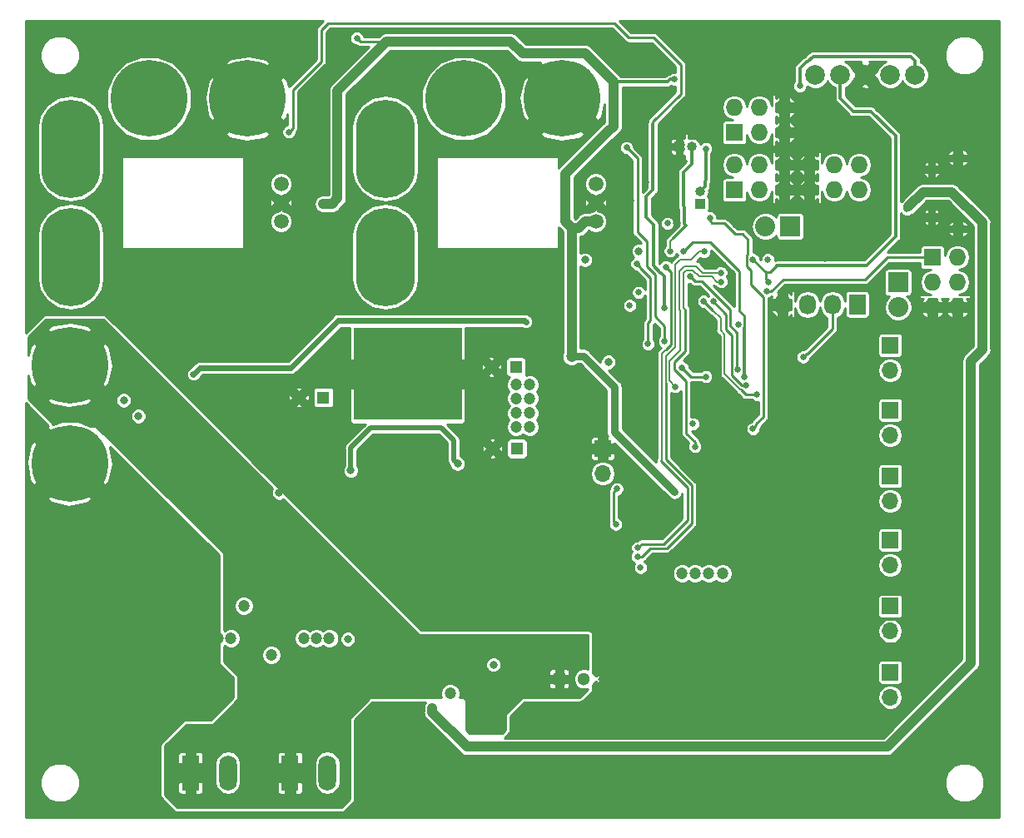
<source format=gbr>
%TF.GenerationSoftware,KiCad,Pcbnew,(5.0.0)*%
%TF.CreationDate,2019-05-29T19:07:10+03:00*%
%TF.ProjectId,Telemetry,54656C656D657472792E6B696361645F,0.1*%
%TF.SameCoordinates,Original*%
%TF.FileFunction,Copper,L4,Bot,Signal*%
%TF.FilePolarity,Positive*%
%FSLAX46Y46*%
G04 Gerber Fmt 4.6, Leading zero omitted, Abs format (unit mm)*
G04 Created by KiCad (PCBNEW (5.0.0)) date 05/29/19 19:07:10*
%MOMM*%
%LPD*%
G01*
G04 APERTURE LIST*
%ADD10O,1.550000X1.000000*%
%ADD11O,0.950000X1.250000*%
%ADD12C,7.800000*%
%ADD13R,1.000000X1.000000*%
%ADD14O,1.000000X1.000000*%
%ADD15C,1.300000*%
%ADD16R,1.300000X1.300000*%
%ADD17R,2.032000X2.032000*%
%ADD18O,2.032000X2.032000*%
%ADD19O,1.700000X1.700000*%
%ADD20R,1.700000X1.700000*%
%ADD21R,1.800000X3.600000*%
%ADD22O,1.800000X3.600000*%
%ADD23C,1.500000*%
%ADD24O,6.000000X10.000000*%
%ADD25O,1.727200X1.727200*%
%ADD26R,1.727200X1.727200*%
%ADD27O,1.727200X2.032000*%
%ADD28R,1.727200X2.032000*%
%ADD29R,11.000000X9.400000*%
%ADD30C,1.998980*%
%ADD31C,1.200000*%
%ADD32C,0.800000*%
%ADD33C,0.650000*%
%ADD34C,0.300000*%
%ADD35C,0.600000*%
%ADD36C,1.000000*%
%ADD37C,0.250000*%
%ADD38C,0.800000*%
%ADD39C,0.180000*%
%ADD40C,0.500000*%
%ADD41C,0.220000*%
G04 APERTURE END LIST*
D10*
X155350000Y-52425000D03*
X155350000Y-59675000D03*
D11*
X152670000Y-53625000D03*
X152670000Y-58475000D03*
D12*
X115100000Y-46400000D03*
X105100000Y-46400000D03*
X83100000Y-46400000D03*
X73100000Y-46400000D03*
X65000000Y-73500000D03*
X65000000Y-83500000D03*
D13*
X129100000Y-57100000D03*
D14*
X129100000Y-55830000D03*
D15*
X117300000Y-105450000D03*
D16*
X114800000Y-105450000D03*
D13*
X127000000Y-51300000D03*
D14*
X128270000Y-51300000D03*
D17*
X138300000Y-59400000D03*
D18*
X135760000Y-59400000D03*
X149250000Y-67640000D03*
D17*
X149250000Y-65100000D03*
D19*
X148450000Y-107290000D03*
D20*
X148450000Y-104750000D03*
D19*
X148450000Y-100590000D03*
D20*
X148450000Y-98050000D03*
D19*
X148450000Y-93850000D03*
D20*
X148450000Y-91310000D03*
D21*
X77300000Y-115000000D03*
D22*
X81110000Y-115000000D03*
D20*
X148450000Y-84800000D03*
D19*
X148450000Y-87340000D03*
D20*
X148450000Y-78100000D03*
D19*
X148450000Y-80640000D03*
D20*
X148450000Y-71500000D03*
D19*
X148450000Y-74040000D03*
D23*
X118500000Y-58910000D03*
X118500000Y-55090000D03*
X118500000Y-57000000D03*
D24*
X97100000Y-51500000D03*
X97100000Y-62500000D03*
D23*
X86500000Y-58910000D03*
X86500000Y-55090000D03*
X86500000Y-57000000D03*
D24*
X65100000Y-51500000D03*
X65100000Y-62500000D03*
D22*
X91210000Y-115000000D03*
D21*
X87400000Y-115000000D03*
D25*
X137680000Y-47310000D03*
X137680000Y-49850000D03*
X135140000Y-47310000D03*
X135140000Y-49850000D03*
X132600000Y-47310000D03*
D26*
X132600000Y-49850000D03*
D16*
X110500000Y-82000000D03*
D15*
X108000000Y-82000000D03*
D16*
X110400000Y-73700000D03*
D15*
X107900000Y-73700000D03*
X88300000Y-76800000D03*
D16*
X90800000Y-76800000D03*
D25*
X155290000Y-67630000D03*
X152750000Y-67630000D03*
X155290000Y-65090000D03*
X152750000Y-65090000D03*
X155290000Y-62550000D03*
D26*
X152750000Y-62550000D03*
D27*
X137480000Y-67350000D03*
X140020000Y-67350000D03*
X142560000Y-67350000D03*
D28*
X145100000Y-67350000D03*
D29*
X99375000Y-74400000D03*
D26*
X132600000Y-55700000D03*
D25*
X132600000Y-53160000D03*
X135140000Y-55700000D03*
X135140000Y-53160000D03*
X137680000Y-55700000D03*
X137680000Y-53160000D03*
X140220000Y-55700000D03*
X140220000Y-53160000D03*
X142760000Y-55700000D03*
X142760000Y-53160000D03*
X145300000Y-55700000D03*
X145300000Y-53160000D03*
D20*
X119200000Y-82000000D03*
D19*
X119200000Y-84540000D03*
D30*
X140840000Y-44000000D03*
X143380000Y-44000000D03*
X148460000Y-44000000D03*
X151000000Y-44000000D03*
X145920000Y-44000000D03*
D31*
X99400000Y-78300000D03*
X99400000Y-70300000D03*
X104150000Y-74400000D03*
X94600000Y-74400000D03*
X94600000Y-78450000D03*
X94600000Y-70300000D03*
D32*
X116850000Y-77200000D03*
D31*
X104150000Y-70300000D03*
X104150000Y-78450000D03*
D33*
X131000000Y-70700000D03*
X131456193Y-63272459D03*
X141800000Y-62700000D03*
D32*
X126725003Y-59100000D03*
X86320000Y-86490000D03*
X84000000Y-81800000D03*
X72000000Y-78700000D03*
X70500000Y-77100000D03*
X74700000Y-70200000D03*
X85100000Y-70800000D03*
X90700000Y-73300000D03*
X93300000Y-101400000D03*
X74800000Y-109800000D03*
X61100000Y-79500000D03*
D31*
X140100000Y-88500000D03*
X140200000Y-94800000D03*
X139800000Y-101700000D03*
X139900000Y-108300000D03*
X143100000Y-102900000D03*
X143200000Y-96300000D03*
X143400000Y-89800000D03*
X143300000Y-82900000D03*
X139900000Y-81700000D03*
X143500000Y-76500000D03*
X140470000Y-76280000D03*
X145200000Y-75800000D03*
X145200000Y-82400000D03*
X145000000Y-89100000D03*
X145000000Y-95800000D03*
X145000000Y-102500000D03*
X145400000Y-109000000D03*
X143300000Y-109800000D03*
X82700000Y-98000000D03*
X73400000Y-97900000D03*
X85500000Y-103000000D03*
X75500000Y-103400000D03*
X81400000Y-101300000D03*
X80100000Y-101300000D03*
X78800000Y-101300000D03*
X88800000Y-101300000D03*
X90100000Y-101300000D03*
X91400000Y-101300000D03*
D33*
X124900000Y-98900000D03*
X133900000Y-81500000D03*
D31*
X112100000Y-108400000D03*
X103700000Y-106900000D03*
D32*
X123800000Y-95000000D03*
X123000000Y-95500000D03*
X120900000Y-101500000D03*
X120900000Y-102400000D03*
X121800000Y-101900000D03*
X108100000Y-104000000D03*
D33*
X123300000Y-101900000D03*
X124200000Y-74800000D03*
X121600000Y-79700000D03*
X130600000Y-87750000D03*
D31*
X130700000Y-110600000D03*
X130700000Y-108350000D03*
X126400000Y-108550000D03*
X126400000Y-110600000D03*
D33*
X121150000Y-88100000D03*
X89400000Y-40250000D03*
X91150000Y-44900000D03*
X89350000Y-48400000D03*
X91000000Y-52850000D03*
X89900000Y-54400000D03*
X123850000Y-47300000D03*
X121950000Y-42850000D03*
X123600000Y-54900000D03*
X122100000Y-56800000D03*
X121650000Y-48400000D03*
X123150000Y-41450000D03*
X117400000Y-67560000D03*
X118010000Y-68500000D03*
X122910916Y-65270984D03*
X129440000Y-75740000D03*
X125820000Y-93740000D03*
X125800000Y-59100000D03*
X129700000Y-51500000D03*
X133000000Y-69350000D03*
D31*
X127300000Y-94700000D03*
X128600000Y-94700000D03*
X130000000Y-94700000D03*
X131400000Y-94700000D03*
D33*
X136000000Y-62800000D03*
D32*
X119800000Y-73200000D03*
X117400000Y-62800000D03*
X122900000Y-61900000D03*
D33*
X128400000Y-79500000D03*
X139249861Y-45125000D03*
X121960000Y-67450000D03*
X122870000Y-66120000D03*
D31*
X85900000Y-94700000D03*
X81800000Y-96300000D03*
X108100000Y-109800000D03*
X106100000Y-110000000D03*
X110400000Y-75500000D03*
X110400000Y-76900000D03*
X110400000Y-78400000D03*
X110400000Y-79800000D03*
X111800000Y-79800000D03*
X111800000Y-78400000D03*
X111800000Y-76900000D03*
X111800000Y-75500000D03*
D33*
X123060135Y-94104774D03*
X77600000Y-74450000D03*
X111400000Y-69100000D03*
D32*
X90750000Y-57100000D03*
D31*
X116050000Y-72600000D03*
D33*
X94200000Y-40250000D03*
X126500000Y-44450000D03*
X126500000Y-86400000D03*
X131262902Y-65031998D03*
X128600000Y-81800000D03*
X127300000Y-73800000D03*
X129700000Y-74700000D03*
X135900000Y-66000000D03*
X139600000Y-72700000D03*
X126075000Y-61900000D03*
X133816699Y-75583496D03*
X130440380Y-67059620D03*
X136100000Y-65100000D03*
X134500000Y-62800000D03*
X132975000Y-74000000D03*
X128100000Y-64500000D03*
X133650000Y-74750000D03*
X127425000Y-61920000D03*
X134900000Y-76500000D03*
X129480760Y-67019240D03*
X87300000Y-49800000D03*
X125500000Y-67700000D03*
X121636330Y-51386330D03*
X125500000Y-71100000D03*
X101900000Y-108400000D03*
X150150000Y-57638360D03*
D32*
X93600000Y-84250000D03*
X104450000Y-83550000D03*
D33*
X126600000Y-75700000D03*
X131250000Y-64100000D03*
X122700000Y-63200000D03*
X123810000Y-71380000D03*
X120550000Y-89700000D03*
X120650000Y-86100000D03*
X125630000Y-63510000D03*
X122780000Y-92100000D03*
X129523619Y-61966381D03*
X122740000Y-93010000D03*
X134499990Y-79990000D03*
X130099625Y-58519341D03*
D34*
X129700000Y-51500000D02*
X129700000Y-54700000D01*
X129599999Y-54800001D02*
X129700000Y-54700000D01*
X129599999Y-55330001D02*
X129599999Y-54800001D01*
X129100000Y-55830000D02*
X129599999Y-55330001D01*
X151000000Y-42586508D02*
X151000000Y-44000000D01*
X139249861Y-45125000D02*
X139249861Y-43350139D01*
X139249861Y-43350139D02*
X139949491Y-42650509D01*
X139949491Y-42650509D02*
X140049491Y-42650509D01*
X140049491Y-42650509D02*
X140600000Y-42100000D01*
X140600000Y-42100000D02*
X150513492Y-42100000D01*
X150513492Y-42100000D02*
X151000000Y-42586508D01*
D35*
X78250000Y-73800000D02*
X77600000Y-74450000D01*
X87500000Y-73800000D02*
X78250000Y-73800000D01*
X92300000Y-69000000D02*
X87500000Y-73800000D01*
X111300000Y-69000000D02*
X92300000Y-69000000D01*
X111300000Y-69000000D02*
X111400000Y-69100000D01*
D36*
X117399999Y-41799999D02*
X111050001Y-41799999D01*
X119700000Y-44100000D02*
X117399999Y-41799999D01*
X109850002Y-40600000D02*
X97228002Y-40600000D01*
X111050001Y-41799999D02*
X109850002Y-40600000D01*
X92250000Y-56550000D02*
X91700000Y-57100000D01*
X97228002Y-40600000D02*
X92250000Y-45578002D01*
X90750000Y-57100000D02*
X91700000Y-57100000D01*
X92250000Y-48750000D02*
X92250000Y-56550000D01*
X92250000Y-45578002D02*
X92250000Y-48750000D01*
D37*
X97228002Y-40600000D02*
X94550000Y-40600000D01*
X94550000Y-40600000D02*
X94200000Y-40250000D01*
D38*
X126500000Y-86400000D02*
X120400000Y-80300000D01*
X120400000Y-80300000D02*
X120400000Y-75760000D01*
X117240000Y-72600000D02*
X116050000Y-72600000D01*
X120400000Y-75760000D02*
X117240000Y-72600000D01*
D36*
X120300000Y-44700000D02*
X119700000Y-44100000D01*
D34*
X125790381Y-44700000D02*
X120300000Y-44700000D01*
X126040381Y-44450000D02*
X125790381Y-44700000D01*
X126500000Y-44450000D02*
X126040381Y-44450000D01*
D36*
X116050000Y-61360000D02*
X116050000Y-72600000D01*
X116050000Y-59550000D02*
X116050000Y-61360000D01*
X120300000Y-49200000D02*
X119750000Y-49750000D01*
X120300000Y-44700000D02*
X120300000Y-49200000D01*
X119750000Y-49750000D02*
X119700000Y-49750000D01*
X119700000Y-49750000D02*
X115400000Y-54050000D01*
X115400000Y-54050000D02*
X115400000Y-58900000D01*
X115400000Y-58900000D02*
X116050000Y-59550000D01*
X116799340Y-59550000D02*
X116050000Y-59550000D01*
X117439340Y-58910000D02*
X116799340Y-59550000D01*
X118500000Y-58910000D02*
X117439340Y-58910000D01*
D37*
X128600000Y-81340381D02*
X127700000Y-80440381D01*
X128600000Y-81800000D02*
X128600000Y-81340381D01*
X127700000Y-80440381D02*
X127700000Y-75162002D01*
X127700000Y-75162002D02*
X126500000Y-73962002D01*
X126500000Y-73962002D02*
X126500000Y-73200000D01*
X126500000Y-73200000D02*
X127600000Y-72100000D01*
X127600000Y-72100000D02*
X127600000Y-67900000D01*
D39*
X130803283Y-65031998D02*
X130271285Y-64500000D01*
X131262902Y-65031998D02*
X130803283Y-65031998D01*
X129010202Y-64500000D02*
X128360201Y-63849999D01*
X128360201Y-63849999D02*
X127649999Y-63849999D01*
X130271285Y-64500000D02*
X129010202Y-64500000D01*
X127400000Y-64099998D02*
X127649999Y-63849999D01*
X127400000Y-67700000D02*
X127400000Y-64099998D01*
X127600000Y-67900000D02*
X127400000Y-67700000D01*
D37*
X127300000Y-73800000D02*
X128200000Y-74700000D01*
X128200000Y-74700000D02*
X129700000Y-74700000D01*
X135900000Y-66000000D02*
X136359619Y-66000000D01*
X137559619Y-64800000D02*
X145900000Y-64800000D01*
X145900000Y-64800000D02*
X148150000Y-62550000D01*
X136359619Y-66000000D02*
X137559619Y-64800000D01*
X148150000Y-62550000D02*
X152750000Y-62550000D01*
X139924999Y-72375001D02*
X140024999Y-72375001D01*
X139600000Y-72700000D02*
X139924999Y-72375001D01*
X142560000Y-69840000D02*
X142560000Y-67350000D01*
X140024999Y-72375001D02*
X142560000Y-69840000D01*
D34*
X127524999Y-59124001D02*
X127524999Y-57424999D01*
X127700000Y-59299002D02*
X127524999Y-59124001D01*
X127524999Y-57424999D02*
X127400000Y-57300000D01*
X127400000Y-57300000D02*
X127400000Y-53900000D01*
X128270000Y-53030000D02*
X128270000Y-51700000D01*
X127400000Y-53900000D02*
X128270000Y-53030000D01*
D39*
X126075000Y-60924002D02*
X126399002Y-60600000D01*
X126075000Y-61900000D02*
X126075000Y-60924002D01*
D34*
X126399002Y-60600000D02*
X127700000Y-59299002D01*
D37*
X133357080Y-75583496D02*
X133816699Y-75583496D01*
X132300000Y-74526416D02*
X133357080Y-75583496D01*
X132300000Y-70500000D02*
X132300000Y-74526416D01*
X131725001Y-69925001D02*
X132300000Y-70500000D01*
X131725001Y-68344241D02*
X131725001Y-69925001D01*
X130440380Y-67059620D02*
X131725001Y-68344241D01*
X136100000Y-65100000D02*
X135775001Y-64775001D01*
X135775001Y-64775001D02*
X135775001Y-64500000D01*
D34*
X144700000Y-47700000D02*
X143380000Y-46380000D01*
X136900000Y-63375001D02*
X146024999Y-63375001D01*
X146024999Y-63375001D02*
X149000000Y-60400000D01*
X143380000Y-46380000D02*
X143380000Y-44000000D01*
X149000000Y-60400000D02*
X149000000Y-50200000D01*
X149000000Y-50200000D02*
X146500000Y-47700000D01*
X146500000Y-47700000D02*
X144700000Y-47700000D01*
D37*
X135775001Y-64075001D02*
X135775001Y-64500000D01*
X134500000Y-62800000D02*
X135775001Y-64075001D01*
X136200000Y-64075001D02*
X136900000Y-63375001D01*
X135775001Y-64075001D02*
X136200000Y-64075001D01*
X132200000Y-67900000D02*
X129300000Y-65000000D01*
X128600000Y-65000000D02*
X128100000Y-64500000D01*
X129300000Y-65000000D02*
X128600000Y-65000000D01*
X132200000Y-69512002D02*
X132887998Y-70200000D01*
X132200000Y-67900000D02*
X132200000Y-69512002D01*
X132887998Y-73912998D02*
X132975000Y-74000000D01*
X132887998Y-70200000D02*
X132887998Y-73912998D01*
D34*
X133650000Y-74750000D02*
X133650000Y-69750000D01*
D37*
X133650000Y-68510000D02*
X133650000Y-69750000D01*
X133100000Y-67960000D02*
X133650000Y-68510000D01*
X133100000Y-63954264D02*
X133100000Y-67960000D01*
X130165736Y-61020000D02*
X133100000Y-63954264D01*
X128325000Y-61020000D02*
X130165736Y-61020000D01*
X127425000Y-61920000D02*
X128325000Y-61020000D01*
X133771201Y-76500000D02*
X133304707Y-76033506D01*
X134900000Y-76500000D02*
X133771201Y-76500000D01*
X129480760Y-67019240D02*
X130400000Y-67938480D01*
D39*
X131200000Y-68738480D02*
X130400000Y-67938480D01*
X131200000Y-69986912D02*
X131200000Y-68738480D01*
X131615001Y-70401913D02*
X131200000Y-69986912D01*
X131615001Y-74428329D02*
X131615001Y-70401913D01*
X133304707Y-76033506D02*
X133220178Y-76033506D01*
X133220178Y-76033506D02*
X131615001Y-74428329D01*
D37*
X90600000Y-42600000D02*
X87699999Y-45500001D01*
X91300000Y-38750000D02*
X90600000Y-39450000D01*
X90600000Y-39450000D02*
X90600000Y-42600000D01*
X87699999Y-45500001D02*
X87699999Y-49400001D01*
X87699999Y-49400001D02*
X87300000Y-49800000D01*
X120400000Y-38750000D02*
X91300000Y-38750000D01*
D34*
X123649999Y-56350001D02*
X124300000Y-55700000D01*
X123649999Y-58449999D02*
X123649999Y-56350001D01*
X124400000Y-59200000D02*
X123649999Y-58449999D01*
X124400000Y-63400000D02*
X124400000Y-59200000D01*
X125100000Y-64100000D02*
X124400000Y-63400000D01*
X125500000Y-67700000D02*
X125500000Y-64457120D01*
X125500000Y-64457120D02*
X125142880Y-64100000D01*
X125142880Y-64100000D02*
X125100000Y-64100000D01*
D37*
X124300000Y-48950000D02*
X124300000Y-48750000D01*
D34*
X124300000Y-55700000D02*
X124300000Y-48950000D01*
D37*
X124300000Y-48750000D02*
X127150000Y-45900000D01*
X127150000Y-45900000D02*
X127150000Y-42950000D01*
X124400000Y-40200000D02*
X121850000Y-40200000D01*
X127150000Y-42950000D02*
X124400000Y-40200000D01*
X121850000Y-40200000D02*
X120400000Y-38750000D01*
X122750001Y-52500001D02*
X121636330Y-51386330D01*
X122750001Y-59990001D02*
X122750001Y-52500001D01*
X125500000Y-69550000D02*
X124520010Y-68570010D01*
X125500000Y-71100000D02*
X125500000Y-69550000D01*
X124520010Y-68570010D02*
X124520010Y-64310010D01*
X124520010Y-64310010D02*
X123680000Y-63470000D01*
X123680000Y-63470000D02*
X123680000Y-60920000D01*
X123680000Y-60920000D02*
X122750001Y-59990001D01*
D36*
X101900000Y-108859619D02*
X101900000Y-108400000D01*
X105390381Y-112350000D02*
X101900000Y-108859619D01*
X148150000Y-112350000D02*
X105390381Y-112350000D01*
X156653601Y-103846399D02*
X148150000Y-112350000D01*
X151800000Y-55900000D02*
X154700000Y-55900000D01*
X150300000Y-57400000D02*
X151800000Y-55900000D01*
X154700000Y-55900000D02*
X157800000Y-59000000D01*
X157800000Y-59000000D02*
X157800000Y-71953601D01*
X157800000Y-71953601D02*
X156653601Y-73100000D01*
X156653601Y-73100000D02*
X156653601Y-103846399D01*
D40*
X104050001Y-83150001D02*
X104050001Y-81150001D01*
X104450000Y-83550000D02*
X104050001Y-83150001D01*
X104050001Y-81150001D02*
X102800000Y-79900000D01*
X102800000Y-79900000D02*
X95600000Y-79900000D01*
X95600000Y-79900000D02*
X93600000Y-81900000D01*
X93600000Y-81900000D02*
X93600000Y-84250000D01*
D39*
X126000000Y-75100000D02*
X126600000Y-75700000D01*
X126000000Y-73300000D02*
X126000000Y-75100000D01*
X126000000Y-73300000D02*
X126000000Y-73113088D01*
X128734990Y-63434990D02*
X129400000Y-64100000D01*
X127527593Y-63434990D02*
X128734990Y-63434990D01*
X126000000Y-73300000D02*
X126000000Y-73100000D01*
X126000000Y-73100000D02*
X127100000Y-72000000D01*
X127100000Y-72000000D02*
X127100000Y-67937415D01*
X129400000Y-64100000D02*
X131250000Y-64100000D01*
X127000000Y-67837415D02*
X127000000Y-63962583D01*
X127100000Y-67937415D02*
X127000000Y-67837415D01*
X127000000Y-63962583D02*
X127527593Y-63434990D01*
D37*
X123810000Y-69258236D02*
X123810000Y-71380000D01*
X124070000Y-68998236D02*
X123810000Y-69258236D01*
X124070000Y-64650000D02*
X124070000Y-68998236D01*
X123024999Y-63604999D02*
X124070000Y-64650000D01*
X122700000Y-63200000D02*
X123024999Y-63524999D01*
X123024999Y-63524999D02*
X123024999Y-63604999D01*
X120325001Y-86424999D02*
X120325001Y-89475001D01*
X120650000Y-86100000D02*
X120325001Y-86424999D01*
X120325001Y-89475001D02*
X120550000Y-89700000D01*
X127825010Y-85955010D02*
X127825010Y-89314990D01*
X125150000Y-83280000D02*
X127825010Y-85955010D01*
X127825010Y-89314990D02*
X125430000Y-91710000D01*
X125430000Y-91710000D02*
X123170000Y-91710000D01*
X123170000Y-91710000D02*
X122780000Y-92100000D01*
D39*
X125642002Y-71920000D02*
X125200000Y-72362002D01*
X125200000Y-83230000D02*
X125150000Y-83280000D01*
X125200000Y-72362002D02*
X125200000Y-83230000D01*
D37*
X126150001Y-71412001D02*
X125642002Y-71920000D01*
X125630000Y-63510000D02*
X126150001Y-64030001D01*
X126150001Y-64030001D02*
X126150001Y-71412001D01*
X128275019Y-85768609D02*
X125619990Y-83113580D01*
X128275020Y-89584980D02*
X128275019Y-85768609D01*
X125619990Y-83113580D02*
X125619990Y-76090000D01*
X122740000Y-93010000D02*
X123199619Y-93010000D01*
X123199619Y-93010000D02*
X124049609Y-92160010D01*
X124049609Y-92160010D02*
X125699990Y-92160010D01*
X125699990Y-92160010D02*
X128275020Y-89584980D01*
X125619990Y-76090000D02*
X125619990Y-75306902D01*
D39*
X129023619Y-61966381D02*
X129523619Y-61966381D01*
X125619990Y-72650010D02*
X126565011Y-71704989D01*
X125619990Y-75306902D02*
X125619990Y-72650010D01*
X126565011Y-71704989D02*
X126565011Y-63294989D01*
X126565011Y-63294989D02*
X127090000Y-62770000D01*
X127090000Y-62770000D02*
X128220000Y-62770000D01*
X128220000Y-62770000D02*
X129023619Y-61966381D01*
D37*
X134824989Y-79665001D02*
X134824989Y-79475011D01*
X134499990Y-79990000D02*
X134824989Y-79665001D01*
X135550001Y-66612003D02*
X134260000Y-65322002D01*
X134824989Y-79475011D02*
X135550001Y-78749999D01*
X135550001Y-78749999D02*
X135550001Y-66612003D01*
X134260000Y-63900000D02*
X134100010Y-63740010D01*
X134260000Y-65322002D02*
X134260000Y-63900000D01*
X133849999Y-63489999D02*
X133849999Y-62350001D01*
X134100010Y-63740010D02*
X133849999Y-63489999D01*
X133849999Y-62350001D02*
X133990000Y-62210000D01*
X133990000Y-62210000D02*
X133990000Y-60750000D01*
X133990000Y-60750000D02*
X133440000Y-60200000D01*
X133440000Y-60200000D02*
X132680000Y-60200000D01*
X132680000Y-60200000D02*
X131570000Y-59090000D01*
X131570000Y-59090000D02*
X130410000Y-59090000D01*
X130410000Y-59090000D02*
X130340000Y-59090000D01*
X130340000Y-59090000D02*
X130099625Y-58849625D01*
X130099625Y-58849625D02*
X130099625Y-58519341D01*
D41*
G36*
X159490001Y-119490000D02*
X60510000Y-119490000D01*
X60510000Y-115600186D01*
X61990000Y-115600186D01*
X61990000Y-116399814D01*
X62296004Y-117138573D01*
X62861427Y-117703996D01*
X63600186Y-118010000D01*
X64399814Y-118010000D01*
X65138573Y-117703996D01*
X65703996Y-117138573D01*
X66010000Y-116399814D01*
X66010000Y-115600186D01*
X65703996Y-114861427D01*
X65138573Y-114296004D01*
X64399814Y-113990000D01*
X63600186Y-113990000D01*
X62861427Y-114296004D01*
X62296004Y-114861427D01*
X61990000Y-115600186D01*
X60510000Y-115600186D01*
X60510000Y-87098216D01*
X62660434Y-87098216D01*
X63190568Y-87504628D01*
X64860807Y-87892233D01*
X66552238Y-87611161D01*
X66809432Y-87504628D01*
X67339566Y-87098216D01*
X65000000Y-84758650D01*
X62660434Y-87098216D01*
X60510000Y-87098216D01*
X60510000Y-83360807D01*
X60607767Y-83360807D01*
X60888839Y-85052238D01*
X60995372Y-85309432D01*
X61401784Y-85839566D01*
X63741350Y-83500000D01*
X61401784Y-81160434D01*
X60995372Y-81690568D01*
X60607767Y-83360807D01*
X60510000Y-83360807D01*
X60510000Y-77389828D01*
X62865074Y-79744902D01*
X62660434Y-79901784D01*
X65000000Y-82241350D01*
X65014143Y-82227208D01*
X66272793Y-83485858D01*
X66258650Y-83500000D01*
X68598216Y-85839566D01*
X69004628Y-85309432D01*
X69392233Y-83639193D01*
X69111161Y-81947762D01*
X69057734Y-81818779D01*
X80190000Y-92831342D01*
X80190000Y-103700000D01*
X80221209Y-103856900D01*
X80310086Y-103989914D01*
X81590000Y-105269828D01*
X81590000Y-107330172D01*
X79330172Y-109590000D01*
X76800000Y-109590000D01*
X76643100Y-109621209D01*
X76510086Y-109710086D01*
X74310086Y-111910086D01*
X74221209Y-112043100D01*
X74190000Y-112200000D01*
X74190000Y-117300000D01*
X74221209Y-117456900D01*
X74310086Y-117589914D01*
X75610086Y-118889914D01*
X75743100Y-118978791D01*
X75900000Y-119010000D01*
X92700000Y-119010000D01*
X92856900Y-118978791D01*
X92989914Y-118889914D01*
X93889914Y-117989914D01*
X93978791Y-117856900D01*
X94010000Y-117700000D01*
X94010000Y-115600186D01*
X153990000Y-115600186D01*
X153990000Y-116399814D01*
X154296004Y-117138573D01*
X154861427Y-117703996D01*
X155600186Y-118010000D01*
X156399814Y-118010000D01*
X157138573Y-117703996D01*
X157703996Y-117138573D01*
X158010000Y-116399814D01*
X158010000Y-115600186D01*
X157703996Y-114861427D01*
X157138573Y-114296004D01*
X156399814Y-113990000D01*
X155600186Y-113990000D01*
X154861427Y-114296004D01*
X154296004Y-114861427D01*
X153990000Y-115600186D01*
X94010000Y-115600186D01*
X94010000Y-109569828D01*
X95769828Y-107810000D01*
X101199779Y-107810000D01*
X101042800Y-108044936D01*
X100990000Y-108310378D01*
X100990000Y-108769997D01*
X100972173Y-108859619D01*
X100990000Y-108949240D01*
X101042800Y-109214682D01*
X101243927Y-109515692D01*
X101319910Y-109566462D01*
X104683540Y-112930093D01*
X104734308Y-113006073D01*
X105035317Y-113207200D01*
X105300759Y-113260000D01*
X105300760Y-113260000D01*
X105390380Y-113277827D01*
X105480001Y-113260000D01*
X148060378Y-113260000D01*
X148150000Y-113277827D01*
X148239622Y-113260000D01*
X148505064Y-113207200D01*
X148806073Y-113006073D01*
X148856843Y-112930090D01*
X157233694Y-104553240D01*
X157309674Y-104502472D01*
X157510801Y-104201463D01*
X157563601Y-103936021D01*
X157581428Y-103846399D01*
X157563601Y-103756777D01*
X157563601Y-73476933D01*
X158380093Y-72660442D01*
X158456073Y-72609674D01*
X158657200Y-72308665D01*
X158685527Y-72166255D01*
X158727827Y-71953602D01*
X158710000Y-71863980D01*
X158710000Y-59089621D01*
X158727827Y-58999999D01*
X158657200Y-58644936D01*
X158641990Y-58622173D01*
X158456073Y-58343927D01*
X158380093Y-58293159D01*
X155406843Y-55319910D01*
X155356073Y-55243927D01*
X155055064Y-55042800D01*
X154789622Y-54990000D01*
X154700000Y-54972173D01*
X154610378Y-54990000D01*
X151889620Y-54990000D01*
X151799999Y-54972173D01*
X151710378Y-54990000D01*
X151444936Y-55042800D01*
X151143927Y-55243927D01*
X151093161Y-55319905D01*
X149593161Y-56819906D01*
X149560000Y-56869535D01*
X149560000Y-54069384D01*
X151850107Y-54069384D01*
X152025174Y-54360735D01*
X152298410Y-54562913D01*
X152302058Y-54579888D01*
X152432500Y-54520587D01*
X152432500Y-53937500D01*
X152907500Y-53937500D01*
X152907500Y-54520587D01*
X153037942Y-54579888D01*
X153041590Y-54562913D01*
X153314826Y-54360735D01*
X153489893Y-54069384D01*
X153423351Y-53937500D01*
X152907500Y-53937500D01*
X152432500Y-53937500D01*
X151916649Y-53937500D01*
X151850107Y-54069384D01*
X149560000Y-54069384D01*
X149560000Y-53180616D01*
X151850107Y-53180616D01*
X151916649Y-53312500D01*
X152432500Y-53312500D01*
X152432500Y-52729413D01*
X152907500Y-52729413D01*
X152907500Y-53312500D01*
X153423351Y-53312500D01*
X153489893Y-53180616D01*
X153314826Y-52889265D01*
X153206081Y-52808800D01*
X154249895Y-52808800D01*
X154292297Y-52854609D01*
X154516281Y-53121434D01*
X154825325Y-53282234D01*
X154962500Y-53208238D01*
X154962500Y-52675000D01*
X155737500Y-52675000D01*
X155737500Y-53208238D01*
X155874675Y-53282234D01*
X156183719Y-53121434D01*
X156407703Y-52854609D01*
X156450105Y-52808800D01*
X156392826Y-52675000D01*
X155737500Y-52675000D01*
X154962500Y-52675000D01*
X154307174Y-52675000D01*
X154249895Y-52808800D01*
X153206081Y-52808800D01*
X153041590Y-52687087D01*
X153037942Y-52670112D01*
X152907500Y-52729413D01*
X152432500Y-52729413D01*
X152302058Y-52670112D01*
X152298410Y-52687087D01*
X152025174Y-52889265D01*
X151850107Y-53180616D01*
X149560000Y-53180616D01*
X149560000Y-52041200D01*
X154249895Y-52041200D01*
X154307174Y-52175000D01*
X154962500Y-52175000D01*
X154962500Y-51641762D01*
X155737500Y-51641762D01*
X155737500Y-52175000D01*
X156392826Y-52175000D01*
X156450105Y-52041200D01*
X156407703Y-51995391D01*
X156183719Y-51728566D01*
X155874675Y-51567766D01*
X155737500Y-51641762D01*
X154962500Y-51641762D01*
X154825325Y-51567766D01*
X154516281Y-51728566D01*
X154292297Y-51995391D01*
X154249895Y-52041200D01*
X149560000Y-52041200D01*
X149560000Y-50255151D01*
X149570970Y-50200000D01*
X149560000Y-50144849D01*
X149560000Y-50144846D01*
X149527508Y-49981499D01*
X149403737Y-49796263D01*
X149356980Y-49765021D01*
X146934979Y-47343020D01*
X146903737Y-47296263D01*
X146718501Y-47172492D01*
X146555154Y-47140000D01*
X146555150Y-47140000D01*
X146500000Y-47129030D01*
X146444850Y-47140000D01*
X144931959Y-47140000D01*
X143940000Y-46148041D01*
X143940000Y-45293661D01*
X144097499Y-45228423D01*
X145398323Y-45228423D01*
X145532312Y-45383823D01*
X146091389Y-45426847D01*
X146307688Y-45383823D01*
X146441677Y-45228423D01*
X145920000Y-44706746D01*
X145398323Y-45228423D01*
X144097499Y-45228423D01*
X144178412Y-45194908D01*
X144574908Y-44798412D01*
X144690073Y-44520380D01*
X144691577Y-44521677D01*
X145213254Y-44000000D01*
X144691577Y-43478323D01*
X144690073Y-43479620D01*
X144574908Y-43201588D01*
X144178412Y-42805092D01*
X143828129Y-42660000D01*
X145494527Y-42660000D01*
X145398323Y-42771577D01*
X145920000Y-43293254D01*
X146441677Y-42771577D01*
X146345473Y-42660000D01*
X148011871Y-42660000D01*
X147661588Y-42805092D01*
X147265092Y-43201588D01*
X147149927Y-43479620D01*
X147148423Y-43478323D01*
X146626746Y-44000000D01*
X147148423Y-44521677D01*
X147149927Y-44520380D01*
X147265092Y-44798412D01*
X147661588Y-45194908D01*
X148179635Y-45409490D01*
X148740365Y-45409490D01*
X149258412Y-45194908D01*
X149654908Y-44798412D01*
X149730000Y-44617124D01*
X149805092Y-44798412D01*
X150201588Y-45194908D01*
X150719635Y-45409490D01*
X151280365Y-45409490D01*
X151798412Y-45194908D01*
X152194908Y-44798412D01*
X152409490Y-44280365D01*
X152409490Y-43719635D01*
X152194908Y-43201588D01*
X151798412Y-42805092D01*
X151560000Y-42706339D01*
X151560000Y-42641656D01*
X151570970Y-42586507D01*
X151560000Y-42531358D01*
X151560000Y-42531354D01*
X151527508Y-42368007D01*
X151474610Y-42288839D01*
X151434979Y-42229527D01*
X151434977Y-42229525D01*
X151403737Y-42182771D01*
X151356983Y-42151531D01*
X150948471Y-41743020D01*
X150917229Y-41696263D01*
X150773440Y-41600186D01*
X153990000Y-41600186D01*
X153990000Y-42399814D01*
X154296004Y-43138573D01*
X154861427Y-43703996D01*
X155600186Y-44010000D01*
X156399814Y-44010000D01*
X157138573Y-43703996D01*
X157703996Y-43138573D01*
X158010000Y-42399814D01*
X158010000Y-41600186D01*
X157703996Y-40861427D01*
X157138573Y-40296004D01*
X156399814Y-39990000D01*
X155600186Y-39990000D01*
X154861427Y-40296004D01*
X154296004Y-40861427D01*
X153990000Y-41600186D01*
X150773440Y-41600186D01*
X150731993Y-41572492D01*
X150568646Y-41540000D01*
X150568642Y-41540000D01*
X150513492Y-41529030D01*
X150458342Y-41540000D01*
X140655148Y-41540000D01*
X140599999Y-41529030D01*
X140544850Y-41540000D01*
X140544846Y-41540000D01*
X140381499Y-41572492D01*
X140381497Y-41572493D01*
X140381498Y-41572493D01*
X140243019Y-41665021D01*
X140243017Y-41665023D01*
X140196263Y-41696263D01*
X140165022Y-41743018D01*
X139798461Y-42109580D01*
X139730990Y-42123001D01*
X139730988Y-42123002D01*
X139730989Y-42123002D01*
X139592510Y-42215530D01*
X139592508Y-42215532D01*
X139545754Y-42246772D01*
X139514514Y-42293527D01*
X138892879Y-42915162D01*
X138846125Y-42946402D01*
X138814885Y-42993156D01*
X138814882Y-42993159D01*
X138722353Y-43131639D01*
X138678891Y-43350139D01*
X138689862Y-43405294D01*
X138689861Y-44645553D01*
X138626758Y-44708656D01*
X138514861Y-44978799D01*
X138514861Y-45271201D01*
X138626758Y-45541344D01*
X138833517Y-45748103D01*
X139103660Y-45860000D01*
X139396062Y-45860000D01*
X139666205Y-45748103D01*
X139872964Y-45541344D01*
X139984861Y-45271201D01*
X139984861Y-45138181D01*
X140041588Y-45194908D01*
X140559635Y-45409490D01*
X141120365Y-45409490D01*
X141638412Y-45194908D01*
X142034908Y-44798412D01*
X142110000Y-44617124D01*
X142185092Y-44798412D01*
X142581588Y-45194908D01*
X142820000Y-45293662D01*
X142820000Y-46324849D01*
X142809030Y-46380000D01*
X142820000Y-46435150D01*
X142820000Y-46435153D01*
X142852492Y-46598500D01*
X142976263Y-46783737D01*
X143023020Y-46814979D01*
X144265021Y-48056980D01*
X144296263Y-48103737D01*
X144481499Y-48227508D01*
X144644846Y-48260000D01*
X144644849Y-48260000D01*
X144700000Y-48270970D01*
X144755151Y-48260000D01*
X146268041Y-48260000D01*
X148440001Y-50431960D01*
X148440000Y-60168041D01*
X145793040Y-62815001D01*
X136844846Y-62815001D01*
X136735000Y-62836851D01*
X136735000Y-62653799D01*
X136623103Y-62383656D01*
X136416344Y-62176897D01*
X136146201Y-62065000D01*
X135853799Y-62065000D01*
X135583656Y-62176897D01*
X135376897Y-62383656D01*
X135265000Y-62653799D01*
X135265000Y-62808396D01*
X135235000Y-62778396D01*
X135235000Y-62653799D01*
X135123103Y-62383656D01*
X134916344Y-62176897D01*
X134646201Y-62065000D01*
X134525000Y-62065000D01*
X134525000Y-60802686D01*
X134535480Y-60749999D01*
X134525000Y-60697312D01*
X134525000Y-60697308D01*
X134493959Y-60541253D01*
X134375713Y-60364287D01*
X134331043Y-60334439D01*
X133855562Y-59858959D01*
X133825713Y-59814287D01*
X133648747Y-59696041D01*
X133492692Y-59665000D01*
X133492688Y-59665000D01*
X133440000Y-59654520D01*
X133387312Y-59665000D01*
X132901604Y-59665000D01*
X132636604Y-59400000D01*
X134306064Y-59400000D01*
X134416738Y-59956397D01*
X134731912Y-60428088D01*
X135203603Y-60743262D01*
X135619556Y-60826000D01*
X135900444Y-60826000D01*
X136316397Y-60743262D01*
X136788088Y-60428088D01*
X136865968Y-60311532D01*
X136865968Y-60416000D01*
X136897789Y-60575974D01*
X136988407Y-60711593D01*
X137124026Y-60802211D01*
X137284000Y-60834032D01*
X139316000Y-60834032D01*
X139475974Y-60802211D01*
X139611593Y-60711593D01*
X139702211Y-60575974D01*
X139734032Y-60416000D01*
X139734032Y-58384000D01*
X139702211Y-58224026D01*
X139611593Y-58088407D01*
X139475974Y-57997789D01*
X139316000Y-57965968D01*
X137284000Y-57965968D01*
X137124026Y-57997789D01*
X136988407Y-58088407D01*
X136897789Y-58224026D01*
X136865968Y-58384000D01*
X136865968Y-58488468D01*
X136788088Y-58371912D01*
X136316397Y-58056738D01*
X135900444Y-57974000D01*
X135619556Y-57974000D01*
X135203603Y-58056738D01*
X134731912Y-58371912D01*
X134416738Y-58843603D01*
X134306064Y-59400000D01*
X132636604Y-59400000D01*
X131985561Y-58748958D01*
X131955713Y-58704287D01*
X131778747Y-58586041D01*
X131622692Y-58555000D01*
X131622688Y-58555000D01*
X131570000Y-58544520D01*
X131517312Y-58555000D01*
X130834625Y-58555000D01*
X130834625Y-58373140D01*
X130722728Y-58102997D01*
X130515969Y-57896238D01*
X130245826Y-57784341D01*
X129969929Y-57784341D01*
X129986211Y-57759974D01*
X130018032Y-57600000D01*
X130018032Y-56600000D01*
X129986211Y-56440026D01*
X129895593Y-56304407D01*
X129883055Y-56296030D01*
X129957200Y-56185064D01*
X130027827Y-55830000D01*
X130007545Y-55728037D01*
X130034976Y-55686984D01*
X130034978Y-55686982D01*
X130127506Y-55548503D01*
X130127507Y-55548502D01*
X130159999Y-55385155D01*
X130159999Y-55385151D01*
X130170969Y-55330002D01*
X130159999Y-55274853D01*
X130159999Y-55019535D01*
X130227508Y-54918501D01*
X130260000Y-54755154D01*
X130260000Y-54755150D01*
X130270970Y-54700000D01*
X130260000Y-54644849D01*
X130260000Y-53160000D01*
X131301449Y-53160000D01*
X131400295Y-53656934D01*
X131681786Y-54078214D01*
X132103066Y-54359705D01*
X132397985Y-54418368D01*
X131736400Y-54418368D01*
X131576426Y-54450189D01*
X131440807Y-54540807D01*
X131350189Y-54676426D01*
X131318368Y-54836400D01*
X131318368Y-56563600D01*
X131350189Y-56723574D01*
X131440807Y-56859193D01*
X131576426Y-56949811D01*
X131736400Y-56981632D01*
X133463600Y-56981632D01*
X133623574Y-56949811D01*
X133759193Y-56859193D01*
X133849811Y-56723574D01*
X133881632Y-56563600D01*
X133881632Y-55902014D01*
X133940295Y-56196934D01*
X134221786Y-56618214D01*
X134643066Y-56899705D01*
X135014562Y-56973600D01*
X135265438Y-56973600D01*
X135636934Y-56899705D01*
X136058214Y-56618214D01*
X136339705Y-56196934D01*
X136406400Y-55861635D01*
X136406400Y-57090002D01*
X136816400Y-57090002D01*
X136816400Y-56613893D01*
X136883974Y-56694232D01*
X137066081Y-56815868D01*
X137248200Y-56788588D01*
X137248200Y-56131800D01*
X138111800Y-56131800D01*
X138111800Y-56788588D01*
X138293919Y-56815868D01*
X138476026Y-56694232D01*
X138795908Y-56313925D01*
X139104092Y-56313925D01*
X139423974Y-56694232D01*
X139606081Y-56815868D01*
X139788200Y-56788588D01*
X139788200Y-56131800D01*
X139124292Y-56131800D01*
X139104092Y-56313925D01*
X138795908Y-56313925D01*
X138775708Y-56131800D01*
X138111800Y-56131800D01*
X137248200Y-56131800D01*
X136816400Y-56131800D01*
X136816400Y-55268200D01*
X137248200Y-55268200D01*
X137248200Y-54611412D01*
X138111800Y-54611412D01*
X138111800Y-55268200D01*
X138775708Y-55268200D01*
X138795908Y-55086075D01*
X139104092Y-55086075D01*
X139124292Y-55268200D01*
X139788200Y-55268200D01*
X139788200Y-54611412D01*
X139606081Y-54584132D01*
X139423974Y-54705768D01*
X139104092Y-55086075D01*
X138795908Y-55086075D01*
X138476026Y-54705768D01*
X138293919Y-54584132D01*
X138111800Y-54611412D01*
X137248200Y-54611412D01*
X137066081Y-54584132D01*
X136883974Y-54705768D01*
X136816400Y-54786107D01*
X136816400Y-54073893D01*
X136883974Y-54154232D01*
X137066081Y-54275868D01*
X137248200Y-54248588D01*
X137248200Y-53591800D01*
X138111800Y-53591800D01*
X138111800Y-54248588D01*
X138293919Y-54275868D01*
X138476026Y-54154232D01*
X138795908Y-53773925D01*
X139104092Y-53773925D01*
X139423974Y-54154232D01*
X139606081Y-54275868D01*
X139788200Y-54248588D01*
X139788200Y-53591800D01*
X139124292Y-53591800D01*
X139104092Y-53773925D01*
X138795908Y-53773925D01*
X138775708Y-53591800D01*
X138111800Y-53591800D01*
X137248200Y-53591800D01*
X136816400Y-53591800D01*
X136816400Y-52728200D01*
X137248200Y-52728200D01*
X137248200Y-52071412D01*
X138111800Y-52071412D01*
X138111800Y-52728200D01*
X138775708Y-52728200D01*
X138795908Y-52546075D01*
X139104092Y-52546075D01*
X139124292Y-52728200D01*
X139788200Y-52728200D01*
X139788200Y-52071412D01*
X140651800Y-52071412D01*
X140651800Y-52728200D01*
X141083600Y-52728200D01*
X141083600Y-53591800D01*
X140651800Y-53591800D01*
X140651800Y-54248588D01*
X140833919Y-54275868D01*
X141016026Y-54154232D01*
X141083600Y-54073893D01*
X141083600Y-54786107D01*
X141016026Y-54705768D01*
X140833919Y-54584132D01*
X140651800Y-54611412D01*
X140651800Y-55268200D01*
X141083600Y-55268200D01*
X141083600Y-56131800D01*
X140651800Y-56131800D01*
X140651800Y-56788588D01*
X140833919Y-56815868D01*
X141016026Y-56694232D01*
X141083600Y-56613893D01*
X141083600Y-57090002D01*
X141493600Y-57090002D01*
X141493600Y-55861635D01*
X141560295Y-56196934D01*
X141841786Y-56618214D01*
X142263066Y-56899705D01*
X142634562Y-56973600D01*
X142885438Y-56973600D01*
X143256934Y-56899705D01*
X143678214Y-56618214D01*
X143959705Y-56196934D01*
X144030000Y-55843536D01*
X144100295Y-56196934D01*
X144381786Y-56618214D01*
X144803066Y-56899705D01*
X145174562Y-56973600D01*
X145425438Y-56973600D01*
X145796934Y-56899705D01*
X146218214Y-56618214D01*
X146499705Y-56196934D01*
X146598551Y-55700000D01*
X146499705Y-55203066D01*
X146218214Y-54781786D01*
X145796934Y-54500295D01*
X145443536Y-54430000D01*
X145796934Y-54359705D01*
X146218214Y-54078214D01*
X146499705Y-53656934D01*
X146598551Y-53160000D01*
X146499705Y-52663066D01*
X146218214Y-52241786D01*
X145796934Y-51960295D01*
X145425438Y-51886400D01*
X145174562Y-51886400D01*
X144803066Y-51960295D01*
X144381786Y-52241786D01*
X144100295Y-52663066D01*
X144030000Y-53016464D01*
X143959705Y-52663066D01*
X143678214Y-52241786D01*
X143256934Y-51960295D01*
X142885438Y-51886400D01*
X142634562Y-51886400D01*
X142263066Y-51960295D01*
X141841786Y-52241786D01*
X141560295Y-52663066D01*
X141493600Y-52998365D01*
X141493600Y-51769998D01*
X141083600Y-51769998D01*
X141083600Y-52246107D01*
X141016026Y-52165768D01*
X140833919Y-52044132D01*
X140651800Y-52071412D01*
X139788200Y-52071412D01*
X139606081Y-52044132D01*
X139423974Y-52165768D01*
X139104092Y-52546075D01*
X138795908Y-52546075D01*
X138476026Y-52165768D01*
X138293919Y-52044132D01*
X138111800Y-52071412D01*
X137248200Y-52071412D01*
X137066081Y-52044132D01*
X136883974Y-52165768D01*
X136816400Y-52246107D01*
X136816400Y-51769998D01*
X136406400Y-51769998D01*
X136406400Y-52998365D01*
X136339705Y-52663066D01*
X136058214Y-52241786D01*
X135636934Y-51960295D01*
X135265438Y-51886400D01*
X135014562Y-51886400D01*
X134643066Y-51960295D01*
X134221786Y-52241786D01*
X133940295Y-52663066D01*
X133870000Y-53016464D01*
X133799705Y-52663066D01*
X133518214Y-52241786D01*
X133096934Y-51960295D01*
X132725438Y-51886400D01*
X132474562Y-51886400D01*
X132103066Y-51960295D01*
X131681786Y-52241786D01*
X131400295Y-52663066D01*
X131301449Y-53160000D01*
X130260000Y-53160000D01*
X130260000Y-51979447D01*
X130323103Y-51916344D01*
X130435000Y-51646201D01*
X130435000Y-51353799D01*
X130323103Y-51083656D01*
X130116344Y-50876897D01*
X129846201Y-50765000D01*
X129553799Y-50765000D01*
X129283656Y-50876897D01*
X129141869Y-51018684D01*
X129127200Y-50944936D01*
X128926073Y-50643927D01*
X128625064Y-50442800D01*
X128359622Y-50390000D01*
X128180378Y-50390000D01*
X127914936Y-50442800D01*
X127910000Y-50446098D01*
X127910000Y-49909998D01*
X127500000Y-49909998D01*
X127500000Y-50390000D01*
X127352500Y-50390000D01*
X127250000Y-50492500D01*
X127250000Y-51050000D01*
X127391901Y-51050000D01*
X127342173Y-51300000D01*
X127391901Y-51550000D01*
X127250000Y-51550000D01*
X127250000Y-52107500D01*
X127352500Y-52210000D01*
X127500000Y-52210000D01*
X127500000Y-52690002D01*
X127710000Y-52690002D01*
X127710000Y-52798041D01*
X127043018Y-53465023D01*
X126996264Y-53496263D01*
X126965024Y-53543017D01*
X126965021Y-53543020D01*
X126872492Y-53681500D01*
X126829030Y-53900000D01*
X126840001Y-53955155D01*
X126840000Y-57244849D01*
X126829030Y-57300000D01*
X126840000Y-57355150D01*
X126840000Y-57355153D01*
X126872492Y-57518500D01*
X126965000Y-57656948D01*
X126964999Y-59068850D01*
X126954029Y-59124001D01*
X126964999Y-59179151D01*
X126964999Y-59179154D01*
X126975433Y-59231609D01*
X125964023Y-60243020D01*
X125871494Y-60381500D01*
X125861835Y-60430061D01*
X125756268Y-60535628D01*
X125714521Y-60563522D01*
X125686627Y-60605269D01*
X125604012Y-60728912D01*
X125565205Y-60924002D01*
X125575001Y-60973248D01*
X125575001Y-61360552D01*
X125451897Y-61483656D01*
X125340000Y-61753799D01*
X125340000Y-62046201D01*
X125451897Y-62316344D01*
X125658656Y-62523103D01*
X125928799Y-62635000D01*
X126221201Y-62635000D01*
X126491344Y-62523103D01*
X126698103Y-62316344D01*
X126745858Y-62201054D01*
X126801897Y-62336344D01*
X126816773Y-62351220D01*
X126729520Y-62409520D01*
X126701626Y-62451267D01*
X126246279Y-62906615D01*
X126204532Y-62934509D01*
X126160242Y-63000795D01*
X126046344Y-62886897D01*
X125776201Y-62775000D01*
X125483799Y-62775000D01*
X125213656Y-62886897D01*
X125006897Y-63093656D01*
X124971374Y-63179415D01*
X124960000Y-63168041D01*
X124960000Y-59255151D01*
X124970970Y-59200000D01*
X124960000Y-59144849D01*
X124960000Y-59144846D01*
X124927508Y-58981499D01*
X124909000Y-58953799D01*
X125065000Y-58953799D01*
X125065000Y-59246201D01*
X125176897Y-59516344D01*
X125383656Y-59723103D01*
X125653799Y-59835000D01*
X125946201Y-59835000D01*
X126216344Y-59723103D01*
X126423103Y-59516344D01*
X126535000Y-59246201D01*
X126535000Y-58953799D01*
X126423103Y-58683656D01*
X126216344Y-58476897D01*
X125946201Y-58365000D01*
X125653799Y-58365000D01*
X125383656Y-58476897D01*
X125176897Y-58683656D01*
X125065000Y-58953799D01*
X124909000Y-58953799D01*
X124803737Y-58796263D01*
X124756980Y-58765021D01*
X124209999Y-58218040D01*
X124209999Y-56581960D01*
X124656983Y-56134977D01*
X124703737Y-56103737D01*
X124734977Y-56056983D01*
X124734979Y-56056981D01*
X124827507Y-55918502D01*
X124827508Y-55918501D01*
X124860000Y-55755154D01*
X124860000Y-55755150D01*
X124870970Y-55700001D01*
X124860000Y-55644852D01*
X124860000Y-51652500D01*
X126090000Y-51652500D01*
X126090000Y-51881554D01*
X126152419Y-52032246D01*
X126267754Y-52147581D01*
X126418446Y-52210000D01*
X126647500Y-52210000D01*
X126750000Y-52107500D01*
X126750000Y-51550000D01*
X126192500Y-51550000D01*
X126090000Y-51652500D01*
X124860000Y-51652500D01*
X124860000Y-50718446D01*
X126090000Y-50718446D01*
X126090000Y-50947500D01*
X126192500Y-51050000D01*
X126750000Y-51050000D01*
X126750000Y-50492500D01*
X126647500Y-50390000D01*
X126418446Y-50390000D01*
X126267754Y-50452419D01*
X126152419Y-50567754D01*
X126090000Y-50718446D01*
X124860000Y-50718446D01*
X124860000Y-48946603D01*
X126496604Y-47310000D01*
X131301449Y-47310000D01*
X131400295Y-47806934D01*
X131681786Y-48228214D01*
X132103066Y-48509705D01*
X132397985Y-48568368D01*
X131736400Y-48568368D01*
X131576426Y-48600189D01*
X131440807Y-48690807D01*
X131350189Y-48826426D01*
X131318368Y-48986400D01*
X131318368Y-50713600D01*
X131350189Y-50873574D01*
X131440807Y-51009193D01*
X131576426Y-51099811D01*
X131736400Y-51131632D01*
X133463600Y-51131632D01*
X133623574Y-51099811D01*
X133759193Y-51009193D01*
X133849811Y-50873574D01*
X133881632Y-50713600D01*
X133881632Y-50052014D01*
X133940295Y-50346934D01*
X134221786Y-50768214D01*
X134643066Y-51049705D01*
X135014562Y-51123600D01*
X135265438Y-51123600D01*
X135636934Y-51049705D01*
X136058214Y-50768214D01*
X136339705Y-50346934D01*
X136406400Y-50011635D01*
X136406400Y-51240002D01*
X136816400Y-51240002D01*
X136816400Y-50763893D01*
X136883974Y-50844232D01*
X137066081Y-50965868D01*
X137248200Y-50938588D01*
X137248200Y-50281800D01*
X138111800Y-50281800D01*
X138111800Y-50938588D01*
X138293919Y-50965868D01*
X138476026Y-50844232D01*
X138795908Y-50463925D01*
X138775708Y-50281800D01*
X138111800Y-50281800D01*
X137248200Y-50281800D01*
X136816400Y-50281800D01*
X136816400Y-49418200D01*
X137248200Y-49418200D01*
X137248200Y-48761412D01*
X138111800Y-48761412D01*
X138111800Y-49418200D01*
X138775708Y-49418200D01*
X138795908Y-49236075D01*
X138476026Y-48855768D01*
X138293919Y-48734132D01*
X138111800Y-48761412D01*
X137248200Y-48761412D01*
X137066081Y-48734132D01*
X136883974Y-48855768D01*
X136816400Y-48936107D01*
X136816400Y-48223893D01*
X136883974Y-48304232D01*
X137066081Y-48425868D01*
X137248200Y-48398588D01*
X137248200Y-47741800D01*
X138111800Y-47741800D01*
X138111800Y-48398588D01*
X138293919Y-48425868D01*
X138476026Y-48304232D01*
X138795908Y-47923925D01*
X138775708Y-47741800D01*
X138111800Y-47741800D01*
X137248200Y-47741800D01*
X136816400Y-47741800D01*
X136816400Y-46878200D01*
X137248200Y-46878200D01*
X137248200Y-46221412D01*
X138111800Y-46221412D01*
X138111800Y-46878200D01*
X138775708Y-46878200D01*
X138795908Y-46696075D01*
X138476026Y-46315768D01*
X138293919Y-46194132D01*
X138111800Y-46221412D01*
X137248200Y-46221412D01*
X137066081Y-46194132D01*
X136883974Y-46315768D01*
X136816400Y-46396107D01*
X136816400Y-45919998D01*
X136406400Y-45919998D01*
X136406400Y-47148365D01*
X136339705Y-46813066D01*
X136058214Y-46391786D01*
X135636934Y-46110295D01*
X135265438Y-46036400D01*
X135014562Y-46036400D01*
X134643066Y-46110295D01*
X134221786Y-46391786D01*
X133940295Y-46813066D01*
X133870000Y-47166464D01*
X133799705Y-46813066D01*
X133518214Y-46391786D01*
X133096934Y-46110295D01*
X132725438Y-46036400D01*
X132474562Y-46036400D01*
X132103066Y-46110295D01*
X131681786Y-46391786D01*
X131400295Y-46813066D01*
X131301449Y-47310000D01*
X126496604Y-47310000D01*
X127491047Y-46315558D01*
X127535713Y-46285713D01*
X127565558Y-46241047D01*
X127565561Y-46241044D01*
X127653959Y-46108747D01*
X127666543Y-46045481D01*
X127685000Y-45952692D01*
X127685000Y-45952688D01*
X127695480Y-45900000D01*
X127685000Y-45847312D01*
X127685000Y-43002687D01*
X127695480Y-42949999D01*
X127685000Y-42897311D01*
X127685000Y-42897308D01*
X127653959Y-42741253D01*
X127535713Y-42564287D01*
X127491043Y-42534439D01*
X124815562Y-39858959D01*
X124785713Y-39814287D01*
X124608747Y-39696041D01*
X124452692Y-39665000D01*
X124452688Y-39665000D01*
X124400000Y-39654520D01*
X124347312Y-39665000D01*
X122071605Y-39665000D01*
X120916603Y-38510000D01*
X159490000Y-38510000D01*
X159490001Y-119490000D01*
X159490001Y-119490000D01*
G37*
X159490001Y-119490000D02*
X60510000Y-119490000D01*
X60510000Y-115600186D01*
X61990000Y-115600186D01*
X61990000Y-116399814D01*
X62296004Y-117138573D01*
X62861427Y-117703996D01*
X63600186Y-118010000D01*
X64399814Y-118010000D01*
X65138573Y-117703996D01*
X65703996Y-117138573D01*
X66010000Y-116399814D01*
X66010000Y-115600186D01*
X65703996Y-114861427D01*
X65138573Y-114296004D01*
X64399814Y-113990000D01*
X63600186Y-113990000D01*
X62861427Y-114296004D01*
X62296004Y-114861427D01*
X61990000Y-115600186D01*
X60510000Y-115600186D01*
X60510000Y-87098216D01*
X62660434Y-87098216D01*
X63190568Y-87504628D01*
X64860807Y-87892233D01*
X66552238Y-87611161D01*
X66809432Y-87504628D01*
X67339566Y-87098216D01*
X65000000Y-84758650D01*
X62660434Y-87098216D01*
X60510000Y-87098216D01*
X60510000Y-83360807D01*
X60607767Y-83360807D01*
X60888839Y-85052238D01*
X60995372Y-85309432D01*
X61401784Y-85839566D01*
X63741350Y-83500000D01*
X61401784Y-81160434D01*
X60995372Y-81690568D01*
X60607767Y-83360807D01*
X60510000Y-83360807D01*
X60510000Y-77389828D01*
X62865074Y-79744902D01*
X62660434Y-79901784D01*
X65000000Y-82241350D01*
X65014143Y-82227208D01*
X66272793Y-83485858D01*
X66258650Y-83500000D01*
X68598216Y-85839566D01*
X69004628Y-85309432D01*
X69392233Y-83639193D01*
X69111161Y-81947762D01*
X69057734Y-81818779D01*
X80190000Y-92831342D01*
X80190000Y-103700000D01*
X80221209Y-103856900D01*
X80310086Y-103989914D01*
X81590000Y-105269828D01*
X81590000Y-107330172D01*
X79330172Y-109590000D01*
X76800000Y-109590000D01*
X76643100Y-109621209D01*
X76510086Y-109710086D01*
X74310086Y-111910086D01*
X74221209Y-112043100D01*
X74190000Y-112200000D01*
X74190000Y-117300000D01*
X74221209Y-117456900D01*
X74310086Y-117589914D01*
X75610086Y-118889914D01*
X75743100Y-118978791D01*
X75900000Y-119010000D01*
X92700000Y-119010000D01*
X92856900Y-118978791D01*
X92989914Y-118889914D01*
X93889914Y-117989914D01*
X93978791Y-117856900D01*
X94010000Y-117700000D01*
X94010000Y-115600186D01*
X153990000Y-115600186D01*
X153990000Y-116399814D01*
X154296004Y-117138573D01*
X154861427Y-117703996D01*
X155600186Y-118010000D01*
X156399814Y-118010000D01*
X157138573Y-117703996D01*
X157703996Y-117138573D01*
X158010000Y-116399814D01*
X158010000Y-115600186D01*
X157703996Y-114861427D01*
X157138573Y-114296004D01*
X156399814Y-113990000D01*
X155600186Y-113990000D01*
X154861427Y-114296004D01*
X154296004Y-114861427D01*
X153990000Y-115600186D01*
X94010000Y-115600186D01*
X94010000Y-109569828D01*
X95769828Y-107810000D01*
X101199779Y-107810000D01*
X101042800Y-108044936D01*
X100990000Y-108310378D01*
X100990000Y-108769997D01*
X100972173Y-108859619D01*
X100990000Y-108949240D01*
X101042800Y-109214682D01*
X101243927Y-109515692D01*
X101319910Y-109566462D01*
X104683540Y-112930093D01*
X104734308Y-113006073D01*
X105035317Y-113207200D01*
X105300759Y-113260000D01*
X105300760Y-113260000D01*
X105390380Y-113277827D01*
X105480001Y-113260000D01*
X148060378Y-113260000D01*
X148150000Y-113277827D01*
X148239622Y-113260000D01*
X148505064Y-113207200D01*
X148806073Y-113006073D01*
X148856843Y-112930090D01*
X157233694Y-104553240D01*
X157309674Y-104502472D01*
X157510801Y-104201463D01*
X157563601Y-103936021D01*
X157581428Y-103846399D01*
X157563601Y-103756777D01*
X157563601Y-73476933D01*
X158380093Y-72660442D01*
X158456073Y-72609674D01*
X158657200Y-72308665D01*
X158685527Y-72166255D01*
X158727827Y-71953602D01*
X158710000Y-71863980D01*
X158710000Y-59089621D01*
X158727827Y-58999999D01*
X158657200Y-58644936D01*
X158641990Y-58622173D01*
X158456073Y-58343927D01*
X158380093Y-58293159D01*
X155406843Y-55319910D01*
X155356073Y-55243927D01*
X155055064Y-55042800D01*
X154789622Y-54990000D01*
X154700000Y-54972173D01*
X154610378Y-54990000D01*
X151889620Y-54990000D01*
X151799999Y-54972173D01*
X151710378Y-54990000D01*
X151444936Y-55042800D01*
X151143927Y-55243927D01*
X151093161Y-55319905D01*
X149593161Y-56819906D01*
X149560000Y-56869535D01*
X149560000Y-54069384D01*
X151850107Y-54069384D01*
X152025174Y-54360735D01*
X152298410Y-54562913D01*
X152302058Y-54579888D01*
X152432500Y-54520587D01*
X152432500Y-53937500D01*
X152907500Y-53937500D01*
X152907500Y-54520587D01*
X153037942Y-54579888D01*
X153041590Y-54562913D01*
X153314826Y-54360735D01*
X153489893Y-54069384D01*
X153423351Y-53937500D01*
X152907500Y-53937500D01*
X152432500Y-53937500D01*
X151916649Y-53937500D01*
X151850107Y-54069384D01*
X149560000Y-54069384D01*
X149560000Y-53180616D01*
X151850107Y-53180616D01*
X151916649Y-53312500D01*
X152432500Y-53312500D01*
X152432500Y-52729413D01*
X152907500Y-52729413D01*
X152907500Y-53312500D01*
X153423351Y-53312500D01*
X153489893Y-53180616D01*
X153314826Y-52889265D01*
X153206081Y-52808800D01*
X154249895Y-52808800D01*
X154292297Y-52854609D01*
X154516281Y-53121434D01*
X154825325Y-53282234D01*
X154962500Y-53208238D01*
X154962500Y-52675000D01*
X155737500Y-52675000D01*
X155737500Y-53208238D01*
X155874675Y-53282234D01*
X156183719Y-53121434D01*
X156407703Y-52854609D01*
X156450105Y-52808800D01*
X156392826Y-52675000D01*
X155737500Y-52675000D01*
X154962500Y-52675000D01*
X154307174Y-52675000D01*
X154249895Y-52808800D01*
X153206081Y-52808800D01*
X153041590Y-52687087D01*
X153037942Y-52670112D01*
X152907500Y-52729413D01*
X152432500Y-52729413D01*
X152302058Y-52670112D01*
X152298410Y-52687087D01*
X152025174Y-52889265D01*
X151850107Y-53180616D01*
X149560000Y-53180616D01*
X149560000Y-52041200D01*
X154249895Y-52041200D01*
X154307174Y-52175000D01*
X154962500Y-52175000D01*
X154962500Y-51641762D01*
X155737500Y-51641762D01*
X155737500Y-52175000D01*
X156392826Y-52175000D01*
X156450105Y-52041200D01*
X156407703Y-51995391D01*
X156183719Y-51728566D01*
X155874675Y-51567766D01*
X155737500Y-51641762D01*
X154962500Y-51641762D01*
X154825325Y-51567766D01*
X154516281Y-51728566D01*
X154292297Y-51995391D01*
X154249895Y-52041200D01*
X149560000Y-52041200D01*
X149560000Y-50255151D01*
X149570970Y-50200000D01*
X149560000Y-50144849D01*
X149560000Y-50144846D01*
X149527508Y-49981499D01*
X149403737Y-49796263D01*
X149356980Y-49765021D01*
X146934979Y-47343020D01*
X146903737Y-47296263D01*
X146718501Y-47172492D01*
X146555154Y-47140000D01*
X146555150Y-47140000D01*
X146500000Y-47129030D01*
X146444850Y-47140000D01*
X144931959Y-47140000D01*
X143940000Y-46148041D01*
X143940000Y-45293661D01*
X144097499Y-45228423D01*
X145398323Y-45228423D01*
X145532312Y-45383823D01*
X146091389Y-45426847D01*
X146307688Y-45383823D01*
X146441677Y-45228423D01*
X145920000Y-44706746D01*
X145398323Y-45228423D01*
X144097499Y-45228423D01*
X144178412Y-45194908D01*
X144574908Y-44798412D01*
X144690073Y-44520380D01*
X144691577Y-44521677D01*
X145213254Y-44000000D01*
X144691577Y-43478323D01*
X144690073Y-43479620D01*
X144574908Y-43201588D01*
X144178412Y-42805092D01*
X143828129Y-42660000D01*
X145494527Y-42660000D01*
X145398323Y-42771577D01*
X145920000Y-43293254D01*
X146441677Y-42771577D01*
X146345473Y-42660000D01*
X148011871Y-42660000D01*
X147661588Y-42805092D01*
X147265092Y-43201588D01*
X147149927Y-43479620D01*
X147148423Y-43478323D01*
X146626746Y-44000000D01*
X147148423Y-44521677D01*
X147149927Y-44520380D01*
X147265092Y-44798412D01*
X147661588Y-45194908D01*
X148179635Y-45409490D01*
X148740365Y-45409490D01*
X149258412Y-45194908D01*
X149654908Y-44798412D01*
X149730000Y-44617124D01*
X149805092Y-44798412D01*
X150201588Y-45194908D01*
X150719635Y-45409490D01*
X151280365Y-45409490D01*
X151798412Y-45194908D01*
X152194908Y-44798412D01*
X152409490Y-44280365D01*
X152409490Y-43719635D01*
X152194908Y-43201588D01*
X151798412Y-42805092D01*
X151560000Y-42706339D01*
X151560000Y-42641656D01*
X151570970Y-42586507D01*
X151560000Y-42531358D01*
X151560000Y-42531354D01*
X151527508Y-42368007D01*
X151474610Y-42288839D01*
X151434979Y-42229527D01*
X151434977Y-42229525D01*
X151403737Y-42182771D01*
X151356983Y-42151531D01*
X150948471Y-41743020D01*
X150917229Y-41696263D01*
X150773440Y-41600186D01*
X153990000Y-41600186D01*
X153990000Y-42399814D01*
X154296004Y-43138573D01*
X154861427Y-43703996D01*
X155600186Y-44010000D01*
X156399814Y-44010000D01*
X157138573Y-43703996D01*
X157703996Y-43138573D01*
X158010000Y-42399814D01*
X158010000Y-41600186D01*
X157703996Y-40861427D01*
X157138573Y-40296004D01*
X156399814Y-39990000D01*
X155600186Y-39990000D01*
X154861427Y-40296004D01*
X154296004Y-40861427D01*
X153990000Y-41600186D01*
X150773440Y-41600186D01*
X150731993Y-41572492D01*
X150568646Y-41540000D01*
X150568642Y-41540000D01*
X150513492Y-41529030D01*
X150458342Y-41540000D01*
X140655148Y-41540000D01*
X140599999Y-41529030D01*
X140544850Y-41540000D01*
X140544846Y-41540000D01*
X140381499Y-41572492D01*
X140381497Y-41572493D01*
X140381498Y-41572493D01*
X140243019Y-41665021D01*
X140243017Y-41665023D01*
X140196263Y-41696263D01*
X140165022Y-41743018D01*
X139798461Y-42109580D01*
X139730990Y-42123001D01*
X139730988Y-42123002D01*
X139730989Y-42123002D01*
X139592510Y-42215530D01*
X139592508Y-42215532D01*
X139545754Y-42246772D01*
X139514514Y-42293527D01*
X138892879Y-42915162D01*
X138846125Y-42946402D01*
X138814885Y-42993156D01*
X138814882Y-42993159D01*
X138722353Y-43131639D01*
X138678891Y-43350139D01*
X138689862Y-43405294D01*
X138689861Y-44645553D01*
X138626758Y-44708656D01*
X138514861Y-44978799D01*
X138514861Y-45271201D01*
X138626758Y-45541344D01*
X138833517Y-45748103D01*
X139103660Y-45860000D01*
X139396062Y-45860000D01*
X139666205Y-45748103D01*
X139872964Y-45541344D01*
X139984861Y-45271201D01*
X139984861Y-45138181D01*
X140041588Y-45194908D01*
X140559635Y-45409490D01*
X141120365Y-45409490D01*
X141638412Y-45194908D01*
X142034908Y-44798412D01*
X142110000Y-44617124D01*
X142185092Y-44798412D01*
X142581588Y-45194908D01*
X142820000Y-45293662D01*
X142820000Y-46324849D01*
X142809030Y-46380000D01*
X142820000Y-46435150D01*
X142820000Y-46435153D01*
X142852492Y-46598500D01*
X142976263Y-46783737D01*
X143023020Y-46814979D01*
X144265021Y-48056980D01*
X144296263Y-48103737D01*
X144481499Y-48227508D01*
X144644846Y-48260000D01*
X144644849Y-48260000D01*
X144700000Y-48270970D01*
X144755151Y-48260000D01*
X146268041Y-48260000D01*
X148440001Y-50431960D01*
X148440000Y-60168041D01*
X145793040Y-62815001D01*
X136844846Y-62815001D01*
X136735000Y-62836851D01*
X136735000Y-62653799D01*
X136623103Y-62383656D01*
X136416344Y-62176897D01*
X136146201Y-62065000D01*
X135853799Y-62065000D01*
X135583656Y-62176897D01*
X135376897Y-62383656D01*
X135265000Y-62653799D01*
X135265000Y-62808396D01*
X135235000Y-62778396D01*
X135235000Y-62653799D01*
X135123103Y-62383656D01*
X134916344Y-62176897D01*
X134646201Y-62065000D01*
X134525000Y-62065000D01*
X134525000Y-60802686D01*
X134535480Y-60749999D01*
X134525000Y-60697312D01*
X134525000Y-60697308D01*
X134493959Y-60541253D01*
X134375713Y-60364287D01*
X134331043Y-60334439D01*
X133855562Y-59858959D01*
X133825713Y-59814287D01*
X133648747Y-59696041D01*
X133492692Y-59665000D01*
X133492688Y-59665000D01*
X133440000Y-59654520D01*
X133387312Y-59665000D01*
X132901604Y-59665000D01*
X132636604Y-59400000D01*
X134306064Y-59400000D01*
X134416738Y-59956397D01*
X134731912Y-60428088D01*
X135203603Y-60743262D01*
X135619556Y-60826000D01*
X135900444Y-60826000D01*
X136316397Y-60743262D01*
X136788088Y-60428088D01*
X136865968Y-60311532D01*
X136865968Y-60416000D01*
X136897789Y-60575974D01*
X136988407Y-60711593D01*
X137124026Y-60802211D01*
X137284000Y-60834032D01*
X139316000Y-60834032D01*
X139475974Y-60802211D01*
X139611593Y-60711593D01*
X139702211Y-60575974D01*
X139734032Y-60416000D01*
X139734032Y-58384000D01*
X139702211Y-58224026D01*
X139611593Y-58088407D01*
X139475974Y-57997789D01*
X139316000Y-57965968D01*
X137284000Y-57965968D01*
X137124026Y-57997789D01*
X136988407Y-58088407D01*
X136897789Y-58224026D01*
X136865968Y-58384000D01*
X136865968Y-58488468D01*
X136788088Y-58371912D01*
X136316397Y-58056738D01*
X135900444Y-57974000D01*
X135619556Y-57974000D01*
X135203603Y-58056738D01*
X134731912Y-58371912D01*
X134416738Y-58843603D01*
X134306064Y-59400000D01*
X132636604Y-59400000D01*
X131985561Y-58748958D01*
X131955713Y-58704287D01*
X131778747Y-58586041D01*
X131622692Y-58555000D01*
X131622688Y-58555000D01*
X131570000Y-58544520D01*
X131517312Y-58555000D01*
X130834625Y-58555000D01*
X130834625Y-58373140D01*
X130722728Y-58102997D01*
X130515969Y-57896238D01*
X130245826Y-57784341D01*
X129969929Y-57784341D01*
X129986211Y-57759974D01*
X130018032Y-57600000D01*
X130018032Y-56600000D01*
X129986211Y-56440026D01*
X129895593Y-56304407D01*
X129883055Y-56296030D01*
X129957200Y-56185064D01*
X130027827Y-55830000D01*
X130007545Y-55728037D01*
X130034976Y-55686984D01*
X130034978Y-55686982D01*
X130127506Y-55548503D01*
X130127507Y-55548502D01*
X130159999Y-55385155D01*
X130159999Y-55385151D01*
X130170969Y-55330002D01*
X130159999Y-55274853D01*
X130159999Y-55019535D01*
X130227508Y-54918501D01*
X130260000Y-54755154D01*
X130260000Y-54755150D01*
X130270970Y-54700000D01*
X130260000Y-54644849D01*
X130260000Y-53160000D01*
X131301449Y-53160000D01*
X131400295Y-53656934D01*
X131681786Y-54078214D01*
X132103066Y-54359705D01*
X132397985Y-54418368D01*
X131736400Y-54418368D01*
X131576426Y-54450189D01*
X131440807Y-54540807D01*
X131350189Y-54676426D01*
X131318368Y-54836400D01*
X131318368Y-56563600D01*
X131350189Y-56723574D01*
X131440807Y-56859193D01*
X131576426Y-56949811D01*
X131736400Y-56981632D01*
X133463600Y-56981632D01*
X133623574Y-56949811D01*
X133759193Y-56859193D01*
X133849811Y-56723574D01*
X133881632Y-56563600D01*
X133881632Y-55902014D01*
X133940295Y-56196934D01*
X134221786Y-56618214D01*
X134643066Y-56899705D01*
X135014562Y-56973600D01*
X135265438Y-56973600D01*
X135636934Y-56899705D01*
X136058214Y-56618214D01*
X136339705Y-56196934D01*
X136406400Y-55861635D01*
X136406400Y-57090002D01*
X136816400Y-57090002D01*
X136816400Y-56613893D01*
X136883974Y-56694232D01*
X137066081Y-56815868D01*
X137248200Y-56788588D01*
X137248200Y-56131800D01*
X138111800Y-56131800D01*
X138111800Y-56788588D01*
X138293919Y-56815868D01*
X138476026Y-56694232D01*
X138795908Y-56313925D01*
X139104092Y-56313925D01*
X139423974Y-56694232D01*
X139606081Y-56815868D01*
X139788200Y-56788588D01*
X139788200Y-56131800D01*
X139124292Y-56131800D01*
X139104092Y-56313925D01*
X138795908Y-56313925D01*
X138775708Y-56131800D01*
X138111800Y-56131800D01*
X137248200Y-56131800D01*
X136816400Y-56131800D01*
X136816400Y-55268200D01*
X137248200Y-55268200D01*
X137248200Y-54611412D01*
X138111800Y-54611412D01*
X138111800Y-55268200D01*
X138775708Y-55268200D01*
X138795908Y-55086075D01*
X139104092Y-55086075D01*
X139124292Y-55268200D01*
X139788200Y-55268200D01*
X139788200Y-54611412D01*
X139606081Y-54584132D01*
X139423974Y-54705768D01*
X139104092Y-55086075D01*
X138795908Y-55086075D01*
X138476026Y-54705768D01*
X138293919Y-54584132D01*
X138111800Y-54611412D01*
X137248200Y-54611412D01*
X137066081Y-54584132D01*
X136883974Y-54705768D01*
X136816400Y-54786107D01*
X136816400Y-54073893D01*
X136883974Y-54154232D01*
X137066081Y-54275868D01*
X137248200Y-54248588D01*
X137248200Y-53591800D01*
X138111800Y-53591800D01*
X138111800Y-54248588D01*
X138293919Y-54275868D01*
X138476026Y-54154232D01*
X138795908Y-53773925D01*
X139104092Y-53773925D01*
X139423974Y-54154232D01*
X139606081Y-54275868D01*
X139788200Y-54248588D01*
X139788200Y-53591800D01*
X139124292Y-53591800D01*
X139104092Y-53773925D01*
X138795908Y-53773925D01*
X138775708Y-53591800D01*
X138111800Y-53591800D01*
X137248200Y-53591800D01*
X136816400Y-53591800D01*
X136816400Y-52728200D01*
X137248200Y-52728200D01*
X137248200Y-52071412D01*
X138111800Y-52071412D01*
X138111800Y-52728200D01*
X138775708Y-52728200D01*
X138795908Y-52546075D01*
X139104092Y-52546075D01*
X139124292Y-52728200D01*
X139788200Y-52728200D01*
X139788200Y-52071412D01*
X140651800Y-52071412D01*
X140651800Y-52728200D01*
X141083600Y-52728200D01*
X141083600Y-53591800D01*
X140651800Y-53591800D01*
X140651800Y-54248588D01*
X140833919Y-54275868D01*
X141016026Y-54154232D01*
X141083600Y-54073893D01*
X141083600Y-54786107D01*
X141016026Y-54705768D01*
X140833919Y-54584132D01*
X140651800Y-54611412D01*
X140651800Y-55268200D01*
X141083600Y-55268200D01*
X141083600Y-56131800D01*
X140651800Y-56131800D01*
X140651800Y-56788588D01*
X140833919Y-56815868D01*
X141016026Y-56694232D01*
X141083600Y-56613893D01*
X141083600Y-57090002D01*
X141493600Y-57090002D01*
X141493600Y-55861635D01*
X141560295Y-56196934D01*
X141841786Y-56618214D01*
X142263066Y-56899705D01*
X142634562Y-56973600D01*
X142885438Y-56973600D01*
X143256934Y-56899705D01*
X143678214Y-56618214D01*
X143959705Y-56196934D01*
X144030000Y-55843536D01*
X144100295Y-56196934D01*
X144381786Y-56618214D01*
X144803066Y-56899705D01*
X145174562Y-56973600D01*
X145425438Y-56973600D01*
X145796934Y-56899705D01*
X146218214Y-56618214D01*
X146499705Y-56196934D01*
X146598551Y-55700000D01*
X146499705Y-55203066D01*
X146218214Y-54781786D01*
X145796934Y-54500295D01*
X145443536Y-54430000D01*
X145796934Y-54359705D01*
X146218214Y-54078214D01*
X146499705Y-53656934D01*
X146598551Y-53160000D01*
X146499705Y-52663066D01*
X146218214Y-52241786D01*
X145796934Y-51960295D01*
X145425438Y-51886400D01*
X145174562Y-51886400D01*
X144803066Y-51960295D01*
X144381786Y-52241786D01*
X144100295Y-52663066D01*
X144030000Y-53016464D01*
X143959705Y-52663066D01*
X143678214Y-52241786D01*
X143256934Y-51960295D01*
X142885438Y-51886400D01*
X142634562Y-51886400D01*
X142263066Y-51960295D01*
X141841786Y-52241786D01*
X141560295Y-52663066D01*
X141493600Y-52998365D01*
X141493600Y-51769998D01*
X141083600Y-51769998D01*
X141083600Y-52246107D01*
X141016026Y-52165768D01*
X140833919Y-52044132D01*
X140651800Y-52071412D01*
X139788200Y-52071412D01*
X139606081Y-52044132D01*
X139423974Y-52165768D01*
X139104092Y-52546075D01*
X138795908Y-52546075D01*
X138476026Y-52165768D01*
X138293919Y-52044132D01*
X138111800Y-52071412D01*
X137248200Y-52071412D01*
X137066081Y-52044132D01*
X136883974Y-52165768D01*
X136816400Y-52246107D01*
X136816400Y-51769998D01*
X136406400Y-51769998D01*
X136406400Y-52998365D01*
X136339705Y-52663066D01*
X136058214Y-52241786D01*
X135636934Y-51960295D01*
X135265438Y-51886400D01*
X135014562Y-51886400D01*
X134643066Y-51960295D01*
X134221786Y-52241786D01*
X133940295Y-52663066D01*
X133870000Y-53016464D01*
X133799705Y-52663066D01*
X133518214Y-52241786D01*
X133096934Y-51960295D01*
X132725438Y-51886400D01*
X132474562Y-51886400D01*
X132103066Y-51960295D01*
X131681786Y-52241786D01*
X131400295Y-52663066D01*
X131301449Y-53160000D01*
X130260000Y-53160000D01*
X130260000Y-51979447D01*
X130323103Y-51916344D01*
X130435000Y-51646201D01*
X130435000Y-51353799D01*
X130323103Y-51083656D01*
X130116344Y-50876897D01*
X129846201Y-50765000D01*
X129553799Y-50765000D01*
X129283656Y-50876897D01*
X129141869Y-51018684D01*
X129127200Y-50944936D01*
X128926073Y-50643927D01*
X128625064Y-50442800D01*
X128359622Y-50390000D01*
X128180378Y-50390000D01*
X127914936Y-50442800D01*
X127910000Y-50446098D01*
X127910000Y-49909998D01*
X127500000Y-49909998D01*
X127500000Y-50390000D01*
X127352500Y-50390000D01*
X127250000Y-50492500D01*
X127250000Y-51050000D01*
X127391901Y-51050000D01*
X127342173Y-51300000D01*
X127391901Y-51550000D01*
X127250000Y-51550000D01*
X127250000Y-52107500D01*
X127352500Y-52210000D01*
X127500000Y-52210000D01*
X127500000Y-52690002D01*
X127710000Y-52690002D01*
X127710000Y-52798041D01*
X127043018Y-53465023D01*
X126996264Y-53496263D01*
X126965024Y-53543017D01*
X126965021Y-53543020D01*
X126872492Y-53681500D01*
X126829030Y-53900000D01*
X126840001Y-53955155D01*
X126840000Y-57244849D01*
X126829030Y-57300000D01*
X126840000Y-57355150D01*
X126840000Y-57355153D01*
X126872492Y-57518500D01*
X126965000Y-57656948D01*
X126964999Y-59068850D01*
X126954029Y-59124001D01*
X126964999Y-59179151D01*
X126964999Y-59179154D01*
X126975433Y-59231609D01*
X125964023Y-60243020D01*
X125871494Y-60381500D01*
X125861835Y-60430061D01*
X125756268Y-60535628D01*
X125714521Y-60563522D01*
X125686627Y-60605269D01*
X125604012Y-60728912D01*
X125565205Y-60924002D01*
X125575001Y-60973248D01*
X125575001Y-61360552D01*
X125451897Y-61483656D01*
X125340000Y-61753799D01*
X125340000Y-62046201D01*
X125451897Y-62316344D01*
X125658656Y-62523103D01*
X125928799Y-62635000D01*
X126221201Y-62635000D01*
X126491344Y-62523103D01*
X126698103Y-62316344D01*
X126745858Y-62201054D01*
X126801897Y-62336344D01*
X126816773Y-62351220D01*
X126729520Y-62409520D01*
X126701626Y-62451267D01*
X126246279Y-62906615D01*
X126204532Y-62934509D01*
X126160242Y-63000795D01*
X126046344Y-62886897D01*
X125776201Y-62775000D01*
X125483799Y-62775000D01*
X125213656Y-62886897D01*
X125006897Y-63093656D01*
X124971374Y-63179415D01*
X124960000Y-63168041D01*
X124960000Y-59255151D01*
X124970970Y-59200000D01*
X124960000Y-59144849D01*
X124960000Y-59144846D01*
X124927508Y-58981499D01*
X124909000Y-58953799D01*
X125065000Y-58953799D01*
X125065000Y-59246201D01*
X125176897Y-59516344D01*
X125383656Y-59723103D01*
X125653799Y-59835000D01*
X125946201Y-59835000D01*
X126216344Y-59723103D01*
X126423103Y-59516344D01*
X126535000Y-59246201D01*
X126535000Y-58953799D01*
X126423103Y-58683656D01*
X126216344Y-58476897D01*
X125946201Y-58365000D01*
X125653799Y-58365000D01*
X125383656Y-58476897D01*
X125176897Y-58683656D01*
X125065000Y-58953799D01*
X124909000Y-58953799D01*
X124803737Y-58796263D01*
X124756980Y-58765021D01*
X124209999Y-58218040D01*
X124209999Y-56581960D01*
X124656983Y-56134977D01*
X124703737Y-56103737D01*
X124734977Y-56056983D01*
X124734979Y-56056981D01*
X124827507Y-55918502D01*
X124827508Y-55918501D01*
X124860000Y-55755154D01*
X124860000Y-55755150D01*
X124870970Y-55700001D01*
X124860000Y-55644852D01*
X124860000Y-51652500D01*
X126090000Y-51652500D01*
X126090000Y-51881554D01*
X126152419Y-52032246D01*
X126267754Y-52147581D01*
X126418446Y-52210000D01*
X126647500Y-52210000D01*
X126750000Y-52107500D01*
X126750000Y-51550000D01*
X126192500Y-51550000D01*
X126090000Y-51652500D01*
X124860000Y-51652500D01*
X124860000Y-50718446D01*
X126090000Y-50718446D01*
X126090000Y-50947500D01*
X126192500Y-51050000D01*
X126750000Y-51050000D01*
X126750000Y-50492500D01*
X126647500Y-50390000D01*
X126418446Y-50390000D01*
X126267754Y-50452419D01*
X126152419Y-50567754D01*
X126090000Y-50718446D01*
X124860000Y-50718446D01*
X124860000Y-48946603D01*
X126496604Y-47310000D01*
X131301449Y-47310000D01*
X131400295Y-47806934D01*
X131681786Y-48228214D01*
X132103066Y-48509705D01*
X132397985Y-48568368D01*
X131736400Y-48568368D01*
X131576426Y-48600189D01*
X131440807Y-48690807D01*
X131350189Y-48826426D01*
X131318368Y-48986400D01*
X131318368Y-50713600D01*
X131350189Y-50873574D01*
X131440807Y-51009193D01*
X131576426Y-51099811D01*
X131736400Y-51131632D01*
X133463600Y-51131632D01*
X133623574Y-51099811D01*
X133759193Y-51009193D01*
X133849811Y-50873574D01*
X133881632Y-50713600D01*
X133881632Y-50052014D01*
X133940295Y-50346934D01*
X134221786Y-50768214D01*
X134643066Y-51049705D01*
X135014562Y-51123600D01*
X135265438Y-51123600D01*
X135636934Y-51049705D01*
X136058214Y-50768214D01*
X136339705Y-50346934D01*
X136406400Y-50011635D01*
X136406400Y-51240002D01*
X136816400Y-51240002D01*
X136816400Y-50763893D01*
X136883974Y-50844232D01*
X137066081Y-50965868D01*
X137248200Y-50938588D01*
X137248200Y-50281800D01*
X138111800Y-50281800D01*
X138111800Y-50938588D01*
X138293919Y-50965868D01*
X138476026Y-50844232D01*
X138795908Y-50463925D01*
X138775708Y-50281800D01*
X138111800Y-50281800D01*
X137248200Y-50281800D01*
X136816400Y-50281800D01*
X136816400Y-49418200D01*
X137248200Y-49418200D01*
X137248200Y-48761412D01*
X138111800Y-48761412D01*
X138111800Y-49418200D01*
X138775708Y-49418200D01*
X138795908Y-49236075D01*
X138476026Y-48855768D01*
X138293919Y-48734132D01*
X138111800Y-48761412D01*
X137248200Y-48761412D01*
X137066081Y-48734132D01*
X136883974Y-48855768D01*
X136816400Y-48936107D01*
X136816400Y-48223893D01*
X136883974Y-48304232D01*
X137066081Y-48425868D01*
X137248200Y-48398588D01*
X137248200Y-47741800D01*
X138111800Y-47741800D01*
X138111800Y-48398588D01*
X138293919Y-48425868D01*
X138476026Y-48304232D01*
X138795908Y-47923925D01*
X138775708Y-47741800D01*
X138111800Y-47741800D01*
X137248200Y-47741800D01*
X136816400Y-47741800D01*
X136816400Y-46878200D01*
X137248200Y-46878200D01*
X137248200Y-46221412D01*
X138111800Y-46221412D01*
X138111800Y-46878200D01*
X138775708Y-46878200D01*
X138795908Y-46696075D01*
X138476026Y-46315768D01*
X138293919Y-46194132D01*
X138111800Y-46221412D01*
X137248200Y-46221412D01*
X137066081Y-46194132D01*
X136883974Y-46315768D01*
X136816400Y-46396107D01*
X136816400Y-45919998D01*
X136406400Y-45919998D01*
X136406400Y-47148365D01*
X136339705Y-46813066D01*
X136058214Y-46391786D01*
X135636934Y-46110295D01*
X135265438Y-46036400D01*
X135014562Y-46036400D01*
X134643066Y-46110295D01*
X134221786Y-46391786D01*
X133940295Y-46813066D01*
X133870000Y-47166464D01*
X133799705Y-46813066D01*
X133518214Y-46391786D01*
X133096934Y-46110295D01*
X132725438Y-46036400D01*
X132474562Y-46036400D01*
X132103066Y-46110295D01*
X131681786Y-46391786D01*
X131400295Y-46813066D01*
X131301449Y-47310000D01*
X126496604Y-47310000D01*
X127491047Y-46315558D01*
X127535713Y-46285713D01*
X127565558Y-46241047D01*
X127565561Y-46241044D01*
X127653959Y-46108747D01*
X127666543Y-46045481D01*
X127685000Y-45952692D01*
X127685000Y-45952688D01*
X127695480Y-45900000D01*
X127685000Y-45847312D01*
X127685000Y-43002687D01*
X127695480Y-42949999D01*
X127685000Y-42897311D01*
X127685000Y-42897308D01*
X127653959Y-42741253D01*
X127535713Y-42564287D01*
X127491043Y-42534439D01*
X124815562Y-39858959D01*
X124785713Y-39814287D01*
X124608747Y-39696041D01*
X124452692Y-39665000D01*
X124452688Y-39665000D01*
X124400000Y-39654520D01*
X124347312Y-39665000D01*
X122071605Y-39665000D01*
X120916603Y-38510000D01*
X159490000Y-38510000D01*
X159490001Y-119490000D01*
G36*
X90258959Y-39034438D02*
X90214287Y-39064287D01*
X90096041Y-39241254D01*
X90065000Y-39397309D01*
X90065000Y-39397312D01*
X90054520Y-39450000D01*
X90065000Y-39502688D01*
X90065001Y-42378394D01*
X87358958Y-45084439D01*
X87314286Y-45114288D01*
X87267169Y-45184804D01*
X87211161Y-44847762D01*
X87104628Y-44590568D01*
X86698216Y-44060434D01*
X84358650Y-46400000D01*
X86698216Y-48739566D01*
X87104628Y-48209432D01*
X87165000Y-47949283D01*
X87165000Y-49065000D01*
X87153799Y-49065000D01*
X86883656Y-49176897D01*
X86676897Y-49383656D01*
X86565000Y-49653799D01*
X86565000Y-49946201D01*
X86676897Y-50216344D01*
X86883656Y-50423103D01*
X87153799Y-50535000D01*
X87446201Y-50535000D01*
X87716344Y-50423103D01*
X87923103Y-50216344D01*
X88035000Y-49946201D01*
X88035000Y-49821604D01*
X88041042Y-49815562D01*
X88085712Y-49785714D01*
X88203958Y-49608748D01*
X88234999Y-49452693D01*
X88234999Y-49452690D01*
X88245479Y-49400002D01*
X88234999Y-49347314D01*
X88234999Y-45721604D01*
X90941046Y-43015559D01*
X90985713Y-42985713D01*
X91015558Y-42941047D01*
X91015561Y-42941044D01*
X91103959Y-42808747D01*
X91105344Y-42801784D01*
X91135000Y-42652692D01*
X91135000Y-42652688D01*
X91145480Y-42600000D01*
X91135000Y-42547312D01*
X91135000Y-39671603D01*
X91521604Y-39285000D01*
X120178397Y-39285000D01*
X121434441Y-40541046D01*
X121464287Y-40585713D01*
X121508953Y-40615558D01*
X121508956Y-40615561D01*
X121641253Y-40703959D01*
X121797308Y-40735000D01*
X121797312Y-40735000D01*
X121850000Y-40745480D01*
X121902688Y-40735000D01*
X124178397Y-40735000D01*
X126615001Y-43171605D01*
X126615001Y-43715000D01*
X126353799Y-43715000D01*
X126083656Y-43826897D01*
X126029324Y-43881229D01*
X125985231Y-43890000D01*
X125985227Y-43890000D01*
X125821880Y-43922492D01*
X125636644Y-44046263D01*
X125605402Y-44093020D01*
X125558422Y-44140000D01*
X121020267Y-44140000D01*
X120956073Y-44043927D01*
X120880093Y-43993159D01*
X120406839Y-43519905D01*
X118106842Y-41219909D01*
X118056072Y-41143926D01*
X117755063Y-40942799D01*
X117489621Y-40889999D01*
X117399999Y-40872172D01*
X117310377Y-40889999D01*
X111426935Y-40889999D01*
X110556845Y-40019910D01*
X110506075Y-39943927D01*
X110205066Y-39742800D01*
X109939624Y-39690000D01*
X109850002Y-39672173D01*
X109760380Y-39690000D01*
X97317624Y-39690000D01*
X97228002Y-39672173D01*
X97138380Y-39690000D01*
X96872938Y-39742800D01*
X96571929Y-39943927D01*
X96521161Y-40019907D01*
X96476068Y-40065000D01*
X94918929Y-40065000D01*
X94823103Y-39833656D01*
X94616344Y-39626897D01*
X94346201Y-39515000D01*
X94053799Y-39515000D01*
X93783656Y-39626897D01*
X93576897Y-39833656D01*
X93465000Y-40103799D01*
X93465000Y-40396201D01*
X93576897Y-40666344D01*
X93783656Y-40873103D01*
X94053799Y-40985000D01*
X94163811Y-40985000D01*
X94164287Y-40985713D01*
X94208953Y-41015558D01*
X94208956Y-41015561D01*
X94325091Y-41093160D01*
X94341253Y-41103959D01*
X94497308Y-41135000D01*
X94497312Y-41135000D01*
X94550000Y-41145480D01*
X94602688Y-41135000D01*
X95406068Y-41135000D01*
X91669910Y-44871159D01*
X91593927Y-44921929D01*
X91421388Y-45180154D01*
X91392800Y-45222939D01*
X91322173Y-45578002D01*
X91340000Y-45667624D01*
X91340001Y-48660374D01*
X91340000Y-48660379D01*
X91340001Y-56173066D01*
X91323067Y-56190000D01*
X90660378Y-56190000D01*
X90394936Y-56242800D01*
X90093927Y-56443927D01*
X89892800Y-56744936D01*
X89822173Y-57100000D01*
X89892800Y-57455064D01*
X90093927Y-57756073D01*
X90394936Y-57957200D01*
X90660378Y-58010000D01*
X91610378Y-58010000D01*
X91700000Y-58027827D01*
X91789622Y-58010000D01*
X92055064Y-57957200D01*
X92356073Y-57756073D01*
X92406843Y-57680091D01*
X92830092Y-57256841D01*
X92906073Y-57206073D01*
X93107200Y-56905064D01*
X93160000Y-56639622D01*
X93177827Y-56550001D01*
X93160000Y-56460380D01*
X93160000Y-49164149D01*
X93690000Y-49164149D01*
X93690001Y-53835852D01*
X93887852Y-54830516D01*
X94641529Y-55958472D01*
X95769485Y-56712149D01*
X97100000Y-56976805D01*
X98430516Y-56712149D01*
X99558472Y-55958472D01*
X100312149Y-54830516D01*
X100510000Y-53835852D01*
X100510000Y-49164148D01*
X100312149Y-48169484D01*
X99558472Y-47041528D01*
X98430515Y-46287851D01*
X97100000Y-46023195D01*
X95769484Y-46287851D01*
X94641528Y-47041528D01*
X93887851Y-48169485D01*
X93690000Y-49164149D01*
X93160000Y-49164149D01*
X93160000Y-45954935D01*
X93572247Y-45542688D01*
X100790000Y-45542688D01*
X100790000Y-47257312D01*
X101446158Y-48841419D01*
X102658581Y-50053842D01*
X104242688Y-50710000D01*
X105957312Y-50710000D01*
X107541419Y-50053842D01*
X107597045Y-49998216D01*
X112760434Y-49998216D01*
X113290568Y-50404628D01*
X114960807Y-50792233D01*
X116652238Y-50511161D01*
X116909432Y-50404628D01*
X117439566Y-49998216D01*
X115100000Y-47658650D01*
X112760434Y-49998216D01*
X107597045Y-49998216D01*
X108753842Y-48841419D01*
X109410000Y-47257312D01*
X109410000Y-46260807D01*
X110707767Y-46260807D01*
X110988839Y-47952238D01*
X111095372Y-48209432D01*
X111501784Y-48739566D01*
X113841350Y-46400000D01*
X111501784Y-44060434D01*
X111095372Y-44590568D01*
X110707767Y-46260807D01*
X109410000Y-46260807D01*
X109410000Y-45542688D01*
X108753842Y-43958581D01*
X107541419Y-42746158D01*
X105957312Y-42090000D01*
X104242688Y-42090000D01*
X102658581Y-42746158D01*
X101446158Y-43958581D01*
X100790000Y-45542688D01*
X93572247Y-45542688D01*
X97604936Y-41510000D01*
X109473069Y-41510000D01*
X110343160Y-42380092D01*
X110393928Y-42456072D01*
X110694937Y-42657199D01*
X110709019Y-42660000D01*
X111050001Y-42727826D01*
X111139623Y-42709999D01*
X112880161Y-42709999D01*
X112760434Y-42801784D01*
X115100000Y-45141350D01*
X115114143Y-45127208D01*
X116372793Y-46385858D01*
X116358650Y-46400000D01*
X118698216Y-48739566D01*
X119104628Y-48209432D01*
X119390001Y-46979726D01*
X119390001Y-48823066D01*
X119270591Y-48942475D01*
X119043927Y-49093927D01*
X118993161Y-49169904D01*
X114819910Y-53343157D01*
X114743927Y-53393927D01*
X114710000Y-53444703D01*
X114710000Y-52400000D01*
X114701627Y-52357905D01*
X114677782Y-52322218D01*
X114642095Y-52298373D01*
X114600000Y-52290000D01*
X102400000Y-52290000D01*
X102357905Y-52298373D01*
X102322218Y-52322218D01*
X102298373Y-52357905D01*
X102290000Y-52400000D01*
X102290000Y-61600000D01*
X102298373Y-61642095D01*
X102322218Y-61677782D01*
X102357905Y-61701627D01*
X102400000Y-61710000D01*
X114600000Y-61710000D01*
X114642095Y-61701627D01*
X114677782Y-61677782D01*
X114701627Y-61642095D01*
X114710000Y-61600000D01*
X114710000Y-59505296D01*
X114743928Y-59556073D01*
X114819908Y-59606841D01*
X115140000Y-59926934D01*
X115140001Y-61270374D01*
X115140000Y-61270379D01*
X115140001Y-72157675D01*
X115040000Y-72399099D01*
X115040000Y-72800901D01*
X115193763Y-73172119D01*
X115477881Y-73456237D01*
X115849099Y-73610000D01*
X116250901Y-73610000D01*
X116622119Y-73456237D01*
X116668356Y-73410000D01*
X116904488Y-73410000D01*
X119590001Y-76095514D01*
X119590000Y-80220227D01*
X119574132Y-80300000D01*
X119590000Y-80379773D01*
X119636997Y-80616045D01*
X119722897Y-80744603D01*
X119625000Y-80842500D01*
X119625000Y-81575000D01*
X120357500Y-81575000D01*
X120443494Y-81489006D01*
X125983652Y-87029165D01*
X126183953Y-87163003D01*
X126500000Y-87225868D01*
X126816046Y-87163003D01*
X127083977Y-86983977D01*
X127263003Y-86716046D01*
X127290010Y-86580271D01*
X127290011Y-89093385D01*
X125208397Y-91175000D01*
X123222687Y-91175000D01*
X123169999Y-91164520D01*
X123117311Y-91175000D01*
X123117308Y-91175000D01*
X122961253Y-91206041D01*
X122784287Y-91324287D01*
X122757083Y-91365000D01*
X122633799Y-91365000D01*
X122363656Y-91476897D01*
X122156897Y-91683656D01*
X122045000Y-91953799D01*
X122045000Y-92246201D01*
X122156897Y-92516344D01*
X122175553Y-92535000D01*
X122116897Y-92593656D01*
X122005000Y-92863799D01*
X122005000Y-93156201D01*
X122116897Y-93426344D01*
X122323656Y-93633103D01*
X122442947Y-93682515D01*
X122437032Y-93688430D01*
X122325135Y-93958573D01*
X122325135Y-94250975D01*
X122437032Y-94521118D01*
X122643791Y-94727877D01*
X122913934Y-94839774D01*
X123206336Y-94839774D01*
X123476479Y-94727877D01*
X123683238Y-94521118D01*
X123692358Y-94499099D01*
X126290000Y-94499099D01*
X126290000Y-94900901D01*
X126443763Y-95272119D01*
X126727881Y-95556237D01*
X127099099Y-95710000D01*
X127500901Y-95710000D01*
X127872119Y-95556237D01*
X127950000Y-95478356D01*
X128027881Y-95556237D01*
X128399099Y-95710000D01*
X128800901Y-95710000D01*
X129172119Y-95556237D01*
X129300000Y-95428356D01*
X129427881Y-95556237D01*
X129799099Y-95710000D01*
X130200901Y-95710000D01*
X130572119Y-95556237D01*
X130700000Y-95428356D01*
X130827881Y-95556237D01*
X131199099Y-95710000D01*
X131600901Y-95710000D01*
X131972119Y-95556237D01*
X132256237Y-95272119D01*
X132410000Y-94900901D01*
X132410000Y-94499099D01*
X132256237Y-94127881D01*
X131978356Y-93850000D01*
X147165316Y-93850000D01*
X147263107Y-94341627D01*
X147541591Y-94758409D01*
X147958373Y-95036893D01*
X148325906Y-95110000D01*
X148574094Y-95110000D01*
X148941627Y-95036893D01*
X149358409Y-94758409D01*
X149636893Y-94341627D01*
X149734684Y-93850000D01*
X149636893Y-93358373D01*
X149358409Y-92941591D01*
X148941627Y-92663107D01*
X148574094Y-92590000D01*
X148325906Y-92590000D01*
X147958373Y-92663107D01*
X147541591Y-92941591D01*
X147263107Y-93358373D01*
X147165316Y-93850000D01*
X131978356Y-93850000D01*
X131972119Y-93843763D01*
X131600901Y-93690000D01*
X131199099Y-93690000D01*
X130827881Y-93843763D01*
X130700000Y-93971644D01*
X130572119Y-93843763D01*
X130200901Y-93690000D01*
X129799099Y-93690000D01*
X129427881Y-93843763D01*
X129300000Y-93971644D01*
X129172119Y-93843763D01*
X128800901Y-93690000D01*
X128399099Y-93690000D01*
X128027881Y-93843763D01*
X127950000Y-93921644D01*
X127872119Y-93843763D01*
X127500901Y-93690000D01*
X127099099Y-93690000D01*
X126727881Y-93843763D01*
X126443763Y-94127881D01*
X126290000Y-94499099D01*
X123692358Y-94499099D01*
X123795135Y-94250975D01*
X123795135Y-93958573D01*
X123683238Y-93688430D01*
X123476479Y-93481671D01*
X123464262Y-93476610D01*
X123585332Y-93395713D01*
X123615181Y-93351041D01*
X124271213Y-92695010D01*
X125647302Y-92695010D01*
X125699990Y-92705490D01*
X125752678Y-92695010D01*
X125752682Y-92695010D01*
X125908737Y-92663969D01*
X126085703Y-92545723D01*
X126115552Y-92501051D01*
X128156603Y-90460000D01*
X147181968Y-90460000D01*
X147181968Y-92160000D01*
X147213789Y-92319974D01*
X147304407Y-92455593D01*
X147440026Y-92546211D01*
X147600000Y-92578032D01*
X149300000Y-92578032D01*
X149459974Y-92546211D01*
X149595593Y-92455593D01*
X149686211Y-92319974D01*
X149718032Y-92160000D01*
X149718032Y-90460000D01*
X149686211Y-90300026D01*
X149595593Y-90164407D01*
X149459974Y-90073789D01*
X149300000Y-90041968D01*
X147600000Y-90041968D01*
X147440026Y-90073789D01*
X147304407Y-90164407D01*
X147213789Y-90300026D01*
X147181968Y-90460000D01*
X128156603Y-90460000D01*
X128616066Y-90000537D01*
X128660733Y-89970692D01*
X128690578Y-89926026D01*
X128690580Y-89926024D01*
X128778978Y-89793727D01*
X128778979Y-89793726D01*
X128810020Y-89637671D01*
X128810020Y-89637668D01*
X128820500Y-89584981D01*
X128810020Y-89532294D01*
X128810019Y-87340000D01*
X147165316Y-87340000D01*
X147263107Y-87831627D01*
X147541591Y-88248409D01*
X147958373Y-88526893D01*
X148325906Y-88600000D01*
X148574094Y-88600000D01*
X148941627Y-88526893D01*
X149358409Y-88248409D01*
X149636893Y-87831627D01*
X149734684Y-87340000D01*
X149636893Y-86848373D01*
X149358409Y-86431591D01*
X148941627Y-86153107D01*
X148574094Y-86080000D01*
X148325906Y-86080000D01*
X147958373Y-86153107D01*
X147541591Y-86431591D01*
X147263107Y-86848373D01*
X147165316Y-87340000D01*
X128810019Y-87340000D01*
X128810018Y-85821301D01*
X128820499Y-85768608D01*
X128778978Y-85559862D01*
X128690579Y-85427565D01*
X128690576Y-85427562D01*
X128660731Y-85382896D01*
X128616064Y-85353051D01*
X127213013Y-83950000D01*
X147181968Y-83950000D01*
X147181968Y-85650000D01*
X147213789Y-85809974D01*
X147304407Y-85945593D01*
X147440026Y-86036211D01*
X147600000Y-86068032D01*
X149300000Y-86068032D01*
X149459974Y-86036211D01*
X149595593Y-85945593D01*
X149686211Y-85809974D01*
X149718032Y-85650000D01*
X149718032Y-83950000D01*
X149686211Y-83790026D01*
X149595593Y-83654407D01*
X149459974Y-83563789D01*
X149300000Y-83531968D01*
X147600000Y-83531968D01*
X147440026Y-83563789D01*
X147304407Y-83654407D01*
X147213789Y-83790026D01*
X147181968Y-83950000D01*
X127213013Y-83950000D01*
X126154990Y-82891977D01*
X126154990Y-76294437D01*
X126183656Y-76323103D01*
X126453799Y-76435000D01*
X126746201Y-76435000D01*
X127016344Y-76323103D01*
X127165001Y-76174446D01*
X127165000Y-80387693D01*
X127154520Y-80440381D01*
X127165000Y-80493069D01*
X127165000Y-80493072D01*
X127196041Y-80649127D01*
X127314287Y-80826094D01*
X127358959Y-80855943D01*
X127950470Y-81447455D01*
X127865000Y-81653799D01*
X127865000Y-81946201D01*
X127976897Y-82216344D01*
X128183656Y-82423103D01*
X128453799Y-82535000D01*
X128746201Y-82535000D01*
X129016344Y-82423103D01*
X129223103Y-82216344D01*
X129335000Y-81946201D01*
X129335000Y-81653799D01*
X129223103Y-81383656D01*
X129136952Y-81297505D01*
X129135000Y-81287689D01*
X129103959Y-81131634D01*
X128985713Y-80954668D01*
X128941043Y-80924820D01*
X128249400Y-80233178D01*
X128253799Y-80235000D01*
X128546201Y-80235000D01*
X128816344Y-80123103D01*
X129023103Y-79916344D01*
X129135000Y-79646201D01*
X129135000Y-79353799D01*
X129023103Y-79083656D01*
X128816344Y-78876897D01*
X128546201Y-78765000D01*
X128253799Y-78765000D01*
X128235000Y-78772787D01*
X128235000Y-75238518D01*
X128252687Y-75235000D01*
X129195553Y-75235000D01*
X129283656Y-75323103D01*
X129553799Y-75435000D01*
X129846201Y-75435000D01*
X130116344Y-75323103D01*
X130323103Y-75116344D01*
X130435000Y-74846201D01*
X130435000Y-74553799D01*
X130323103Y-74283656D01*
X130116344Y-74076897D01*
X129846201Y-73965000D01*
X129553799Y-73965000D01*
X129283656Y-74076897D01*
X129195553Y-74165000D01*
X128421604Y-74165000D01*
X128035000Y-73778397D01*
X128035000Y-73653799D01*
X127923103Y-73383656D01*
X127716344Y-73176897D01*
X127446201Y-73065000D01*
X127391604Y-73065000D01*
X127941047Y-72515558D01*
X127985713Y-72485713D01*
X128015558Y-72441047D01*
X128015561Y-72441044D01*
X128103959Y-72308747D01*
X128107781Y-72289530D01*
X128135000Y-72152692D01*
X128135000Y-72152688D01*
X128145480Y-72100000D01*
X128135000Y-72047312D01*
X128135000Y-67847308D01*
X128103959Y-67691253D01*
X127985713Y-67514287D01*
X127900000Y-67457015D01*
X127900000Y-65212716D01*
X127953799Y-65235000D01*
X128078396Y-65235000D01*
X128184441Y-65341046D01*
X128214287Y-65385713D01*
X128258953Y-65415558D01*
X128258956Y-65415561D01*
X128332947Y-65465000D01*
X128391253Y-65503959D01*
X128547308Y-65535000D01*
X128547312Y-65535000D01*
X128600000Y-65545480D01*
X128652688Y-65535000D01*
X129078397Y-65535000D01*
X130001975Y-66458578D01*
X129980760Y-66479793D01*
X129897104Y-66396137D01*
X129626961Y-66284240D01*
X129334559Y-66284240D01*
X129064416Y-66396137D01*
X128857657Y-66602896D01*
X128745760Y-66873039D01*
X128745760Y-67165441D01*
X128857657Y-67435584D01*
X129064416Y-67642343D01*
X129334559Y-67754240D01*
X129459156Y-67754240D01*
X130058956Y-68354041D01*
X130191253Y-68442439D01*
X130198243Y-68443829D01*
X130700001Y-68945588D01*
X130700000Y-69937670D01*
X130690205Y-69986912D01*
X130700000Y-70036153D01*
X130700000Y-70036154D01*
X130729011Y-70182001D01*
X130839520Y-70347392D01*
X130881270Y-70375288D01*
X131115002Y-70609021D01*
X131115001Y-74379088D01*
X131105206Y-74428329D01*
X131115001Y-74477570D01*
X131115001Y-74477571D01*
X131144012Y-74623418D01*
X131254521Y-74788809D01*
X131296271Y-74816705D01*
X132831803Y-76352238D01*
X132859698Y-76393986D01*
X133007021Y-76492423D01*
X133355640Y-76841043D01*
X133385488Y-76885713D01*
X133562454Y-77003959D01*
X133718509Y-77035000D01*
X133718512Y-77035000D01*
X133771200Y-77045480D01*
X133823888Y-77035000D01*
X134395553Y-77035000D01*
X134483656Y-77123103D01*
X134753799Y-77235000D01*
X135015001Y-77235000D01*
X135015001Y-78528394D01*
X134483946Y-79059451D01*
X134439277Y-79089298D01*
X134321030Y-79266264D01*
X134320530Y-79268776D01*
X134083646Y-79366897D01*
X133876887Y-79573656D01*
X133764990Y-79843799D01*
X133764990Y-80136201D01*
X133876887Y-80406344D01*
X134083646Y-80613103D01*
X134353789Y-80725000D01*
X134646191Y-80725000D01*
X134851398Y-80640000D01*
X147165316Y-80640000D01*
X147263107Y-81131627D01*
X147541591Y-81548409D01*
X147958373Y-81826893D01*
X148325906Y-81900000D01*
X148574094Y-81900000D01*
X148941627Y-81826893D01*
X149358409Y-81548409D01*
X149636893Y-81131627D01*
X149734684Y-80640000D01*
X149636893Y-80148373D01*
X149358409Y-79731591D01*
X148941627Y-79453107D01*
X148574094Y-79380000D01*
X148325906Y-79380000D01*
X147958373Y-79453107D01*
X147541591Y-79731591D01*
X147263107Y-80148373D01*
X147165316Y-80640000D01*
X134851398Y-80640000D01*
X134916334Y-80613103D01*
X135123093Y-80406344D01*
X135234990Y-80136201D01*
X135234990Y-80014365D01*
X135328948Y-79873748D01*
X135359989Y-79717693D01*
X135359989Y-79717689D01*
X135365222Y-79691382D01*
X135891048Y-79165557D01*
X135935714Y-79135712D01*
X135965559Y-79091046D01*
X135965562Y-79091043D01*
X136053960Y-78958746D01*
X136059771Y-78929530D01*
X136085001Y-78802691D01*
X136085001Y-78802687D01*
X136095481Y-78749999D01*
X136085001Y-78697311D01*
X136085001Y-77250000D01*
X147181968Y-77250000D01*
X147181968Y-78950000D01*
X147213789Y-79109974D01*
X147304407Y-79245593D01*
X147440026Y-79336211D01*
X147600000Y-79368032D01*
X149300000Y-79368032D01*
X149459974Y-79336211D01*
X149595593Y-79245593D01*
X149686211Y-79109974D01*
X149718032Y-78950000D01*
X149718032Y-77250000D01*
X149686211Y-77090026D01*
X149595593Y-76954407D01*
X149459974Y-76863789D01*
X149300000Y-76831968D01*
X147600000Y-76831968D01*
X147440026Y-76863789D01*
X147304407Y-76954407D01*
X147213789Y-77090026D01*
X147181968Y-77250000D01*
X136085001Y-77250000D01*
X136085001Y-74040000D01*
X147165316Y-74040000D01*
X147263107Y-74531627D01*
X147541591Y-74948409D01*
X147958373Y-75226893D01*
X148325906Y-75300000D01*
X148574094Y-75300000D01*
X148941627Y-75226893D01*
X149358409Y-74948409D01*
X149636893Y-74531627D01*
X149734684Y-74040000D01*
X149636893Y-73548373D01*
X149358409Y-73131591D01*
X148941627Y-72853107D01*
X148574094Y-72780000D01*
X148325906Y-72780000D01*
X147958373Y-72853107D01*
X147541591Y-73131591D01*
X147263107Y-73548373D01*
X147165316Y-74040000D01*
X136085001Y-74040000D01*
X136085001Y-68041441D01*
X136349788Y-68041441D01*
X136642102Y-68432922D01*
X136866081Y-68618268D01*
X137048200Y-68590988D01*
X137048200Y-67858000D01*
X136381878Y-67858000D01*
X136349788Y-68041441D01*
X136085001Y-68041441D01*
X136085001Y-66718928D01*
X136316344Y-66623103D01*
X136402495Y-66536952D01*
X136412307Y-66535000D01*
X136412311Y-66535000D01*
X136447235Y-66528053D01*
X136349788Y-66658559D01*
X136381878Y-66842000D01*
X137048200Y-66842000D01*
X137048200Y-66109012D01*
X137911800Y-66109012D01*
X137911800Y-66842000D01*
X138343600Y-66842000D01*
X138343600Y-67858000D01*
X137911800Y-67858000D01*
X137911800Y-68590988D01*
X138093919Y-68618268D01*
X138317898Y-68432922D01*
X138343600Y-68398501D01*
X138343600Y-68740002D01*
X138753600Y-68740002D01*
X138753600Y-67664034D01*
X138820295Y-67999333D01*
X139101786Y-68420614D01*
X139523066Y-68702105D01*
X140020000Y-68800951D01*
X140516933Y-68702105D01*
X140938214Y-68420614D01*
X141219705Y-67999334D01*
X141290000Y-67645936D01*
X141360295Y-67999333D01*
X141641786Y-68420614D01*
X142025000Y-68676670D01*
X142025000Y-69618395D01*
X139786285Y-71857112D01*
X139716252Y-71871042D01*
X139586887Y-71957482D01*
X139575635Y-71965000D01*
X139453799Y-71965000D01*
X139183656Y-72076897D01*
X138976897Y-72283656D01*
X138865000Y-72553799D01*
X138865000Y-72846201D01*
X138976897Y-73116344D01*
X139183656Y-73323103D01*
X139453799Y-73435000D01*
X139746201Y-73435000D01*
X140016344Y-73323103D01*
X140223103Y-73116344D01*
X140335000Y-72846201D01*
X140335000Y-72811304D01*
X140410712Y-72760714D01*
X140440561Y-72716042D01*
X142506604Y-70650000D01*
X147181968Y-70650000D01*
X147181968Y-72350000D01*
X147213789Y-72509974D01*
X147304407Y-72645593D01*
X147440026Y-72736211D01*
X147600000Y-72768032D01*
X149300000Y-72768032D01*
X149459974Y-72736211D01*
X149595593Y-72645593D01*
X149686211Y-72509974D01*
X149718032Y-72350000D01*
X149718032Y-70650000D01*
X149686211Y-70490026D01*
X149595593Y-70354407D01*
X149459974Y-70263789D01*
X149300000Y-70231968D01*
X147600000Y-70231968D01*
X147440026Y-70263789D01*
X147304407Y-70354407D01*
X147213789Y-70490026D01*
X147181968Y-70650000D01*
X142506604Y-70650000D01*
X142901047Y-70255558D01*
X142945713Y-70225713D01*
X142975558Y-70181047D01*
X142975561Y-70181044D01*
X143063959Y-70048747D01*
X143075395Y-69991253D01*
X143095000Y-69892692D01*
X143095000Y-69892688D01*
X143105480Y-69840000D01*
X143095000Y-69787312D01*
X143095000Y-68676669D01*
X143478214Y-68420614D01*
X143759705Y-67999334D01*
X143818368Y-67704415D01*
X143818368Y-68366000D01*
X143850189Y-68525974D01*
X143940807Y-68661593D01*
X144076426Y-68752211D01*
X144236400Y-68784032D01*
X145963600Y-68784032D01*
X146123574Y-68752211D01*
X146259193Y-68661593D01*
X146349811Y-68525974D01*
X146381632Y-68366000D01*
X146381632Y-67640000D01*
X147796064Y-67640000D01*
X147906738Y-68196397D01*
X148221912Y-68668088D01*
X148693603Y-68983262D01*
X149109556Y-69066000D01*
X149390444Y-69066000D01*
X149806397Y-68983262D01*
X150278088Y-68668088D01*
X150561508Y-68243919D01*
X151634132Y-68243919D01*
X151755768Y-68426026D01*
X152136075Y-68745908D01*
X152318200Y-68725708D01*
X152318200Y-68061800D01*
X153181800Y-68061800D01*
X153181800Y-68725708D01*
X153363925Y-68745908D01*
X153744232Y-68426026D01*
X153865868Y-68243919D01*
X154174132Y-68243919D01*
X154295768Y-68426026D01*
X154676075Y-68745908D01*
X154858200Y-68725708D01*
X154858200Y-68061800D01*
X155721800Y-68061800D01*
X155721800Y-68725708D01*
X155903925Y-68745908D01*
X156284232Y-68426026D01*
X156405868Y-68243919D01*
X156378588Y-68061800D01*
X155721800Y-68061800D01*
X154858200Y-68061800D01*
X154201412Y-68061800D01*
X154174132Y-68243919D01*
X153865868Y-68243919D01*
X153838588Y-68061800D01*
X153181800Y-68061800D01*
X152318200Y-68061800D01*
X151661412Y-68061800D01*
X151634132Y-68243919D01*
X150561508Y-68243919D01*
X150593262Y-68196397D01*
X150703936Y-67640000D01*
X150593262Y-67083603D01*
X150278088Y-66611912D01*
X150161532Y-66534032D01*
X150266000Y-66534032D01*
X150425974Y-66502211D01*
X150561593Y-66411593D01*
X150652211Y-66275974D01*
X150684032Y-66116000D01*
X150684032Y-64084000D01*
X150652211Y-63924026D01*
X150561593Y-63788407D01*
X150425974Y-63697789D01*
X150266000Y-63665968D01*
X148234000Y-63665968D01*
X148074026Y-63697789D01*
X147938407Y-63788407D01*
X147847789Y-63924026D01*
X147815968Y-64084000D01*
X147815968Y-66116000D01*
X147847789Y-66275974D01*
X147938407Y-66411593D01*
X148074026Y-66502211D01*
X148234000Y-66534032D01*
X148338468Y-66534032D01*
X148221912Y-66611912D01*
X147906738Y-67083603D01*
X147796064Y-67640000D01*
X146381632Y-67640000D01*
X146381632Y-66334000D01*
X146349811Y-66174026D01*
X146259193Y-66038407D01*
X146123574Y-65947789D01*
X145963600Y-65915968D01*
X144236400Y-65915968D01*
X144076426Y-65947789D01*
X143940807Y-66038407D01*
X143850189Y-66174026D01*
X143818368Y-66334000D01*
X143818368Y-66995586D01*
X143759705Y-66700667D01*
X143478214Y-66279386D01*
X143056934Y-65997895D01*
X142560000Y-65899049D01*
X142063067Y-65997895D01*
X141641787Y-66279386D01*
X141360295Y-66700666D01*
X141290000Y-67054064D01*
X141219705Y-66700667D01*
X140938214Y-66279386D01*
X140516934Y-65997895D01*
X140020000Y-65899049D01*
X139523067Y-65997895D01*
X139101787Y-66279386D01*
X138820295Y-66700666D01*
X138753600Y-67035965D01*
X138753600Y-65959998D01*
X138343600Y-65959998D01*
X138343600Y-66301499D01*
X138317898Y-66267078D01*
X138093919Y-66081732D01*
X137911800Y-66109012D01*
X137048200Y-66109012D01*
X137012550Y-66103672D01*
X137781223Y-65335000D01*
X145847312Y-65335000D01*
X145900000Y-65345480D01*
X145952688Y-65335000D01*
X145952692Y-65335000D01*
X146108747Y-65303959D01*
X146285713Y-65185713D01*
X146315562Y-65141041D01*
X148371604Y-63085000D01*
X151468368Y-63085000D01*
X151468368Y-63413600D01*
X151500189Y-63573574D01*
X151590807Y-63709193D01*
X151726426Y-63799811D01*
X151886400Y-63831632D01*
X152547985Y-63831632D01*
X152253066Y-63890295D01*
X151831786Y-64171786D01*
X151550295Y-64593066D01*
X151451449Y-65090000D01*
X151550295Y-65586934D01*
X151831786Y-66008214D01*
X152253066Y-66289705D01*
X152588365Y-66356400D01*
X151359998Y-66356400D01*
X151359998Y-66766400D01*
X151836107Y-66766400D01*
X151755768Y-66833974D01*
X151634132Y-67016081D01*
X151661412Y-67198200D01*
X152318200Y-67198200D01*
X152318200Y-66766400D01*
X153181800Y-66766400D01*
X153181800Y-67198200D01*
X153838588Y-67198200D01*
X153865868Y-67016081D01*
X153744232Y-66833974D01*
X153663893Y-66766400D01*
X154376107Y-66766400D01*
X154295768Y-66833974D01*
X154174132Y-67016081D01*
X154201412Y-67198200D01*
X154858200Y-67198200D01*
X154858200Y-66766400D01*
X155721800Y-66766400D01*
X155721800Y-67198200D01*
X156378588Y-67198200D01*
X156405868Y-67016081D01*
X156284232Y-66833974D01*
X156203893Y-66766400D01*
X156680002Y-66766400D01*
X156680002Y-66356400D01*
X155451635Y-66356400D01*
X155786934Y-66289705D01*
X156208214Y-66008214D01*
X156489705Y-65586934D01*
X156588551Y-65090000D01*
X156489705Y-64593066D01*
X156208214Y-64171786D01*
X155786934Y-63890295D01*
X155433536Y-63820000D01*
X155786934Y-63749705D01*
X156208214Y-63468214D01*
X156489705Y-63046934D01*
X156588551Y-62550000D01*
X156489705Y-62053066D01*
X156208214Y-61631786D01*
X155786934Y-61350295D01*
X155415438Y-61276400D01*
X155164562Y-61276400D01*
X154793066Y-61350295D01*
X154371786Y-61631786D01*
X154090295Y-62053066D01*
X154031632Y-62347986D01*
X154031632Y-61686400D01*
X153999811Y-61526426D01*
X153909193Y-61390807D01*
X153773574Y-61300189D01*
X153613600Y-61268368D01*
X151886400Y-61268368D01*
X151726426Y-61300189D01*
X151590807Y-61390807D01*
X151500189Y-61526426D01*
X151468368Y-61686400D01*
X151468368Y-62015000D01*
X148202688Y-62015000D01*
X148181228Y-62010731D01*
X149356980Y-60834979D01*
X149403737Y-60803737D01*
X149527508Y-60618501D01*
X149560000Y-60455154D01*
X149560000Y-60455151D01*
X149570970Y-60400000D01*
X149560000Y-60344849D01*
X149560000Y-60058800D01*
X154249895Y-60058800D01*
X154292297Y-60104609D01*
X154516281Y-60371434D01*
X154825325Y-60532234D01*
X154962500Y-60458238D01*
X154962500Y-59925000D01*
X155737500Y-59925000D01*
X155737500Y-60458238D01*
X155874675Y-60532234D01*
X156183719Y-60371434D01*
X156407703Y-60104609D01*
X156450105Y-60058800D01*
X156392826Y-59925000D01*
X155737500Y-59925000D01*
X154962500Y-59925000D01*
X154307174Y-59925000D01*
X154249895Y-60058800D01*
X149560000Y-60058800D01*
X149560000Y-58919384D01*
X151850107Y-58919384D01*
X152025174Y-59210735D01*
X152298410Y-59412913D01*
X152302058Y-59429888D01*
X152432500Y-59370587D01*
X152432500Y-58787500D01*
X152907500Y-58787500D01*
X152907500Y-59370587D01*
X153037942Y-59429888D01*
X153041590Y-59412913D01*
X153206080Y-59291200D01*
X154249895Y-59291200D01*
X154307174Y-59425000D01*
X154962500Y-59425000D01*
X154962500Y-58891762D01*
X155737500Y-58891762D01*
X155737500Y-59425000D01*
X156392826Y-59425000D01*
X156450105Y-59291200D01*
X156407703Y-59245391D01*
X156183719Y-58978566D01*
X155874675Y-58817766D01*
X155737500Y-58891762D01*
X154962500Y-58891762D01*
X154825325Y-58817766D01*
X154516281Y-58978566D01*
X154292297Y-59245391D01*
X154249895Y-59291200D01*
X153206080Y-59291200D01*
X153314826Y-59210735D01*
X153489893Y-58919384D01*
X153423351Y-58787500D01*
X152907500Y-58787500D01*
X152432500Y-58787500D01*
X151916649Y-58787500D01*
X151850107Y-58919384D01*
X149560000Y-58919384D01*
X149560000Y-58087807D01*
X149733656Y-58261463D01*
X150003799Y-58373360D01*
X150296201Y-58373360D01*
X150504177Y-58287213D01*
X150655063Y-58257200D01*
X150880094Y-58106839D01*
X150956317Y-58030616D01*
X151850107Y-58030616D01*
X151916649Y-58162500D01*
X152432500Y-58162500D01*
X152432500Y-57579413D01*
X152907500Y-57579413D01*
X152907500Y-58162500D01*
X153423351Y-58162500D01*
X153489893Y-58030616D01*
X153314826Y-57739265D01*
X153041590Y-57537087D01*
X153037942Y-57520112D01*
X152907500Y-57579413D01*
X152432500Y-57579413D01*
X152302058Y-57520112D01*
X152298410Y-57537087D01*
X152025174Y-57739265D01*
X151850107Y-58030616D01*
X150956317Y-58030616D01*
X152176935Y-56810000D01*
X154323067Y-56810000D01*
X156890000Y-59376934D01*
X156890001Y-71576666D01*
X156073511Y-72393157D01*
X155997528Y-72443927D01*
X155798917Y-72741172D01*
X155796401Y-72744937D01*
X155725774Y-73100000D01*
X155743601Y-73189622D01*
X155743602Y-103469464D01*
X147773067Y-111440000D01*
X109214955Y-111440000D01*
X109289914Y-111389914D01*
X109689914Y-110989914D01*
X109778791Y-110856900D01*
X109810000Y-110700000D01*
X109810000Y-109269828D01*
X111269828Y-107810000D01*
X116900000Y-107810000D01*
X117056900Y-107778791D01*
X117189914Y-107689914D01*
X117589828Y-107290000D01*
X147165316Y-107290000D01*
X147263107Y-107781627D01*
X147541591Y-108198409D01*
X147958373Y-108476893D01*
X148325906Y-108550000D01*
X148574094Y-108550000D01*
X148941627Y-108476893D01*
X149358409Y-108198409D01*
X149636893Y-107781627D01*
X149734684Y-107290000D01*
X149636893Y-106798373D01*
X149358409Y-106381591D01*
X148941627Y-106103107D01*
X148574094Y-106030000D01*
X148325906Y-106030000D01*
X147958373Y-106103107D01*
X147541591Y-106381591D01*
X147263107Y-106798373D01*
X147165316Y-107290000D01*
X117589828Y-107290000D01*
X118089914Y-106789914D01*
X118178791Y-106656900D01*
X118210000Y-106500000D01*
X118210000Y-106065389D01*
X118522314Y-105753075D01*
X118742499Y-105973260D01*
X119045574Y-105670186D01*
X118825388Y-105450000D01*
X119045574Y-105229814D01*
X118742499Y-104926740D01*
X118522314Y-105146926D01*
X118210000Y-104834612D01*
X118210000Y-103900000D01*
X147181968Y-103900000D01*
X147181968Y-105600000D01*
X147213789Y-105759974D01*
X147304407Y-105895593D01*
X147440026Y-105986211D01*
X147600000Y-106018032D01*
X149300000Y-106018032D01*
X149459974Y-105986211D01*
X149595593Y-105895593D01*
X149686211Y-105759974D01*
X149718032Y-105600000D01*
X149718032Y-103900000D01*
X149686211Y-103740026D01*
X149595593Y-103604407D01*
X149459974Y-103513789D01*
X149300000Y-103481968D01*
X147600000Y-103481968D01*
X147440026Y-103513789D01*
X147304407Y-103604407D01*
X147213789Y-103740026D01*
X147181968Y-103900000D01*
X118210000Y-103900000D01*
X118210000Y-100900000D01*
X118178791Y-100743100D01*
X118089914Y-100610086D01*
X118059854Y-100590000D01*
X147165316Y-100590000D01*
X147263107Y-101081627D01*
X147541591Y-101498409D01*
X147958373Y-101776893D01*
X148325906Y-101850000D01*
X148574094Y-101850000D01*
X148941627Y-101776893D01*
X149358409Y-101498409D01*
X149636893Y-101081627D01*
X149734684Y-100590000D01*
X149636893Y-100098373D01*
X149358409Y-99681591D01*
X148941627Y-99403107D01*
X148574094Y-99330000D01*
X148325906Y-99330000D01*
X147958373Y-99403107D01*
X147541591Y-99681591D01*
X147263107Y-100098373D01*
X147165316Y-100590000D01*
X118059854Y-100590000D01*
X117956900Y-100521209D01*
X117800000Y-100490000D01*
X100769828Y-100490000D01*
X97479828Y-97200000D01*
X147181968Y-97200000D01*
X147181968Y-98900000D01*
X147213789Y-99059974D01*
X147304407Y-99195593D01*
X147440026Y-99286211D01*
X147600000Y-99318032D01*
X149300000Y-99318032D01*
X149459974Y-99286211D01*
X149595593Y-99195593D01*
X149686211Y-99059974D01*
X149718032Y-98900000D01*
X149718032Y-97200000D01*
X149686211Y-97040026D01*
X149595593Y-96904407D01*
X149459974Y-96813789D01*
X149300000Y-96781968D01*
X147600000Y-96781968D01*
X147440026Y-96813789D01*
X147304407Y-96904407D01*
X147213789Y-97040026D01*
X147181968Y-97200000D01*
X97479828Y-97200000D01*
X86704827Y-86424999D01*
X119779521Y-86424999D01*
X119790001Y-86477687D01*
X119790002Y-89422308D01*
X119779521Y-89475001D01*
X119815000Y-89653371D01*
X119815000Y-89846201D01*
X119926897Y-90116344D01*
X120133656Y-90323103D01*
X120403799Y-90435000D01*
X120696201Y-90435000D01*
X120966344Y-90323103D01*
X121173103Y-90116344D01*
X121285000Y-89846201D01*
X121285000Y-89553799D01*
X121173103Y-89283656D01*
X120966344Y-89076897D01*
X120860001Y-89032848D01*
X120860001Y-86808573D01*
X121066344Y-86723103D01*
X121273103Y-86516344D01*
X121385000Y-86246201D01*
X121385000Y-85953799D01*
X121273103Y-85683656D01*
X121066344Y-85476897D01*
X120796201Y-85365000D01*
X120503799Y-85365000D01*
X120233656Y-85476897D01*
X120026897Y-85683656D01*
X119915000Y-85953799D01*
X119915000Y-86075635D01*
X119821042Y-86216253D01*
X119790001Y-86372308D01*
X119790001Y-86372311D01*
X119779521Y-86424999D01*
X86704827Y-86424999D01*
X84368709Y-84088881D01*
X92790000Y-84088881D01*
X92790000Y-84411119D01*
X92913315Y-84708828D01*
X93141172Y-84936685D01*
X93438881Y-85060000D01*
X93761119Y-85060000D01*
X94058828Y-84936685D01*
X94286685Y-84708828D01*
X94356615Y-84540000D01*
X117915316Y-84540000D01*
X118013107Y-85031627D01*
X118291591Y-85448409D01*
X118708373Y-85726893D01*
X119075906Y-85800000D01*
X119324094Y-85800000D01*
X119691627Y-85726893D01*
X120108409Y-85448409D01*
X120386893Y-85031627D01*
X120484684Y-84540000D01*
X120386893Y-84048373D01*
X120108409Y-83631591D01*
X119691627Y-83353107D01*
X119324094Y-83280000D01*
X119075906Y-83280000D01*
X118708373Y-83353107D01*
X118291591Y-83631591D01*
X118013107Y-84048373D01*
X117915316Y-84540000D01*
X94356615Y-84540000D01*
X94410000Y-84411119D01*
X94410000Y-84088881D01*
X94286685Y-83791172D01*
X94260000Y-83764487D01*
X94260000Y-82173380D01*
X95873381Y-80560000D01*
X102526620Y-80560000D01*
X103390002Y-81423383D01*
X103390001Y-83085003D01*
X103377072Y-83150001D01*
X103390001Y-83214999D01*
X103390001Y-83215003D01*
X103428295Y-83407519D01*
X103428296Y-83407520D01*
X103532395Y-83563315D01*
X103574168Y-83625833D01*
X103629274Y-83662654D01*
X103640000Y-83673380D01*
X103640000Y-83711119D01*
X103763315Y-84008828D01*
X103991172Y-84236685D01*
X104288881Y-84360000D01*
X104611119Y-84360000D01*
X104908828Y-84236685D01*
X105136685Y-84008828D01*
X105260000Y-83711119D01*
X105260000Y-83388881D01*
X105136685Y-83091172D01*
X104927772Y-82882259D01*
X107577360Y-82882259D01*
X107657074Y-83024920D01*
X108075398Y-83078135D01*
X108342926Y-83024920D01*
X108422640Y-82882259D01*
X108000000Y-82459619D01*
X107577360Y-82882259D01*
X104927772Y-82882259D01*
X104908828Y-82863315D01*
X104710001Y-82780958D01*
X104710001Y-82075398D01*
X106921865Y-82075398D01*
X106975080Y-82342926D01*
X107117741Y-82422640D01*
X107540381Y-82000000D01*
X108459619Y-82000000D01*
X108882259Y-82422640D01*
X109024920Y-82342926D01*
X109078135Y-81924602D01*
X109024920Y-81657074D01*
X108882259Y-81577360D01*
X108459619Y-82000000D01*
X107540381Y-82000000D01*
X107117741Y-81577360D01*
X106975080Y-81657074D01*
X106921865Y-82075398D01*
X104710001Y-82075398D01*
X104710001Y-81214998D01*
X104722930Y-81150000D01*
X104716514Y-81117741D01*
X107577360Y-81117741D01*
X108000000Y-81540381D01*
X108190381Y-81350000D01*
X109431968Y-81350000D01*
X109431968Y-82650000D01*
X109463789Y-82809974D01*
X109554407Y-82945593D01*
X109690026Y-83036211D01*
X109850000Y-83068032D01*
X111150000Y-83068032D01*
X111309974Y-83036211D01*
X111445593Y-82945593D01*
X111536211Y-82809974D01*
X111568032Y-82650000D01*
X111568032Y-82527500D01*
X117940000Y-82527500D01*
X117940000Y-82931554D01*
X118002419Y-83082246D01*
X118117754Y-83197581D01*
X118268446Y-83260000D01*
X118672500Y-83260000D01*
X118775000Y-83157500D01*
X118775000Y-82425000D01*
X119625000Y-82425000D01*
X119625000Y-83157500D01*
X119727500Y-83260000D01*
X120131554Y-83260000D01*
X120282246Y-83197581D01*
X120397581Y-83082246D01*
X120460000Y-82931554D01*
X120460000Y-82527500D01*
X120357500Y-82425000D01*
X119625000Y-82425000D01*
X118775000Y-82425000D01*
X118042500Y-82425000D01*
X117940000Y-82527500D01*
X111568032Y-82527500D01*
X111568032Y-81350000D01*
X111536211Y-81190026D01*
X111454974Y-81068446D01*
X117940000Y-81068446D01*
X117940000Y-81472500D01*
X118042500Y-81575000D01*
X118775000Y-81575000D01*
X118775000Y-80842500D01*
X118672500Y-80740000D01*
X118268446Y-80740000D01*
X118117754Y-80802419D01*
X118002419Y-80917754D01*
X117940000Y-81068446D01*
X111454974Y-81068446D01*
X111445593Y-81054407D01*
X111309974Y-80963789D01*
X111150000Y-80931968D01*
X109850000Y-80931968D01*
X109690026Y-80963789D01*
X109554407Y-81054407D01*
X109463789Y-81190026D01*
X109431968Y-81350000D01*
X108190381Y-81350000D01*
X108422640Y-81117741D01*
X108342926Y-80975080D01*
X107924602Y-80921865D01*
X107657074Y-80975080D01*
X107577360Y-81117741D01*
X104716514Y-81117741D01*
X104710001Y-81085002D01*
X104710001Y-81084998D01*
X104671707Y-80892482D01*
X104525834Y-80674168D01*
X104470729Y-80637348D01*
X103343380Y-79510000D01*
X104956554Y-79510000D01*
X105107246Y-79447581D01*
X105222581Y-79332246D01*
X105285000Y-79181554D01*
X105285000Y-75892500D01*
X105182500Y-75790000D01*
X100765000Y-75790000D01*
X100765000Y-75810000D01*
X97985000Y-75810000D01*
X97985000Y-75790000D01*
X93567500Y-75790000D01*
X93465000Y-75892500D01*
X93465000Y-79181554D01*
X93527419Y-79332246D01*
X93642754Y-79447581D01*
X93793446Y-79510000D01*
X95056619Y-79510000D01*
X93179273Y-81387347D01*
X93124167Y-81424168D01*
X92978294Y-81642482D01*
X92940000Y-81834998D01*
X92940000Y-81835002D01*
X92927071Y-81900000D01*
X92940000Y-81964998D01*
X92940001Y-83764486D01*
X92913315Y-83791172D01*
X92790000Y-84088881D01*
X84368709Y-84088881D01*
X77962087Y-77682259D01*
X87877360Y-77682259D01*
X87957074Y-77824920D01*
X88375398Y-77878135D01*
X88642926Y-77824920D01*
X88722640Y-77682259D01*
X88300000Y-77259619D01*
X87877360Y-77682259D01*
X77962087Y-77682259D01*
X77155226Y-76875398D01*
X87221865Y-76875398D01*
X87275080Y-77142926D01*
X87417741Y-77222640D01*
X87840381Y-76800000D01*
X88759619Y-76800000D01*
X89182259Y-77222640D01*
X89324920Y-77142926D01*
X89378135Y-76724602D01*
X89324920Y-76457074D01*
X89182259Y-76377360D01*
X88759619Y-76800000D01*
X87840381Y-76800000D01*
X87417741Y-76377360D01*
X87275080Y-76457074D01*
X87221865Y-76875398D01*
X77155226Y-76875398D01*
X76197569Y-75917741D01*
X87877360Y-75917741D01*
X88300000Y-76340381D01*
X88490381Y-76150000D01*
X89731968Y-76150000D01*
X89731968Y-77450000D01*
X89763789Y-77609974D01*
X89854407Y-77745593D01*
X89990026Y-77836211D01*
X90150000Y-77868032D01*
X91450000Y-77868032D01*
X91609974Y-77836211D01*
X91745593Y-77745593D01*
X91836211Y-77609974D01*
X91868032Y-77450000D01*
X91868032Y-76150000D01*
X91836211Y-75990026D01*
X91745593Y-75854407D01*
X91609974Y-75763789D01*
X91450000Y-75731968D01*
X90150000Y-75731968D01*
X89990026Y-75763789D01*
X89854407Y-75854407D01*
X89763789Y-75990026D01*
X89731968Y-76150000D01*
X88490381Y-76150000D01*
X88722640Y-75917741D01*
X88642926Y-75775080D01*
X88224602Y-75721865D01*
X87957074Y-75775080D01*
X87877360Y-75917741D01*
X76197569Y-75917741D01*
X74583627Y-74303799D01*
X76865000Y-74303799D01*
X76865000Y-74596201D01*
X76976897Y-74866344D01*
X77183656Y-75073103D01*
X77453799Y-75185000D01*
X77746201Y-75185000D01*
X78016344Y-75073103D01*
X78223103Y-74866344D01*
X78248104Y-74805987D01*
X78471832Y-74582259D01*
X107477360Y-74582259D01*
X107557074Y-74724920D01*
X107975398Y-74778135D01*
X108242926Y-74724920D01*
X108322640Y-74582259D01*
X107900000Y-74159619D01*
X107477360Y-74582259D01*
X78471832Y-74582259D01*
X78544091Y-74510000D01*
X87430076Y-74510000D01*
X87500000Y-74523909D01*
X87569924Y-74510000D01*
X87569926Y-74510000D01*
X87777028Y-74468805D01*
X88011881Y-74311881D01*
X88051494Y-74252596D01*
X88528692Y-73775398D01*
X106821865Y-73775398D01*
X106875080Y-74042926D01*
X107017741Y-74122640D01*
X107440381Y-73700000D01*
X108359619Y-73700000D01*
X108782259Y-74122640D01*
X108924920Y-74042926D01*
X108978135Y-73624602D01*
X108924920Y-73357074D01*
X108782259Y-73277360D01*
X108359619Y-73700000D01*
X107440381Y-73700000D01*
X107017741Y-73277360D01*
X106875080Y-73357074D01*
X106821865Y-73775398D01*
X88528692Y-73775398D01*
X92594091Y-69710000D01*
X93465000Y-69710000D01*
X93465000Y-72907500D01*
X93567500Y-73010000D01*
X97985000Y-73010000D01*
X97985000Y-72990000D01*
X100765000Y-72990000D01*
X100765000Y-73010000D01*
X105182500Y-73010000D01*
X105285000Y-72907500D01*
X105285000Y-72817741D01*
X107477360Y-72817741D01*
X107900000Y-73240381D01*
X108090381Y-73050000D01*
X109331968Y-73050000D01*
X109331968Y-74350000D01*
X109363789Y-74509974D01*
X109454407Y-74645593D01*
X109590026Y-74736211D01*
X109711308Y-74760336D01*
X109543763Y-74927881D01*
X109390000Y-75299099D01*
X109390000Y-75700901D01*
X109543763Y-76072119D01*
X109671644Y-76200000D01*
X109543763Y-76327881D01*
X109390000Y-76699099D01*
X109390000Y-77100901D01*
X109543763Y-77472119D01*
X109721644Y-77650000D01*
X109543763Y-77827881D01*
X109390000Y-78199099D01*
X109390000Y-78600901D01*
X109543763Y-78972119D01*
X109671644Y-79100000D01*
X109543763Y-79227881D01*
X109390000Y-79599099D01*
X109390000Y-80000901D01*
X109543763Y-80372119D01*
X109827881Y-80656237D01*
X110199099Y-80810000D01*
X110600901Y-80810000D01*
X110972119Y-80656237D01*
X111100000Y-80528356D01*
X111227881Y-80656237D01*
X111599099Y-80810000D01*
X112000901Y-80810000D01*
X112372119Y-80656237D01*
X112656237Y-80372119D01*
X112810000Y-80000901D01*
X112810000Y-79599099D01*
X112656237Y-79227881D01*
X112528356Y-79100000D01*
X112656237Y-78972119D01*
X112810000Y-78600901D01*
X112810000Y-78199099D01*
X112656237Y-77827881D01*
X112478356Y-77650000D01*
X112656237Y-77472119D01*
X112810000Y-77100901D01*
X112810000Y-76699099D01*
X112656237Y-76327881D01*
X112528356Y-76200000D01*
X112656237Y-76072119D01*
X112810000Y-75700901D01*
X112810000Y-75299099D01*
X112656237Y-74927881D01*
X112372119Y-74643763D01*
X112000901Y-74490000D01*
X111599099Y-74490000D01*
X111392330Y-74575646D01*
X111436211Y-74509974D01*
X111468032Y-74350000D01*
X111468032Y-73050000D01*
X111436211Y-72890026D01*
X111345593Y-72754407D01*
X111209974Y-72663789D01*
X111050000Y-72631968D01*
X109750000Y-72631968D01*
X109590026Y-72663789D01*
X109454407Y-72754407D01*
X109363789Y-72890026D01*
X109331968Y-73050000D01*
X108090381Y-73050000D01*
X108322640Y-72817741D01*
X108242926Y-72675080D01*
X107824602Y-72621865D01*
X107557074Y-72675080D01*
X107477360Y-72817741D01*
X105285000Y-72817741D01*
X105285000Y-69710000D01*
X110970553Y-69710000D01*
X110983656Y-69723103D01*
X111253799Y-69835000D01*
X111546201Y-69835000D01*
X111816344Y-69723103D01*
X112023103Y-69516344D01*
X112135000Y-69246201D01*
X112135000Y-68953799D01*
X112023103Y-68683656D01*
X111816344Y-68476897D01*
X111760415Y-68453730D01*
X111577028Y-68331195D01*
X111369926Y-68290000D01*
X111369924Y-68290000D01*
X111300000Y-68276091D01*
X111230076Y-68290000D01*
X92369920Y-68290000D01*
X92299999Y-68276092D01*
X92230078Y-68290000D01*
X92230074Y-68290000D01*
X92022972Y-68331195D01*
X91788119Y-68488119D01*
X91748508Y-68547401D01*
X87205910Y-73090000D01*
X78319926Y-73090000D01*
X78250000Y-73076091D01*
X77972971Y-73131195D01*
X77797399Y-73248509D01*
X77738119Y-73288119D01*
X77698509Y-73347399D01*
X77244013Y-73801896D01*
X77183656Y-73826897D01*
X76976897Y-74033656D01*
X76865000Y-74303799D01*
X74583627Y-74303799D01*
X68789914Y-68510086D01*
X68656900Y-68421209D01*
X68500000Y-68390000D01*
X62500000Y-68390000D01*
X62343100Y-68421209D01*
X62210086Y-68510086D01*
X60510000Y-70210172D01*
X60510000Y-60164149D01*
X61690000Y-60164149D01*
X61690001Y-64835852D01*
X61887852Y-65830516D01*
X62641529Y-66958472D01*
X63769485Y-67712149D01*
X65100000Y-67976805D01*
X66430516Y-67712149D01*
X67558472Y-66958472D01*
X68312149Y-65830516D01*
X68510000Y-64835852D01*
X68510000Y-60164148D01*
X68312149Y-59169484D01*
X67558472Y-58041528D01*
X66430515Y-57287851D01*
X65100000Y-57023195D01*
X63769484Y-57287851D01*
X62641528Y-58041528D01*
X61887851Y-59169485D01*
X61690000Y-60164149D01*
X60510000Y-60164149D01*
X60510000Y-49164149D01*
X61690000Y-49164149D01*
X61690001Y-53835852D01*
X61887852Y-54830516D01*
X62641529Y-55958472D01*
X63769485Y-56712149D01*
X65100000Y-56976805D01*
X66430516Y-56712149D01*
X67558472Y-55958472D01*
X68312149Y-54830516D01*
X68510000Y-53835852D01*
X68510000Y-52400000D01*
X70290000Y-52400000D01*
X70290000Y-61600000D01*
X70298373Y-61642095D01*
X70322218Y-61677782D01*
X70357905Y-61701627D01*
X70400000Y-61710000D01*
X82600000Y-61710000D01*
X82642095Y-61701627D01*
X82677782Y-61677782D01*
X82701627Y-61642095D01*
X82710000Y-61600000D01*
X82710000Y-60164149D01*
X93690000Y-60164149D01*
X93690001Y-64835852D01*
X93887852Y-65830516D01*
X94641529Y-66958472D01*
X95769485Y-67712149D01*
X97100000Y-67976805D01*
X98430516Y-67712149D01*
X99558472Y-66958472D01*
X100312149Y-65830516D01*
X100510000Y-64835852D01*
X100510000Y-60164148D01*
X100312149Y-59169484D01*
X99558472Y-58041528D01*
X98430515Y-57287851D01*
X97100000Y-57023195D01*
X95769484Y-57287851D01*
X94641528Y-58041528D01*
X93887851Y-59169485D01*
X93690000Y-60164149D01*
X82710000Y-60164149D01*
X82710000Y-58679262D01*
X85340000Y-58679262D01*
X85340000Y-59140738D01*
X85516599Y-59567087D01*
X85842913Y-59893401D01*
X86269262Y-60070000D01*
X86730738Y-60070000D01*
X87157087Y-59893401D01*
X87483401Y-59567087D01*
X87660000Y-59140738D01*
X87660000Y-58679262D01*
X87483401Y-58252913D01*
X87157087Y-57926599D01*
X86730738Y-57750000D01*
X86719670Y-57750000D01*
X86500000Y-57530330D01*
X86280330Y-57750000D01*
X86269262Y-57750000D01*
X85842913Y-57926599D01*
X85516599Y-58252913D01*
X85340000Y-58679262D01*
X82710000Y-58679262D01*
X82710000Y-57102783D01*
X85321749Y-57102783D01*
X85372105Y-57355938D01*
X85518503Y-57451167D01*
X85969670Y-57000000D01*
X87030330Y-57000000D01*
X87481497Y-57451167D01*
X87627895Y-57355938D01*
X87678251Y-56897217D01*
X87627895Y-56644062D01*
X87481497Y-56548833D01*
X87030330Y-57000000D01*
X85969670Y-57000000D01*
X85518503Y-56548833D01*
X85372105Y-56644062D01*
X85321749Y-57102783D01*
X82710000Y-57102783D01*
X82710000Y-54859262D01*
X85340000Y-54859262D01*
X85340000Y-55320738D01*
X85516599Y-55747087D01*
X85842913Y-56073401D01*
X86269262Y-56250000D01*
X86280330Y-56250000D01*
X86500000Y-56469670D01*
X86719670Y-56250000D01*
X86730738Y-56250000D01*
X87157087Y-56073401D01*
X87483401Y-55747087D01*
X87660000Y-55320738D01*
X87660000Y-54859262D01*
X87483401Y-54432913D01*
X87157087Y-54106599D01*
X86730738Y-53930000D01*
X86269262Y-53930000D01*
X85842913Y-54106599D01*
X85516599Y-54432913D01*
X85340000Y-54859262D01*
X82710000Y-54859262D01*
X82710000Y-52400000D01*
X82701627Y-52357905D01*
X82677782Y-52322218D01*
X82642095Y-52298373D01*
X82600000Y-52290000D01*
X70400000Y-52290000D01*
X70357905Y-52298373D01*
X70322218Y-52322218D01*
X70298373Y-52357905D01*
X70290000Y-52400000D01*
X68510000Y-52400000D01*
X68510000Y-49164148D01*
X68312149Y-48169484D01*
X67558472Y-47041528D01*
X66430515Y-46287851D01*
X65100000Y-46023195D01*
X63769484Y-46287851D01*
X62641528Y-47041528D01*
X61887851Y-48169485D01*
X61690000Y-49164149D01*
X60510000Y-49164149D01*
X60510000Y-45542688D01*
X68790000Y-45542688D01*
X68790000Y-47257312D01*
X69446158Y-48841419D01*
X70658581Y-50053842D01*
X72242688Y-50710000D01*
X73957312Y-50710000D01*
X75541419Y-50053842D01*
X75597045Y-49998216D01*
X80760434Y-49998216D01*
X81290568Y-50404628D01*
X82960807Y-50792233D01*
X84652238Y-50511161D01*
X84909432Y-50404628D01*
X85439566Y-49998216D01*
X83100000Y-47658650D01*
X80760434Y-49998216D01*
X75597045Y-49998216D01*
X76753842Y-48841419D01*
X77410000Y-47257312D01*
X77410000Y-46260807D01*
X78707767Y-46260807D01*
X78988839Y-47952238D01*
X79095372Y-48209432D01*
X79501784Y-48739566D01*
X81841350Y-46400000D01*
X79501784Y-44060434D01*
X79095372Y-44590568D01*
X78707767Y-46260807D01*
X77410000Y-46260807D01*
X77410000Y-45542688D01*
X76753842Y-43958581D01*
X75597045Y-42801784D01*
X80760434Y-42801784D01*
X83100000Y-45141350D01*
X85439566Y-42801784D01*
X84909432Y-42395372D01*
X83239193Y-42007767D01*
X81547762Y-42288839D01*
X81290568Y-42395372D01*
X80760434Y-42801784D01*
X75597045Y-42801784D01*
X75541419Y-42746158D01*
X73957312Y-42090000D01*
X72242688Y-42090000D01*
X70658581Y-42746158D01*
X69446158Y-43958581D01*
X68790000Y-45542688D01*
X60510000Y-45542688D01*
X60510000Y-41600186D01*
X61990000Y-41600186D01*
X61990000Y-42399814D01*
X62296004Y-43138573D01*
X62861427Y-43703996D01*
X63600186Y-44010000D01*
X64399814Y-44010000D01*
X65138573Y-43703996D01*
X65703996Y-43138573D01*
X66010000Y-42399814D01*
X66010000Y-41600186D01*
X65703996Y-40861427D01*
X65138573Y-40296004D01*
X64399814Y-39990000D01*
X63600186Y-39990000D01*
X62861427Y-40296004D01*
X62296004Y-40861427D01*
X61990000Y-41600186D01*
X60510000Y-41600186D01*
X60510000Y-38510000D01*
X90783396Y-38510000D01*
X90258959Y-39034438D01*
X90258959Y-39034438D01*
G37*
X90258959Y-39034438D02*
X90214287Y-39064287D01*
X90096041Y-39241254D01*
X90065000Y-39397309D01*
X90065000Y-39397312D01*
X90054520Y-39450000D01*
X90065000Y-39502688D01*
X90065001Y-42378394D01*
X87358958Y-45084439D01*
X87314286Y-45114288D01*
X87267169Y-45184804D01*
X87211161Y-44847762D01*
X87104628Y-44590568D01*
X86698216Y-44060434D01*
X84358650Y-46400000D01*
X86698216Y-48739566D01*
X87104628Y-48209432D01*
X87165000Y-47949283D01*
X87165000Y-49065000D01*
X87153799Y-49065000D01*
X86883656Y-49176897D01*
X86676897Y-49383656D01*
X86565000Y-49653799D01*
X86565000Y-49946201D01*
X86676897Y-50216344D01*
X86883656Y-50423103D01*
X87153799Y-50535000D01*
X87446201Y-50535000D01*
X87716344Y-50423103D01*
X87923103Y-50216344D01*
X88035000Y-49946201D01*
X88035000Y-49821604D01*
X88041042Y-49815562D01*
X88085712Y-49785714D01*
X88203958Y-49608748D01*
X88234999Y-49452693D01*
X88234999Y-49452690D01*
X88245479Y-49400002D01*
X88234999Y-49347314D01*
X88234999Y-45721604D01*
X90941046Y-43015559D01*
X90985713Y-42985713D01*
X91015558Y-42941047D01*
X91015561Y-42941044D01*
X91103959Y-42808747D01*
X91105344Y-42801784D01*
X91135000Y-42652692D01*
X91135000Y-42652688D01*
X91145480Y-42600000D01*
X91135000Y-42547312D01*
X91135000Y-39671603D01*
X91521604Y-39285000D01*
X120178397Y-39285000D01*
X121434441Y-40541046D01*
X121464287Y-40585713D01*
X121508953Y-40615558D01*
X121508956Y-40615561D01*
X121641253Y-40703959D01*
X121797308Y-40735000D01*
X121797312Y-40735000D01*
X121850000Y-40745480D01*
X121902688Y-40735000D01*
X124178397Y-40735000D01*
X126615001Y-43171605D01*
X126615001Y-43715000D01*
X126353799Y-43715000D01*
X126083656Y-43826897D01*
X126029324Y-43881229D01*
X125985231Y-43890000D01*
X125985227Y-43890000D01*
X125821880Y-43922492D01*
X125636644Y-44046263D01*
X125605402Y-44093020D01*
X125558422Y-44140000D01*
X121020267Y-44140000D01*
X120956073Y-44043927D01*
X120880093Y-43993159D01*
X120406839Y-43519905D01*
X118106842Y-41219909D01*
X118056072Y-41143926D01*
X117755063Y-40942799D01*
X117489621Y-40889999D01*
X117399999Y-40872172D01*
X117310377Y-40889999D01*
X111426935Y-40889999D01*
X110556845Y-40019910D01*
X110506075Y-39943927D01*
X110205066Y-39742800D01*
X109939624Y-39690000D01*
X109850002Y-39672173D01*
X109760380Y-39690000D01*
X97317624Y-39690000D01*
X97228002Y-39672173D01*
X97138380Y-39690000D01*
X96872938Y-39742800D01*
X96571929Y-39943927D01*
X96521161Y-40019907D01*
X96476068Y-40065000D01*
X94918929Y-40065000D01*
X94823103Y-39833656D01*
X94616344Y-39626897D01*
X94346201Y-39515000D01*
X94053799Y-39515000D01*
X93783656Y-39626897D01*
X93576897Y-39833656D01*
X93465000Y-40103799D01*
X93465000Y-40396201D01*
X93576897Y-40666344D01*
X93783656Y-40873103D01*
X94053799Y-40985000D01*
X94163811Y-40985000D01*
X94164287Y-40985713D01*
X94208953Y-41015558D01*
X94208956Y-41015561D01*
X94325091Y-41093160D01*
X94341253Y-41103959D01*
X94497308Y-41135000D01*
X94497312Y-41135000D01*
X94550000Y-41145480D01*
X94602688Y-41135000D01*
X95406068Y-41135000D01*
X91669910Y-44871159D01*
X91593927Y-44921929D01*
X91421388Y-45180154D01*
X91392800Y-45222939D01*
X91322173Y-45578002D01*
X91340000Y-45667624D01*
X91340001Y-48660374D01*
X91340000Y-48660379D01*
X91340001Y-56173066D01*
X91323067Y-56190000D01*
X90660378Y-56190000D01*
X90394936Y-56242800D01*
X90093927Y-56443927D01*
X89892800Y-56744936D01*
X89822173Y-57100000D01*
X89892800Y-57455064D01*
X90093927Y-57756073D01*
X90394936Y-57957200D01*
X90660378Y-58010000D01*
X91610378Y-58010000D01*
X91700000Y-58027827D01*
X91789622Y-58010000D01*
X92055064Y-57957200D01*
X92356073Y-57756073D01*
X92406843Y-57680091D01*
X92830092Y-57256841D01*
X92906073Y-57206073D01*
X93107200Y-56905064D01*
X93160000Y-56639622D01*
X93177827Y-56550001D01*
X93160000Y-56460380D01*
X93160000Y-49164149D01*
X93690000Y-49164149D01*
X93690001Y-53835852D01*
X93887852Y-54830516D01*
X94641529Y-55958472D01*
X95769485Y-56712149D01*
X97100000Y-56976805D01*
X98430516Y-56712149D01*
X99558472Y-55958472D01*
X100312149Y-54830516D01*
X100510000Y-53835852D01*
X100510000Y-49164148D01*
X100312149Y-48169484D01*
X99558472Y-47041528D01*
X98430515Y-46287851D01*
X97100000Y-46023195D01*
X95769484Y-46287851D01*
X94641528Y-47041528D01*
X93887851Y-48169485D01*
X93690000Y-49164149D01*
X93160000Y-49164149D01*
X93160000Y-45954935D01*
X93572247Y-45542688D01*
X100790000Y-45542688D01*
X100790000Y-47257312D01*
X101446158Y-48841419D01*
X102658581Y-50053842D01*
X104242688Y-50710000D01*
X105957312Y-50710000D01*
X107541419Y-50053842D01*
X107597045Y-49998216D01*
X112760434Y-49998216D01*
X113290568Y-50404628D01*
X114960807Y-50792233D01*
X116652238Y-50511161D01*
X116909432Y-50404628D01*
X117439566Y-49998216D01*
X115100000Y-47658650D01*
X112760434Y-49998216D01*
X107597045Y-49998216D01*
X108753842Y-48841419D01*
X109410000Y-47257312D01*
X109410000Y-46260807D01*
X110707767Y-46260807D01*
X110988839Y-47952238D01*
X111095372Y-48209432D01*
X111501784Y-48739566D01*
X113841350Y-46400000D01*
X111501784Y-44060434D01*
X111095372Y-44590568D01*
X110707767Y-46260807D01*
X109410000Y-46260807D01*
X109410000Y-45542688D01*
X108753842Y-43958581D01*
X107541419Y-42746158D01*
X105957312Y-42090000D01*
X104242688Y-42090000D01*
X102658581Y-42746158D01*
X101446158Y-43958581D01*
X100790000Y-45542688D01*
X93572247Y-45542688D01*
X97604936Y-41510000D01*
X109473069Y-41510000D01*
X110343160Y-42380092D01*
X110393928Y-42456072D01*
X110694937Y-42657199D01*
X110709019Y-42660000D01*
X111050001Y-42727826D01*
X111139623Y-42709999D01*
X112880161Y-42709999D01*
X112760434Y-42801784D01*
X115100000Y-45141350D01*
X115114143Y-45127208D01*
X116372793Y-46385858D01*
X116358650Y-46400000D01*
X118698216Y-48739566D01*
X119104628Y-48209432D01*
X119390001Y-46979726D01*
X119390001Y-48823066D01*
X119270591Y-48942475D01*
X119043927Y-49093927D01*
X118993161Y-49169904D01*
X114819910Y-53343157D01*
X114743927Y-53393927D01*
X114710000Y-53444703D01*
X114710000Y-52400000D01*
X114701627Y-52357905D01*
X114677782Y-52322218D01*
X114642095Y-52298373D01*
X114600000Y-52290000D01*
X102400000Y-52290000D01*
X102357905Y-52298373D01*
X102322218Y-52322218D01*
X102298373Y-52357905D01*
X102290000Y-52400000D01*
X102290000Y-61600000D01*
X102298373Y-61642095D01*
X102322218Y-61677782D01*
X102357905Y-61701627D01*
X102400000Y-61710000D01*
X114600000Y-61710000D01*
X114642095Y-61701627D01*
X114677782Y-61677782D01*
X114701627Y-61642095D01*
X114710000Y-61600000D01*
X114710000Y-59505296D01*
X114743928Y-59556073D01*
X114819908Y-59606841D01*
X115140000Y-59926934D01*
X115140001Y-61270374D01*
X115140000Y-61270379D01*
X115140001Y-72157675D01*
X115040000Y-72399099D01*
X115040000Y-72800901D01*
X115193763Y-73172119D01*
X115477881Y-73456237D01*
X115849099Y-73610000D01*
X116250901Y-73610000D01*
X116622119Y-73456237D01*
X116668356Y-73410000D01*
X116904488Y-73410000D01*
X119590001Y-76095514D01*
X119590000Y-80220227D01*
X119574132Y-80300000D01*
X119590000Y-80379773D01*
X119636997Y-80616045D01*
X119722897Y-80744603D01*
X119625000Y-80842500D01*
X119625000Y-81575000D01*
X120357500Y-81575000D01*
X120443494Y-81489006D01*
X125983652Y-87029165D01*
X126183953Y-87163003D01*
X126500000Y-87225868D01*
X126816046Y-87163003D01*
X127083977Y-86983977D01*
X127263003Y-86716046D01*
X127290010Y-86580271D01*
X127290011Y-89093385D01*
X125208397Y-91175000D01*
X123222687Y-91175000D01*
X123169999Y-91164520D01*
X123117311Y-91175000D01*
X123117308Y-91175000D01*
X122961253Y-91206041D01*
X122784287Y-91324287D01*
X122757083Y-91365000D01*
X122633799Y-91365000D01*
X122363656Y-91476897D01*
X122156897Y-91683656D01*
X122045000Y-91953799D01*
X122045000Y-92246201D01*
X122156897Y-92516344D01*
X122175553Y-92535000D01*
X122116897Y-92593656D01*
X122005000Y-92863799D01*
X122005000Y-93156201D01*
X122116897Y-93426344D01*
X122323656Y-93633103D01*
X122442947Y-93682515D01*
X122437032Y-93688430D01*
X122325135Y-93958573D01*
X122325135Y-94250975D01*
X122437032Y-94521118D01*
X122643791Y-94727877D01*
X122913934Y-94839774D01*
X123206336Y-94839774D01*
X123476479Y-94727877D01*
X123683238Y-94521118D01*
X123692358Y-94499099D01*
X126290000Y-94499099D01*
X126290000Y-94900901D01*
X126443763Y-95272119D01*
X126727881Y-95556237D01*
X127099099Y-95710000D01*
X127500901Y-95710000D01*
X127872119Y-95556237D01*
X127950000Y-95478356D01*
X128027881Y-95556237D01*
X128399099Y-95710000D01*
X128800901Y-95710000D01*
X129172119Y-95556237D01*
X129300000Y-95428356D01*
X129427881Y-95556237D01*
X129799099Y-95710000D01*
X130200901Y-95710000D01*
X130572119Y-95556237D01*
X130700000Y-95428356D01*
X130827881Y-95556237D01*
X131199099Y-95710000D01*
X131600901Y-95710000D01*
X131972119Y-95556237D01*
X132256237Y-95272119D01*
X132410000Y-94900901D01*
X132410000Y-94499099D01*
X132256237Y-94127881D01*
X131978356Y-93850000D01*
X147165316Y-93850000D01*
X147263107Y-94341627D01*
X147541591Y-94758409D01*
X147958373Y-95036893D01*
X148325906Y-95110000D01*
X148574094Y-95110000D01*
X148941627Y-95036893D01*
X149358409Y-94758409D01*
X149636893Y-94341627D01*
X149734684Y-93850000D01*
X149636893Y-93358373D01*
X149358409Y-92941591D01*
X148941627Y-92663107D01*
X148574094Y-92590000D01*
X148325906Y-92590000D01*
X147958373Y-92663107D01*
X147541591Y-92941591D01*
X147263107Y-93358373D01*
X147165316Y-93850000D01*
X131978356Y-93850000D01*
X131972119Y-93843763D01*
X131600901Y-93690000D01*
X131199099Y-93690000D01*
X130827881Y-93843763D01*
X130700000Y-93971644D01*
X130572119Y-93843763D01*
X130200901Y-93690000D01*
X129799099Y-93690000D01*
X129427881Y-93843763D01*
X129300000Y-93971644D01*
X129172119Y-93843763D01*
X128800901Y-93690000D01*
X128399099Y-93690000D01*
X128027881Y-93843763D01*
X127950000Y-93921644D01*
X127872119Y-93843763D01*
X127500901Y-93690000D01*
X127099099Y-93690000D01*
X126727881Y-93843763D01*
X126443763Y-94127881D01*
X126290000Y-94499099D01*
X123692358Y-94499099D01*
X123795135Y-94250975D01*
X123795135Y-93958573D01*
X123683238Y-93688430D01*
X123476479Y-93481671D01*
X123464262Y-93476610D01*
X123585332Y-93395713D01*
X123615181Y-93351041D01*
X124271213Y-92695010D01*
X125647302Y-92695010D01*
X125699990Y-92705490D01*
X125752678Y-92695010D01*
X125752682Y-92695010D01*
X125908737Y-92663969D01*
X126085703Y-92545723D01*
X126115552Y-92501051D01*
X128156603Y-90460000D01*
X147181968Y-90460000D01*
X147181968Y-92160000D01*
X147213789Y-92319974D01*
X147304407Y-92455593D01*
X147440026Y-92546211D01*
X147600000Y-92578032D01*
X149300000Y-92578032D01*
X149459974Y-92546211D01*
X149595593Y-92455593D01*
X149686211Y-92319974D01*
X149718032Y-92160000D01*
X149718032Y-90460000D01*
X149686211Y-90300026D01*
X149595593Y-90164407D01*
X149459974Y-90073789D01*
X149300000Y-90041968D01*
X147600000Y-90041968D01*
X147440026Y-90073789D01*
X147304407Y-90164407D01*
X147213789Y-90300026D01*
X147181968Y-90460000D01*
X128156603Y-90460000D01*
X128616066Y-90000537D01*
X128660733Y-89970692D01*
X128690578Y-89926026D01*
X128690580Y-89926024D01*
X128778978Y-89793727D01*
X128778979Y-89793726D01*
X128810020Y-89637671D01*
X128810020Y-89637668D01*
X128820500Y-89584981D01*
X128810020Y-89532294D01*
X128810019Y-87340000D01*
X147165316Y-87340000D01*
X147263107Y-87831627D01*
X147541591Y-88248409D01*
X147958373Y-88526893D01*
X148325906Y-88600000D01*
X148574094Y-88600000D01*
X148941627Y-88526893D01*
X149358409Y-88248409D01*
X149636893Y-87831627D01*
X149734684Y-87340000D01*
X149636893Y-86848373D01*
X149358409Y-86431591D01*
X148941627Y-86153107D01*
X148574094Y-86080000D01*
X148325906Y-86080000D01*
X147958373Y-86153107D01*
X147541591Y-86431591D01*
X147263107Y-86848373D01*
X147165316Y-87340000D01*
X128810019Y-87340000D01*
X128810018Y-85821301D01*
X128820499Y-85768608D01*
X128778978Y-85559862D01*
X128690579Y-85427565D01*
X128690576Y-85427562D01*
X128660731Y-85382896D01*
X128616064Y-85353051D01*
X127213013Y-83950000D01*
X147181968Y-83950000D01*
X147181968Y-85650000D01*
X147213789Y-85809974D01*
X147304407Y-85945593D01*
X147440026Y-86036211D01*
X147600000Y-86068032D01*
X149300000Y-86068032D01*
X149459974Y-86036211D01*
X149595593Y-85945593D01*
X149686211Y-85809974D01*
X149718032Y-85650000D01*
X149718032Y-83950000D01*
X149686211Y-83790026D01*
X149595593Y-83654407D01*
X149459974Y-83563789D01*
X149300000Y-83531968D01*
X147600000Y-83531968D01*
X147440026Y-83563789D01*
X147304407Y-83654407D01*
X147213789Y-83790026D01*
X147181968Y-83950000D01*
X127213013Y-83950000D01*
X126154990Y-82891977D01*
X126154990Y-76294437D01*
X126183656Y-76323103D01*
X126453799Y-76435000D01*
X126746201Y-76435000D01*
X127016344Y-76323103D01*
X127165001Y-76174446D01*
X127165000Y-80387693D01*
X127154520Y-80440381D01*
X127165000Y-80493069D01*
X127165000Y-80493072D01*
X127196041Y-80649127D01*
X127314287Y-80826094D01*
X127358959Y-80855943D01*
X127950470Y-81447455D01*
X127865000Y-81653799D01*
X127865000Y-81946201D01*
X127976897Y-82216344D01*
X128183656Y-82423103D01*
X128453799Y-82535000D01*
X128746201Y-82535000D01*
X129016344Y-82423103D01*
X129223103Y-82216344D01*
X129335000Y-81946201D01*
X129335000Y-81653799D01*
X129223103Y-81383656D01*
X129136952Y-81297505D01*
X129135000Y-81287689D01*
X129103959Y-81131634D01*
X128985713Y-80954668D01*
X128941043Y-80924820D01*
X128249400Y-80233178D01*
X128253799Y-80235000D01*
X128546201Y-80235000D01*
X128816344Y-80123103D01*
X129023103Y-79916344D01*
X129135000Y-79646201D01*
X129135000Y-79353799D01*
X129023103Y-79083656D01*
X128816344Y-78876897D01*
X128546201Y-78765000D01*
X128253799Y-78765000D01*
X128235000Y-78772787D01*
X128235000Y-75238518D01*
X128252687Y-75235000D01*
X129195553Y-75235000D01*
X129283656Y-75323103D01*
X129553799Y-75435000D01*
X129846201Y-75435000D01*
X130116344Y-75323103D01*
X130323103Y-75116344D01*
X130435000Y-74846201D01*
X130435000Y-74553799D01*
X130323103Y-74283656D01*
X130116344Y-74076897D01*
X129846201Y-73965000D01*
X129553799Y-73965000D01*
X129283656Y-74076897D01*
X129195553Y-74165000D01*
X128421604Y-74165000D01*
X128035000Y-73778397D01*
X128035000Y-73653799D01*
X127923103Y-73383656D01*
X127716344Y-73176897D01*
X127446201Y-73065000D01*
X127391604Y-73065000D01*
X127941047Y-72515558D01*
X127985713Y-72485713D01*
X128015558Y-72441047D01*
X128015561Y-72441044D01*
X128103959Y-72308747D01*
X128107781Y-72289530D01*
X128135000Y-72152692D01*
X128135000Y-72152688D01*
X128145480Y-72100000D01*
X128135000Y-72047312D01*
X128135000Y-67847308D01*
X128103959Y-67691253D01*
X127985713Y-67514287D01*
X127900000Y-67457015D01*
X127900000Y-65212716D01*
X127953799Y-65235000D01*
X128078396Y-65235000D01*
X128184441Y-65341046D01*
X128214287Y-65385713D01*
X128258953Y-65415558D01*
X128258956Y-65415561D01*
X128332947Y-65465000D01*
X128391253Y-65503959D01*
X128547308Y-65535000D01*
X128547312Y-65535000D01*
X128600000Y-65545480D01*
X128652688Y-65535000D01*
X129078397Y-65535000D01*
X130001975Y-66458578D01*
X129980760Y-66479793D01*
X129897104Y-66396137D01*
X129626961Y-66284240D01*
X129334559Y-66284240D01*
X129064416Y-66396137D01*
X128857657Y-66602896D01*
X128745760Y-66873039D01*
X128745760Y-67165441D01*
X128857657Y-67435584D01*
X129064416Y-67642343D01*
X129334559Y-67754240D01*
X129459156Y-67754240D01*
X130058956Y-68354041D01*
X130191253Y-68442439D01*
X130198243Y-68443829D01*
X130700001Y-68945588D01*
X130700000Y-69937670D01*
X130690205Y-69986912D01*
X130700000Y-70036153D01*
X130700000Y-70036154D01*
X130729011Y-70182001D01*
X130839520Y-70347392D01*
X130881270Y-70375288D01*
X131115002Y-70609021D01*
X131115001Y-74379088D01*
X131105206Y-74428329D01*
X131115001Y-74477570D01*
X131115001Y-74477571D01*
X131144012Y-74623418D01*
X131254521Y-74788809D01*
X131296271Y-74816705D01*
X132831803Y-76352238D01*
X132859698Y-76393986D01*
X133007021Y-76492423D01*
X133355640Y-76841043D01*
X133385488Y-76885713D01*
X133562454Y-77003959D01*
X133718509Y-77035000D01*
X133718512Y-77035000D01*
X133771200Y-77045480D01*
X133823888Y-77035000D01*
X134395553Y-77035000D01*
X134483656Y-77123103D01*
X134753799Y-77235000D01*
X135015001Y-77235000D01*
X135015001Y-78528394D01*
X134483946Y-79059451D01*
X134439277Y-79089298D01*
X134321030Y-79266264D01*
X134320530Y-79268776D01*
X134083646Y-79366897D01*
X133876887Y-79573656D01*
X133764990Y-79843799D01*
X133764990Y-80136201D01*
X133876887Y-80406344D01*
X134083646Y-80613103D01*
X134353789Y-80725000D01*
X134646191Y-80725000D01*
X134851398Y-80640000D01*
X147165316Y-80640000D01*
X147263107Y-81131627D01*
X147541591Y-81548409D01*
X147958373Y-81826893D01*
X148325906Y-81900000D01*
X148574094Y-81900000D01*
X148941627Y-81826893D01*
X149358409Y-81548409D01*
X149636893Y-81131627D01*
X149734684Y-80640000D01*
X149636893Y-80148373D01*
X149358409Y-79731591D01*
X148941627Y-79453107D01*
X148574094Y-79380000D01*
X148325906Y-79380000D01*
X147958373Y-79453107D01*
X147541591Y-79731591D01*
X147263107Y-80148373D01*
X147165316Y-80640000D01*
X134851398Y-80640000D01*
X134916334Y-80613103D01*
X135123093Y-80406344D01*
X135234990Y-80136201D01*
X135234990Y-80014365D01*
X135328948Y-79873748D01*
X135359989Y-79717693D01*
X135359989Y-79717689D01*
X135365222Y-79691382D01*
X135891048Y-79165557D01*
X135935714Y-79135712D01*
X135965559Y-79091046D01*
X135965562Y-79091043D01*
X136053960Y-78958746D01*
X136059771Y-78929530D01*
X136085001Y-78802691D01*
X136085001Y-78802687D01*
X136095481Y-78749999D01*
X136085001Y-78697311D01*
X136085001Y-77250000D01*
X147181968Y-77250000D01*
X147181968Y-78950000D01*
X147213789Y-79109974D01*
X147304407Y-79245593D01*
X147440026Y-79336211D01*
X147600000Y-79368032D01*
X149300000Y-79368032D01*
X149459974Y-79336211D01*
X149595593Y-79245593D01*
X149686211Y-79109974D01*
X149718032Y-78950000D01*
X149718032Y-77250000D01*
X149686211Y-77090026D01*
X149595593Y-76954407D01*
X149459974Y-76863789D01*
X149300000Y-76831968D01*
X147600000Y-76831968D01*
X147440026Y-76863789D01*
X147304407Y-76954407D01*
X147213789Y-77090026D01*
X147181968Y-77250000D01*
X136085001Y-77250000D01*
X136085001Y-74040000D01*
X147165316Y-74040000D01*
X147263107Y-74531627D01*
X147541591Y-74948409D01*
X147958373Y-75226893D01*
X148325906Y-75300000D01*
X148574094Y-75300000D01*
X148941627Y-75226893D01*
X149358409Y-74948409D01*
X149636893Y-74531627D01*
X149734684Y-74040000D01*
X149636893Y-73548373D01*
X149358409Y-73131591D01*
X148941627Y-72853107D01*
X148574094Y-72780000D01*
X148325906Y-72780000D01*
X147958373Y-72853107D01*
X147541591Y-73131591D01*
X147263107Y-73548373D01*
X147165316Y-74040000D01*
X136085001Y-74040000D01*
X136085001Y-68041441D01*
X136349788Y-68041441D01*
X136642102Y-68432922D01*
X136866081Y-68618268D01*
X137048200Y-68590988D01*
X137048200Y-67858000D01*
X136381878Y-67858000D01*
X136349788Y-68041441D01*
X136085001Y-68041441D01*
X136085001Y-66718928D01*
X136316344Y-66623103D01*
X136402495Y-66536952D01*
X136412307Y-66535000D01*
X136412311Y-66535000D01*
X136447235Y-66528053D01*
X136349788Y-66658559D01*
X136381878Y-66842000D01*
X137048200Y-66842000D01*
X137048200Y-66109012D01*
X137911800Y-66109012D01*
X137911800Y-66842000D01*
X138343600Y-66842000D01*
X138343600Y-67858000D01*
X137911800Y-67858000D01*
X137911800Y-68590988D01*
X138093919Y-68618268D01*
X138317898Y-68432922D01*
X138343600Y-68398501D01*
X138343600Y-68740002D01*
X138753600Y-68740002D01*
X138753600Y-67664034D01*
X138820295Y-67999333D01*
X139101786Y-68420614D01*
X139523066Y-68702105D01*
X140020000Y-68800951D01*
X140516933Y-68702105D01*
X140938214Y-68420614D01*
X141219705Y-67999334D01*
X141290000Y-67645936D01*
X141360295Y-67999333D01*
X141641786Y-68420614D01*
X142025000Y-68676670D01*
X142025000Y-69618395D01*
X139786285Y-71857112D01*
X139716252Y-71871042D01*
X139586887Y-71957482D01*
X139575635Y-71965000D01*
X139453799Y-71965000D01*
X139183656Y-72076897D01*
X138976897Y-72283656D01*
X138865000Y-72553799D01*
X138865000Y-72846201D01*
X138976897Y-73116344D01*
X139183656Y-73323103D01*
X139453799Y-73435000D01*
X139746201Y-73435000D01*
X140016344Y-73323103D01*
X140223103Y-73116344D01*
X140335000Y-72846201D01*
X140335000Y-72811304D01*
X140410712Y-72760714D01*
X140440561Y-72716042D01*
X142506604Y-70650000D01*
X147181968Y-70650000D01*
X147181968Y-72350000D01*
X147213789Y-72509974D01*
X147304407Y-72645593D01*
X147440026Y-72736211D01*
X147600000Y-72768032D01*
X149300000Y-72768032D01*
X149459974Y-72736211D01*
X149595593Y-72645593D01*
X149686211Y-72509974D01*
X149718032Y-72350000D01*
X149718032Y-70650000D01*
X149686211Y-70490026D01*
X149595593Y-70354407D01*
X149459974Y-70263789D01*
X149300000Y-70231968D01*
X147600000Y-70231968D01*
X147440026Y-70263789D01*
X147304407Y-70354407D01*
X147213789Y-70490026D01*
X147181968Y-70650000D01*
X142506604Y-70650000D01*
X142901047Y-70255558D01*
X142945713Y-70225713D01*
X142975558Y-70181047D01*
X142975561Y-70181044D01*
X143063959Y-70048747D01*
X143075395Y-69991253D01*
X143095000Y-69892692D01*
X143095000Y-69892688D01*
X143105480Y-69840000D01*
X143095000Y-69787312D01*
X143095000Y-68676669D01*
X143478214Y-68420614D01*
X143759705Y-67999334D01*
X143818368Y-67704415D01*
X143818368Y-68366000D01*
X143850189Y-68525974D01*
X143940807Y-68661593D01*
X144076426Y-68752211D01*
X144236400Y-68784032D01*
X145963600Y-68784032D01*
X146123574Y-68752211D01*
X146259193Y-68661593D01*
X146349811Y-68525974D01*
X146381632Y-68366000D01*
X146381632Y-67640000D01*
X147796064Y-67640000D01*
X147906738Y-68196397D01*
X148221912Y-68668088D01*
X148693603Y-68983262D01*
X149109556Y-69066000D01*
X149390444Y-69066000D01*
X149806397Y-68983262D01*
X150278088Y-68668088D01*
X150561508Y-68243919D01*
X151634132Y-68243919D01*
X151755768Y-68426026D01*
X152136075Y-68745908D01*
X152318200Y-68725708D01*
X152318200Y-68061800D01*
X153181800Y-68061800D01*
X153181800Y-68725708D01*
X153363925Y-68745908D01*
X153744232Y-68426026D01*
X153865868Y-68243919D01*
X154174132Y-68243919D01*
X154295768Y-68426026D01*
X154676075Y-68745908D01*
X154858200Y-68725708D01*
X154858200Y-68061800D01*
X155721800Y-68061800D01*
X155721800Y-68725708D01*
X155903925Y-68745908D01*
X156284232Y-68426026D01*
X156405868Y-68243919D01*
X156378588Y-68061800D01*
X155721800Y-68061800D01*
X154858200Y-68061800D01*
X154201412Y-68061800D01*
X154174132Y-68243919D01*
X153865868Y-68243919D01*
X153838588Y-68061800D01*
X153181800Y-68061800D01*
X152318200Y-68061800D01*
X151661412Y-68061800D01*
X151634132Y-68243919D01*
X150561508Y-68243919D01*
X150593262Y-68196397D01*
X150703936Y-67640000D01*
X150593262Y-67083603D01*
X150278088Y-66611912D01*
X150161532Y-66534032D01*
X150266000Y-66534032D01*
X150425974Y-66502211D01*
X150561593Y-66411593D01*
X150652211Y-66275974D01*
X150684032Y-66116000D01*
X150684032Y-64084000D01*
X150652211Y-63924026D01*
X150561593Y-63788407D01*
X150425974Y-63697789D01*
X150266000Y-63665968D01*
X148234000Y-63665968D01*
X148074026Y-63697789D01*
X147938407Y-63788407D01*
X147847789Y-63924026D01*
X147815968Y-64084000D01*
X147815968Y-66116000D01*
X147847789Y-66275974D01*
X147938407Y-66411593D01*
X148074026Y-66502211D01*
X148234000Y-66534032D01*
X148338468Y-66534032D01*
X148221912Y-66611912D01*
X147906738Y-67083603D01*
X147796064Y-67640000D01*
X146381632Y-67640000D01*
X146381632Y-66334000D01*
X146349811Y-66174026D01*
X146259193Y-66038407D01*
X146123574Y-65947789D01*
X145963600Y-65915968D01*
X144236400Y-65915968D01*
X144076426Y-65947789D01*
X143940807Y-66038407D01*
X143850189Y-66174026D01*
X143818368Y-66334000D01*
X143818368Y-66995586D01*
X143759705Y-66700667D01*
X143478214Y-66279386D01*
X143056934Y-65997895D01*
X142560000Y-65899049D01*
X142063067Y-65997895D01*
X141641787Y-66279386D01*
X141360295Y-66700666D01*
X141290000Y-67054064D01*
X141219705Y-66700667D01*
X140938214Y-66279386D01*
X140516934Y-65997895D01*
X140020000Y-65899049D01*
X139523067Y-65997895D01*
X139101787Y-66279386D01*
X138820295Y-66700666D01*
X138753600Y-67035965D01*
X138753600Y-65959998D01*
X138343600Y-65959998D01*
X138343600Y-66301499D01*
X138317898Y-66267078D01*
X138093919Y-66081732D01*
X137911800Y-66109012D01*
X137048200Y-66109012D01*
X137012550Y-66103672D01*
X137781223Y-65335000D01*
X145847312Y-65335000D01*
X145900000Y-65345480D01*
X145952688Y-65335000D01*
X145952692Y-65335000D01*
X146108747Y-65303959D01*
X146285713Y-65185713D01*
X146315562Y-65141041D01*
X148371604Y-63085000D01*
X151468368Y-63085000D01*
X151468368Y-63413600D01*
X151500189Y-63573574D01*
X151590807Y-63709193D01*
X151726426Y-63799811D01*
X151886400Y-63831632D01*
X152547985Y-63831632D01*
X152253066Y-63890295D01*
X151831786Y-64171786D01*
X151550295Y-64593066D01*
X151451449Y-65090000D01*
X151550295Y-65586934D01*
X151831786Y-66008214D01*
X152253066Y-66289705D01*
X152588365Y-66356400D01*
X151359998Y-66356400D01*
X151359998Y-66766400D01*
X151836107Y-66766400D01*
X151755768Y-66833974D01*
X151634132Y-67016081D01*
X151661412Y-67198200D01*
X152318200Y-67198200D01*
X152318200Y-66766400D01*
X153181800Y-66766400D01*
X153181800Y-67198200D01*
X153838588Y-67198200D01*
X153865868Y-67016081D01*
X153744232Y-66833974D01*
X153663893Y-66766400D01*
X154376107Y-66766400D01*
X154295768Y-66833974D01*
X154174132Y-67016081D01*
X154201412Y-67198200D01*
X154858200Y-67198200D01*
X154858200Y-66766400D01*
X155721800Y-66766400D01*
X155721800Y-67198200D01*
X156378588Y-67198200D01*
X156405868Y-67016081D01*
X156284232Y-66833974D01*
X156203893Y-66766400D01*
X156680002Y-66766400D01*
X156680002Y-66356400D01*
X155451635Y-66356400D01*
X155786934Y-66289705D01*
X156208214Y-66008214D01*
X156489705Y-65586934D01*
X156588551Y-65090000D01*
X156489705Y-64593066D01*
X156208214Y-64171786D01*
X155786934Y-63890295D01*
X155433536Y-63820000D01*
X155786934Y-63749705D01*
X156208214Y-63468214D01*
X156489705Y-63046934D01*
X156588551Y-62550000D01*
X156489705Y-62053066D01*
X156208214Y-61631786D01*
X155786934Y-61350295D01*
X155415438Y-61276400D01*
X155164562Y-61276400D01*
X154793066Y-61350295D01*
X154371786Y-61631786D01*
X154090295Y-62053066D01*
X154031632Y-62347986D01*
X154031632Y-61686400D01*
X153999811Y-61526426D01*
X153909193Y-61390807D01*
X153773574Y-61300189D01*
X153613600Y-61268368D01*
X151886400Y-61268368D01*
X151726426Y-61300189D01*
X151590807Y-61390807D01*
X151500189Y-61526426D01*
X151468368Y-61686400D01*
X151468368Y-62015000D01*
X148202688Y-62015000D01*
X148181228Y-62010731D01*
X149356980Y-60834979D01*
X149403737Y-60803737D01*
X149527508Y-60618501D01*
X149560000Y-60455154D01*
X149560000Y-60455151D01*
X149570970Y-60400000D01*
X149560000Y-60344849D01*
X149560000Y-60058800D01*
X154249895Y-60058800D01*
X154292297Y-60104609D01*
X154516281Y-60371434D01*
X154825325Y-60532234D01*
X154962500Y-60458238D01*
X154962500Y-59925000D01*
X155737500Y-59925000D01*
X155737500Y-60458238D01*
X155874675Y-60532234D01*
X156183719Y-60371434D01*
X156407703Y-60104609D01*
X156450105Y-60058800D01*
X156392826Y-59925000D01*
X155737500Y-59925000D01*
X154962500Y-59925000D01*
X154307174Y-59925000D01*
X154249895Y-60058800D01*
X149560000Y-60058800D01*
X149560000Y-58919384D01*
X151850107Y-58919384D01*
X152025174Y-59210735D01*
X152298410Y-59412913D01*
X152302058Y-59429888D01*
X152432500Y-59370587D01*
X152432500Y-58787500D01*
X152907500Y-58787500D01*
X152907500Y-59370587D01*
X153037942Y-59429888D01*
X153041590Y-59412913D01*
X153206080Y-59291200D01*
X154249895Y-59291200D01*
X154307174Y-59425000D01*
X154962500Y-59425000D01*
X154962500Y-58891762D01*
X155737500Y-58891762D01*
X155737500Y-59425000D01*
X156392826Y-59425000D01*
X156450105Y-59291200D01*
X156407703Y-59245391D01*
X156183719Y-58978566D01*
X155874675Y-58817766D01*
X155737500Y-58891762D01*
X154962500Y-58891762D01*
X154825325Y-58817766D01*
X154516281Y-58978566D01*
X154292297Y-59245391D01*
X154249895Y-59291200D01*
X153206080Y-59291200D01*
X153314826Y-59210735D01*
X153489893Y-58919384D01*
X153423351Y-58787500D01*
X152907500Y-58787500D01*
X152432500Y-58787500D01*
X151916649Y-58787500D01*
X151850107Y-58919384D01*
X149560000Y-58919384D01*
X149560000Y-58087807D01*
X149733656Y-58261463D01*
X150003799Y-58373360D01*
X150296201Y-58373360D01*
X150504177Y-58287213D01*
X150655063Y-58257200D01*
X150880094Y-58106839D01*
X150956317Y-58030616D01*
X151850107Y-58030616D01*
X151916649Y-58162500D01*
X152432500Y-58162500D01*
X152432500Y-57579413D01*
X152907500Y-57579413D01*
X152907500Y-58162500D01*
X153423351Y-58162500D01*
X153489893Y-58030616D01*
X153314826Y-57739265D01*
X153041590Y-57537087D01*
X153037942Y-57520112D01*
X152907500Y-57579413D01*
X152432500Y-57579413D01*
X152302058Y-57520112D01*
X152298410Y-57537087D01*
X152025174Y-57739265D01*
X151850107Y-58030616D01*
X150956317Y-58030616D01*
X152176935Y-56810000D01*
X154323067Y-56810000D01*
X156890000Y-59376934D01*
X156890001Y-71576666D01*
X156073511Y-72393157D01*
X155997528Y-72443927D01*
X155798917Y-72741172D01*
X155796401Y-72744937D01*
X155725774Y-73100000D01*
X155743601Y-73189622D01*
X155743602Y-103469464D01*
X147773067Y-111440000D01*
X109214955Y-111440000D01*
X109289914Y-111389914D01*
X109689914Y-110989914D01*
X109778791Y-110856900D01*
X109810000Y-110700000D01*
X109810000Y-109269828D01*
X111269828Y-107810000D01*
X116900000Y-107810000D01*
X117056900Y-107778791D01*
X117189914Y-107689914D01*
X117589828Y-107290000D01*
X147165316Y-107290000D01*
X147263107Y-107781627D01*
X147541591Y-108198409D01*
X147958373Y-108476893D01*
X148325906Y-108550000D01*
X148574094Y-108550000D01*
X148941627Y-108476893D01*
X149358409Y-108198409D01*
X149636893Y-107781627D01*
X149734684Y-107290000D01*
X149636893Y-106798373D01*
X149358409Y-106381591D01*
X148941627Y-106103107D01*
X148574094Y-106030000D01*
X148325906Y-106030000D01*
X147958373Y-106103107D01*
X147541591Y-106381591D01*
X147263107Y-106798373D01*
X147165316Y-107290000D01*
X117589828Y-107290000D01*
X118089914Y-106789914D01*
X118178791Y-106656900D01*
X118210000Y-106500000D01*
X118210000Y-106065389D01*
X118522314Y-105753075D01*
X118742499Y-105973260D01*
X119045574Y-105670186D01*
X118825388Y-105450000D01*
X119045574Y-105229814D01*
X118742499Y-104926740D01*
X118522314Y-105146926D01*
X118210000Y-104834612D01*
X118210000Y-103900000D01*
X147181968Y-103900000D01*
X147181968Y-105600000D01*
X147213789Y-105759974D01*
X147304407Y-105895593D01*
X147440026Y-105986211D01*
X147600000Y-106018032D01*
X149300000Y-106018032D01*
X149459974Y-105986211D01*
X149595593Y-105895593D01*
X149686211Y-105759974D01*
X149718032Y-105600000D01*
X149718032Y-103900000D01*
X149686211Y-103740026D01*
X149595593Y-103604407D01*
X149459974Y-103513789D01*
X149300000Y-103481968D01*
X147600000Y-103481968D01*
X147440026Y-103513789D01*
X147304407Y-103604407D01*
X147213789Y-103740026D01*
X147181968Y-103900000D01*
X118210000Y-103900000D01*
X118210000Y-100900000D01*
X118178791Y-100743100D01*
X118089914Y-100610086D01*
X118059854Y-100590000D01*
X147165316Y-100590000D01*
X147263107Y-101081627D01*
X147541591Y-101498409D01*
X147958373Y-101776893D01*
X148325906Y-101850000D01*
X148574094Y-101850000D01*
X148941627Y-101776893D01*
X149358409Y-101498409D01*
X149636893Y-101081627D01*
X149734684Y-100590000D01*
X149636893Y-100098373D01*
X149358409Y-99681591D01*
X148941627Y-99403107D01*
X148574094Y-99330000D01*
X148325906Y-99330000D01*
X147958373Y-99403107D01*
X147541591Y-99681591D01*
X147263107Y-100098373D01*
X147165316Y-100590000D01*
X118059854Y-100590000D01*
X117956900Y-100521209D01*
X117800000Y-100490000D01*
X100769828Y-100490000D01*
X97479828Y-97200000D01*
X147181968Y-97200000D01*
X147181968Y-98900000D01*
X147213789Y-99059974D01*
X147304407Y-99195593D01*
X147440026Y-99286211D01*
X147600000Y-99318032D01*
X149300000Y-99318032D01*
X149459974Y-99286211D01*
X149595593Y-99195593D01*
X149686211Y-99059974D01*
X149718032Y-98900000D01*
X149718032Y-97200000D01*
X149686211Y-97040026D01*
X149595593Y-96904407D01*
X149459974Y-96813789D01*
X149300000Y-96781968D01*
X147600000Y-96781968D01*
X147440026Y-96813789D01*
X147304407Y-96904407D01*
X147213789Y-97040026D01*
X147181968Y-97200000D01*
X97479828Y-97200000D01*
X86704827Y-86424999D01*
X119779521Y-86424999D01*
X119790001Y-86477687D01*
X119790002Y-89422308D01*
X119779521Y-89475001D01*
X119815000Y-89653371D01*
X119815000Y-89846201D01*
X119926897Y-90116344D01*
X120133656Y-90323103D01*
X120403799Y-90435000D01*
X120696201Y-90435000D01*
X120966344Y-90323103D01*
X121173103Y-90116344D01*
X121285000Y-89846201D01*
X121285000Y-89553799D01*
X121173103Y-89283656D01*
X120966344Y-89076897D01*
X120860001Y-89032848D01*
X120860001Y-86808573D01*
X121066344Y-86723103D01*
X121273103Y-86516344D01*
X121385000Y-86246201D01*
X121385000Y-85953799D01*
X121273103Y-85683656D01*
X121066344Y-85476897D01*
X120796201Y-85365000D01*
X120503799Y-85365000D01*
X120233656Y-85476897D01*
X120026897Y-85683656D01*
X119915000Y-85953799D01*
X119915000Y-86075635D01*
X119821042Y-86216253D01*
X119790001Y-86372308D01*
X119790001Y-86372311D01*
X119779521Y-86424999D01*
X86704827Y-86424999D01*
X84368709Y-84088881D01*
X92790000Y-84088881D01*
X92790000Y-84411119D01*
X92913315Y-84708828D01*
X93141172Y-84936685D01*
X93438881Y-85060000D01*
X93761119Y-85060000D01*
X94058828Y-84936685D01*
X94286685Y-84708828D01*
X94356615Y-84540000D01*
X117915316Y-84540000D01*
X118013107Y-85031627D01*
X118291591Y-85448409D01*
X118708373Y-85726893D01*
X119075906Y-85800000D01*
X119324094Y-85800000D01*
X119691627Y-85726893D01*
X120108409Y-85448409D01*
X120386893Y-85031627D01*
X120484684Y-84540000D01*
X120386893Y-84048373D01*
X120108409Y-83631591D01*
X119691627Y-83353107D01*
X119324094Y-83280000D01*
X119075906Y-83280000D01*
X118708373Y-83353107D01*
X118291591Y-83631591D01*
X118013107Y-84048373D01*
X117915316Y-84540000D01*
X94356615Y-84540000D01*
X94410000Y-84411119D01*
X94410000Y-84088881D01*
X94286685Y-83791172D01*
X94260000Y-83764487D01*
X94260000Y-82173380D01*
X95873381Y-80560000D01*
X102526620Y-80560000D01*
X103390002Y-81423383D01*
X103390001Y-83085003D01*
X103377072Y-83150001D01*
X103390001Y-83214999D01*
X103390001Y-83215003D01*
X103428295Y-83407519D01*
X103428296Y-83407520D01*
X103532395Y-83563315D01*
X103574168Y-83625833D01*
X103629274Y-83662654D01*
X103640000Y-83673380D01*
X103640000Y-83711119D01*
X103763315Y-84008828D01*
X103991172Y-84236685D01*
X104288881Y-84360000D01*
X104611119Y-84360000D01*
X104908828Y-84236685D01*
X105136685Y-84008828D01*
X105260000Y-83711119D01*
X105260000Y-83388881D01*
X105136685Y-83091172D01*
X104927772Y-82882259D01*
X107577360Y-82882259D01*
X107657074Y-83024920D01*
X108075398Y-83078135D01*
X108342926Y-83024920D01*
X108422640Y-82882259D01*
X108000000Y-82459619D01*
X107577360Y-82882259D01*
X104927772Y-82882259D01*
X104908828Y-82863315D01*
X104710001Y-82780958D01*
X104710001Y-82075398D01*
X106921865Y-82075398D01*
X106975080Y-82342926D01*
X107117741Y-82422640D01*
X107540381Y-82000000D01*
X108459619Y-82000000D01*
X108882259Y-82422640D01*
X109024920Y-82342926D01*
X109078135Y-81924602D01*
X109024920Y-81657074D01*
X108882259Y-81577360D01*
X108459619Y-82000000D01*
X107540381Y-82000000D01*
X107117741Y-81577360D01*
X106975080Y-81657074D01*
X106921865Y-82075398D01*
X104710001Y-82075398D01*
X104710001Y-81214998D01*
X104722930Y-81150000D01*
X104716514Y-81117741D01*
X107577360Y-81117741D01*
X108000000Y-81540381D01*
X108190381Y-81350000D01*
X109431968Y-81350000D01*
X109431968Y-82650000D01*
X109463789Y-82809974D01*
X109554407Y-82945593D01*
X109690026Y-83036211D01*
X109850000Y-83068032D01*
X111150000Y-83068032D01*
X111309974Y-83036211D01*
X111445593Y-82945593D01*
X111536211Y-82809974D01*
X111568032Y-82650000D01*
X111568032Y-82527500D01*
X117940000Y-82527500D01*
X117940000Y-82931554D01*
X118002419Y-83082246D01*
X118117754Y-83197581D01*
X118268446Y-83260000D01*
X118672500Y-83260000D01*
X118775000Y-83157500D01*
X118775000Y-82425000D01*
X119625000Y-82425000D01*
X119625000Y-83157500D01*
X119727500Y-83260000D01*
X120131554Y-83260000D01*
X120282246Y-83197581D01*
X120397581Y-83082246D01*
X120460000Y-82931554D01*
X120460000Y-82527500D01*
X120357500Y-82425000D01*
X119625000Y-82425000D01*
X118775000Y-82425000D01*
X118042500Y-82425000D01*
X117940000Y-82527500D01*
X111568032Y-82527500D01*
X111568032Y-81350000D01*
X111536211Y-81190026D01*
X111454974Y-81068446D01*
X117940000Y-81068446D01*
X117940000Y-81472500D01*
X118042500Y-81575000D01*
X118775000Y-81575000D01*
X118775000Y-80842500D01*
X118672500Y-80740000D01*
X118268446Y-80740000D01*
X118117754Y-80802419D01*
X118002419Y-80917754D01*
X117940000Y-81068446D01*
X111454974Y-81068446D01*
X111445593Y-81054407D01*
X111309974Y-80963789D01*
X111150000Y-80931968D01*
X109850000Y-80931968D01*
X109690026Y-80963789D01*
X109554407Y-81054407D01*
X109463789Y-81190026D01*
X109431968Y-81350000D01*
X108190381Y-81350000D01*
X108422640Y-81117741D01*
X108342926Y-80975080D01*
X107924602Y-80921865D01*
X107657074Y-80975080D01*
X107577360Y-81117741D01*
X104716514Y-81117741D01*
X104710001Y-81085002D01*
X104710001Y-81084998D01*
X104671707Y-80892482D01*
X104525834Y-80674168D01*
X104470729Y-80637348D01*
X103343380Y-79510000D01*
X104956554Y-79510000D01*
X105107246Y-79447581D01*
X105222581Y-79332246D01*
X105285000Y-79181554D01*
X105285000Y-75892500D01*
X105182500Y-75790000D01*
X100765000Y-75790000D01*
X100765000Y-75810000D01*
X97985000Y-75810000D01*
X97985000Y-75790000D01*
X93567500Y-75790000D01*
X93465000Y-75892500D01*
X93465000Y-79181554D01*
X93527419Y-79332246D01*
X93642754Y-79447581D01*
X93793446Y-79510000D01*
X95056619Y-79510000D01*
X93179273Y-81387347D01*
X93124167Y-81424168D01*
X92978294Y-81642482D01*
X92940000Y-81834998D01*
X92940000Y-81835002D01*
X92927071Y-81900000D01*
X92940000Y-81964998D01*
X92940001Y-83764486D01*
X92913315Y-83791172D01*
X92790000Y-84088881D01*
X84368709Y-84088881D01*
X77962087Y-77682259D01*
X87877360Y-77682259D01*
X87957074Y-77824920D01*
X88375398Y-77878135D01*
X88642926Y-77824920D01*
X88722640Y-77682259D01*
X88300000Y-77259619D01*
X87877360Y-77682259D01*
X77962087Y-77682259D01*
X77155226Y-76875398D01*
X87221865Y-76875398D01*
X87275080Y-77142926D01*
X87417741Y-77222640D01*
X87840381Y-76800000D01*
X88759619Y-76800000D01*
X89182259Y-77222640D01*
X89324920Y-77142926D01*
X89378135Y-76724602D01*
X89324920Y-76457074D01*
X89182259Y-76377360D01*
X88759619Y-76800000D01*
X87840381Y-76800000D01*
X87417741Y-76377360D01*
X87275080Y-76457074D01*
X87221865Y-76875398D01*
X77155226Y-76875398D01*
X76197569Y-75917741D01*
X87877360Y-75917741D01*
X88300000Y-76340381D01*
X88490381Y-76150000D01*
X89731968Y-76150000D01*
X89731968Y-77450000D01*
X89763789Y-77609974D01*
X89854407Y-77745593D01*
X89990026Y-77836211D01*
X90150000Y-77868032D01*
X91450000Y-77868032D01*
X91609974Y-77836211D01*
X91745593Y-77745593D01*
X91836211Y-77609974D01*
X91868032Y-77450000D01*
X91868032Y-76150000D01*
X91836211Y-75990026D01*
X91745593Y-75854407D01*
X91609974Y-75763789D01*
X91450000Y-75731968D01*
X90150000Y-75731968D01*
X89990026Y-75763789D01*
X89854407Y-75854407D01*
X89763789Y-75990026D01*
X89731968Y-76150000D01*
X88490381Y-76150000D01*
X88722640Y-75917741D01*
X88642926Y-75775080D01*
X88224602Y-75721865D01*
X87957074Y-75775080D01*
X87877360Y-75917741D01*
X76197569Y-75917741D01*
X74583627Y-74303799D01*
X76865000Y-74303799D01*
X76865000Y-74596201D01*
X76976897Y-74866344D01*
X77183656Y-75073103D01*
X77453799Y-75185000D01*
X77746201Y-75185000D01*
X78016344Y-75073103D01*
X78223103Y-74866344D01*
X78248104Y-74805987D01*
X78471832Y-74582259D01*
X107477360Y-74582259D01*
X107557074Y-74724920D01*
X107975398Y-74778135D01*
X108242926Y-74724920D01*
X108322640Y-74582259D01*
X107900000Y-74159619D01*
X107477360Y-74582259D01*
X78471832Y-74582259D01*
X78544091Y-74510000D01*
X87430076Y-74510000D01*
X87500000Y-74523909D01*
X87569924Y-74510000D01*
X87569926Y-74510000D01*
X87777028Y-74468805D01*
X88011881Y-74311881D01*
X88051494Y-74252596D01*
X88528692Y-73775398D01*
X106821865Y-73775398D01*
X106875080Y-74042926D01*
X107017741Y-74122640D01*
X107440381Y-73700000D01*
X108359619Y-73700000D01*
X108782259Y-74122640D01*
X108924920Y-74042926D01*
X108978135Y-73624602D01*
X108924920Y-73357074D01*
X108782259Y-73277360D01*
X108359619Y-73700000D01*
X107440381Y-73700000D01*
X107017741Y-73277360D01*
X106875080Y-73357074D01*
X106821865Y-73775398D01*
X88528692Y-73775398D01*
X92594091Y-69710000D01*
X93465000Y-69710000D01*
X93465000Y-72907500D01*
X93567500Y-73010000D01*
X97985000Y-73010000D01*
X97985000Y-72990000D01*
X100765000Y-72990000D01*
X100765000Y-73010000D01*
X105182500Y-73010000D01*
X105285000Y-72907500D01*
X105285000Y-72817741D01*
X107477360Y-72817741D01*
X107900000Y-73240381D01*
X108090381Y-73050000D01*
X109331968Y-73050000D01*
X109331968Y-74350000D01*
X109363789Y-74509974D01*
X109454407Y-74645593D01*
X109590026Y-74736211D01*
X109711308Y-74760336D01*
X109543763Y-74927881D01*
X109390000Y-75299099D01*
X109390000Y-75700901D01*
X109543763Y-76072119D01*
X109671644Y-76200000D01*
X109543763Y-76327881D01*
X109390000Y-76699099D01*
X109390000Y-77100901D01*
X109543763Y-77472119D01*
X109721644Y-77650000D01*
X109543763Y-77827881D01*
X109390000Y-78199099D01*
X109390000Y-78600901D01*
X109543763Y-78972119D01*
X109671644Y-79100000D01*
X109543763Y-79227881D01*
X109390000Y-79599099D01*
X109390000Y-80000901D01*
X109543763Y-80372119D01*
X109827881Y-80656237D01*
X110199099Y-80810000D01*
X110600901Y-80810000D01*
X110972119Y-80656237D01*
X111100000Y-80528356D01*
X111227881Y-80656237D01*
X111599099Y-80810000D01*
X112000901Y-80810000D01*
X112372119Y-80656237D01*
X112656237Y-80372119D01*
X112810000Y-80000901D01*
X112810000Y-79599099D01*
X112656237Y-79227881D01*
X112528356Y-79100000D01*
X112656237Y-78972119D01*
X112810000Y-78600901D01*
X112810000Y-78199099D01*
X112656237Y-77827881D01*
X112478356Y-77650000D01*
X112656237Y-77472119D01*
X112810000Y-77100901D01*
X112810000Y-76699099D01*
X112656237Y-76327881D01*
X112528356Y-76200000D01*
X112656237Y-76072119D01*
X112810000Y-75700901D01*
X112810000Y-75299099D01*
X112656237Y-74927881D01*
X112372119Y-74643763D01*
X112000901Y-74490000D01*
X111599099Y-74490000D01*
X111392330Y-74575646D01*
X111436211Y-74509974D01*
X111468032Y-74350000D01*
X111468032Y-73050000D01*
X111436211Y-72890026D01*
X111345593Y-72754407D01*
X111209974Y-72663789D01*
X111050000Y-72631968D01*
X109750000Y-72631968D01*
X109590026Y-72663789D01*
X109454407Y-72754407D01*
X109363789Y-72890026D01*
X109331968Y-73050000D01*
X108090381Y-73050000D01*
X108322640Y-72817741D01*
X108242926Y-72675080D01*
X107824602Y-72621865D01*
X107557074Y-72675080D01*
X107477360Y-72817741D01*
X105285000Y-72817741D01*
X105285000Y-69710000D01*
X110970553Y-69710000D01*
X110983656Y-69723103D01*
X111253799Y-69835000D01*
X111546201Y-69835000D01*
X111816344Y-69723103D01*
X112023103Y-69516344D01*
X112135000Y-69246201D01*
X112135000Y-68953799D01*
X112023103Y-68683656D01*
X111816344Y-68476897D01*
X111760415Y-68453730D01*
X111577028Y-68331195D01*
X111369926Y-68290000D01*
X111369924Y-68290000D01*
X111300000Y-68276091D01*
X111230076Y-68290000D01*
X92369920Y-68290000D01*
X92299999Y-68276092D01*
X92230078Y-68290000D01*
X92230074Y-68290000D01*
X92022972Y-68331195D01*
X91788119Y-68488119D01*
X91748508Y-68547401D01*
X87205910Y-73090000D01*
X78319926Y-73090000D01*
X78250000Y-73076091D01*
X77972971Y-73131195D01*
X77797399Y-73248509D01*
X77738119Y-73288119D01*
X77698509Y-73347399D01*
X77244013Y-73801896D01*
X77183656Y-73826897D01*
X76976897Y-74033656D01*
X76865000Y-74303799D01*
X74583627Y-74303799D01*
X68789914Y-68510086D01*
X68656900Y-68421209D01*
X68500000Y-68390000D01*
X62500000Y-68390000D01*
X62343100Y-68421209D01*
X62210086Y-68510086D01*
X60510000Y-70210172D01*
X60510000Y-60164149D01*
X61690000Y-60164149D01*
X61690001Y-64835852D01*
X61887852Y-65830516D01*
X62641529Y-66958472D01*
X63769485Y-67712149D01*
X65100000Y-67976805D01*
X66430516Y-67712149D01*
X67558472Y-66958472D01*
X68312149Y-65830516D01*
X68510000Y-64835852D01*
X68510000Y-60164148D01*
X68312149Y-59169484D01*
X67558472Y-58041528D01*
X66430515Y-57287851D01*
X65100000Y-57023195D01*
X63769484Y-57287851D01*
X62641528Y-58041528D01*
X61887851Y-59169485D01*
X61690000Y-60164149D01*
X60510000Y-60164149D01*
X60510000Y-49164149D01*
X61690000Y-49164149D01*
X61690001Y-53835852D01*
X61887852Y-54830516D01*
X62641529Y-55958472D01*
X63769485Y-56712149D01*
X65100000Y-56976805D01*
X66430516Y-56712149D01*
X67558472Y-55958472D01*
X68312149Y-54830516D01*
X68510000Y-53835852D01*
X68510000Y-52400000D01*
X70290000Y-52400000D01*
X70290000Y-61600000D01*
X70298373Y-61642095D01*
X70322218Y-61677782D01*
X70357905Y-61701627D01*
X70400000Y-61710000D01*
X82600000Y-61710000D01*
X82642095Y-61701627D01*
X82677782Y-61677782D01*
X82701627Y-61642095D01*
X82710000Y-61600000D01*
X82710000Y-60164149D01*
X93690000Y-60164149D01*
X93690001Y-64835852D01*
X93887852Y-65830516D01*
X94641529Y-66958472D01*
X95769485Y-67712149D01*
X97100000Y-67976805D01*
X98430516Y-67712149D01*
X99558472Y-66958472D01*
X100312149Y-65830516D01*
X100510000Y-64835852D01*
X100510000Y-60164148D01*
X100312149Y-59169484D01*
X99558472Y-58041528D01*
X98430515Y-57287851D01*
X97100000Y-57023195D01*
X95769484Y-57287851D01*
X94641528Y-58041528D01*
X93887851Y-59169485D01*
X93690000Y-60164149D01*
X82710000Y-60164149D01*
X82710000Y-58679262D01*
X85340000Y-58679262D01*
X85340000Y-59140738D01*
X85516599Y-59567087D01*
X85842913Y-59893401D01*
X86269262Y-60070000D01*
X86730738Y-60070000D01*
X87157087Y-59893401D01*
X87483401Y-59567087D01*
X87660000Y-59140738D01*
X87660000Y-58679262D01*
X87483401Y-58252913D01*
X87157087Y-57926599D01*
X86730738Y-57750000D01*
X86719670Y-57750000D01*
X86500000Y-57530330D01*
X86280330Y-57750000D01*
X86269262Y-57750000D01*
X85842913Y-57926599D01*
X85516599Y-58252913D01*
X85340000Y-58679262D01*
X82710000Y-58679262D01*
X82710000Y-57102783D01*
X85321749Y-57102783D01*
X85372105Y-57355938D01*
X85518503Y-57451167D01*
X85969670Y-57000000D01*
X87030330Y-57000000D01*
X87481497Y-57451167D01*
X87627895Y-57355938D01*
X87678251Y-56897217D01*
X87627895Y-56644062D01*
X87481497Y-56548833D01*
X87030330Y-57000000D01*
X85969670Y-57000000D01*
X85518503Y-56548833D01*
X85372105Y-56644062D01*
X85321749Y-57102783D01*
X82710000Y-57102783D01*
X82710000Y-54859262D01*
X85340000Y-54859262D01*
X85340000Y-55320738D01*
X85516599Y-55747087D01*
X85842913Y-56073401D01*
X86269262Y-56250000D01*
X86280330Y-56250000D01*
X86500000Y-56469670D01*
X86719670Y-56250000D01*
X86730738Y-56250000D01*
X87157087Y-56073401D01*
X87483401Y-55747087D01*
X87660000Y-55320738D01*
X87660000Y-54859262D01*
X87483401Y-54432913D01*
X87157087Y-54106599D01*
X86730738Y-53930000D01*
X86269262Y-53930000D01*
X85842913Y-54106599D01*
X85516599Y-54432913D01*
X85340000Y-54859262D01*
X82710000Y-54859262D01*
X82710000Y-52400000D01*
X82701627Y-52357905D01*
X82677782Y-52322218D01*
X82642095Y-52298373D01*
X82600000Y-52290000D01*
X70400000Y-52290000D01*
X70357905Y-52298373D01*
X70322218Y-52322218D01*
X70298373Y-52357905D01*
X70290000Y-52400000D01*
X68510000Y-52400000D01*
X68510000Y-49164148D01*
X68312149Y-48169484D01*
X67558472Y-47041528D01*
X66430515Y-46287851D01*
X65100000Y-46023195D01*
X63769484Y-46287851D01*
X62641528Y-47041528D01*
X61887851Y-48169485D01*
X61690000Y-49164149D01*
X60510000Y-49164149D01*
X60510000Y-45542688D01*
X68790000Y-45542688D01*
X68790000Y-47257312D01*
X69446158Y-48841419D01*
X70658581Y-50053842D01*
X72242688Y-50710000D01*
X73957312Y-50710000D01*
X75541419Y-50053842D01*
X75597045Y-49998216D01*
X80760434Y-49998216D01*
X81290568Y-50404628D01*
X82960807Y-50792233D01*
X84652238Y-50511161D01*
X84909432Y-50404628D01*
X85439566Y-49998216D01*
X83100000Y-47658650D01*
X80760434Y-49998216D01*
X75597045Y-49998216D01*
X76753842Y-48841419D01*
X77410000Y-47257312D01*
X77410000Y-46260807D01*
X78707767Y-46260807D01*
X78988839Y-47952238D01*
X79095372Y-48209432D01*
X79501784Y-48739566D01*
X81841350Y-46400000D01*
X79501784Y-44060434D01*
X79095372Y-44590568D01*
X78707767Y-46260807D01*
X77410000Y-46260807D01*
X77410000Y-45542688D01*
X76753842Y-43958581D01*
X75597045Y-42801784D01*
X80760434Y-42801784D01*
X83100000Y-45141350D01*
X85439566Y-42801784D01*
X84909432Y-42395372D01*
X83239193Y-42007767D01*
X81547762Y-42288839D01*
X81290568Y-42395372D01*
X80760434Y-42801784D01*
X75597045Y-42801784D01*
X75541419Y-42746158D01*
X73957312Y-42090000D01*
X72242688Y-42090000D01*
X70658581Y-42746158D01*
X69446158Y-43958581D01*
X68790000Y-45542688D01*
X60510000Y-45542688D01*
X60510000Y-41600186D01*
X61990000Y-41600186D01*
X61990000Y-42399814D01*
X62296004Y-43138573D01*
X62861427Y-43703996D01*
X63600186Y-44010000D01*
X64399814Y-44010000D01*
X65138573Y-43703996D01*
X65703996Y-43138573D01*
X66010000Y-42399814D01*
X66010000Y-41600186D01*
X65703996Y-40861427D01*
X65138573Y-40296004D01*
X64399814Y-39990000D01*
X63600186Y-39990000D01*
X62861427Y-40296004D01*
X62296004Y-40861427D01*
X61990000Y-41600186D01*
X60510000Y-41600186D01*
X60510000Y-38510000D01*
X90783396Y-38510000D01*
X90258959Y-39034438D01*
G36*
X126353799Y-45185000D02*
X126615000Y-45185000D01*
X126615000Y-45678395D01*
X123958957Y-48334440D01*
X123914288Y-48364287D01*
X123796041Y-48541253D01*
X123765000Y-48697308D01*
X123765000Y-48697312D01*
X123754520Y-48750000D01*
X123761666Y-48785928D01*
X123740001Y-48894846D01*
X123740000Y-55468040D01*
X123293017Y-55915024D01*
X123285001Y-55920380D01*
X123285001Y-52552689D01*
X123295481Y-52500001D01*
X123285001Y-52447313D01*
X123285001Y-52447309D01*
X123253960Y-52291254D01*
X123135714Y-52114288D01*
X123091044Y-52084440D01*
X122371330Y-51364727D01*
X122371330Y-51240129D01*
X122259433Y-50969986D01*
X122052674Y-50763227D01*
X121782531Y-50651330D01*
X121490129Y-50651330D01*
X121219986Y-50763227D01*
X121013227Y-50969986D01*
X120901330Y-51240129D01*
X120901330Y-51532531D01*
X121013227Y-51802674D01*
X121219986Y-52009433D01*
X121490129Y-52121330D01*
X121614727Y-52121330D01*
X122215002Y-52721606D01*
X122215001Y-59937313D01*
X122204521Y-59990001D01*
X122215001Y-60042689D01*
X122215001Y-60042692D01*
X122246042Y-60198747D01*
X122364288Y-60375714D01*
X122408960Y-60405563D01*
X123116220Y-61112823D01*
X123061119Y-61090000D01*
X122738881Y-61090000D01*
X122441172Y-61213315D01*
X122213315Y-61441172D01*
X122090000Y-61738881D01*
X122090000Y-62061119D01*
X122213315Y-62358828D01*
X122388115Y-62533628D01*
X122283656Y-62576897D01*
X122076897Y-62783656D01*
X121965000Y-63053799D01*
X121965000Y-63346201D01*
X122076897Y-63616344D01*
X122283656Y-63823103D01*
X122553799Y-63935000D01*
X122602060Y-63935000D01*
X122639286Y-63990712D01*
X122683958Y-64020561D01*
X123535000Y-64871604D01*
X123535000Y-65804805D01*
X123493103Y-65703656D01*
X123286344Y-65496897D01*
X123016201Y-65385000D01*
X122723799Y-65385000D01*
X122453656Y-65496897D01*
X122246897Y-65703656D01*
X122135000Y-65973799D01*
X122135000Y-66266201D01*
X122246897Y-66536344D01*
X122453656Y-66743103D01*
X122723799Y-66855000D01*
X123016201Y-66855000D01*
X123286344Y-66743103D01*
X123493103Y-66536344D01*
X123535000Y-66435195D01*
X123535001Y-68776632D01*
X123468959Y-68842674D01*
X123424287Y-68872523D01*
X123306041Y-69049490D01*
X123275000Y-69205545D01*
X123275000Y-69205548D01*
X123264520Y-69258236D01*
X123275000Y-69310924D01*
X123275001Y-70875552D01*
X123186897Y-70963656D01*
X123075000Y-71233799D01*
X123075000Y-71526201D01*
X123186897Y-71796344D01*
X123393656Y-72003103D01*
X123663799Y-72115000D01*
X123956201Y-72115000D01*
X124226344Y-72003103D01*
X124433103Y-71796344D01*
X124545000Y-71526201D01*
X124545000Y-71233799D01*
X124433103Y-70963656D01*
X124345000Y-70875553D01*
X124345000Y-69479839D01*
X124411041Y-69413798D01*
X124455713Y-69383949D01*
X124504432Y-69311036D01*
X124965001Y-69771605D01*
X124965000Y-70595553D01*
X124876897Y-70683656D01*
X124765000Y-70953799D01*
X124765000Y-71246201D01*
X124876897Y-71516344D01*
X125083656Y-71723103D01*
X125117694Y-71737202D01*
X124881270Y-71973626D01*
X124839520Y-72001522D01*
X124729011Y-72166913D01*
X124700798Y-72308747D01*
X124690205Y-72362002D01*
X124700000Y-72411243D01*
X124700001Y-82990497D01*
X124646041Y-83071254D01*
X124604520Y-83280000D01*
X124624137Y-83378624D01*
X121210000Y-79964488D01*
X121210000Y-75839773D01*
X121225868Y-75760000D01*
X121207445Y-75667382D01*
X121163003Y-75443954D01*
X120983977Y-75176023D01*
X120916347Y-75130834D01*
X119795513Y-74010000D01*
X119961119Y-74010000D01*
X120258828Y-73886685D01*
X120486685Y-73658828D01*
X120610000Y-73361119D01*
X120610000Y-73038881D01*
X120486685Y-72741172D01*
X120258828Y-72513315D01*
X119961119Y-72390000D01*
X119638881Y-72390000D01*
X119341172Y-72513315D01*
X119113315Y-72741172D01*
X118990000Y-73038881D01*
X118990000Y-73204488D01*
X117869168Y-72083656D01*
X117823977Y-72016023D01*
X117556046Y-71836997D01*
X117319774Y-71790000D01*
X117319773Y-71790000D01*
X117240000Y-71774132D01*
X117160227Y-71790000D01*
X116960000Y-71790000D01*
X116960000Y-67303799D01*
X121225000Y-67303799D01*
X121225000Y-67596201D01*
X121336897Y-67866344D01*
X121543656Y-68073103D01*
X121813799Y-68185000D01*
X122106201Y-68185000D01*
X122376344Y-68073103D01*
X122583103Y-67866344D01*
X122695000Y-67596201D01*
X122695000Y-67303799D01*
X122583103Y-67033656D01*
X122376344Y-66826897D01*
X122106201Y-66715000D01*
X121813799Y-66715000D01*
X121543656Y-66826897D01*
X121336897Y-67033656D01*
X121225000Y-67303799D01*
X116960000Y-67303799D01*
X116960000Y-63494484D01*
X117238881Y-63610000D01*
X117561119Y-63610000D01*
X117858828Y-63486685D01*
X118086685Y-63258828D01*
X118210000Y-62961119D01*
X118210000Y-62638881D01*
X118086685Y-62341172D01*
X117858828Y-62113315D01*
X117561119Y-61990000D01*
X117238881Y-61990000D01*
X116960000Y-62105516D01*
X116960000Y-60445870D01*
X117154404Y-60407200D01*
X117455413Y-60206073D01*
X117506183Y-60130090D01*
X117792893Y-59843381D01*
X117842913Y-59893401D01*
X118269262Y-60070000D01*
X118730738Y-60070000D01*
X119157087Y-59893401D01*
X119483401Y-59567087D01*
X119660000Y-59140738D01*
X119660000Y-58679262D01*
X119483401Y-58252913D01*
X119157087Y-57926599D01*
X118730738Y-57750000D01*
X118719670Y-57750000D01*
X118500000Y-57530330D01*
X118280330Y-57750000D01*
X118269262Y-57750000D01*
X117842913Y-57926599D01*
X117769512Y-58000000D01*
X117528962Y-58000000D01*
X117439340Y-57982173D01*
X117349718Y-58000000D01*
X117084276Y-58052800D01*
X116783267Y-58253927D01*
X116732499Y-58329908D01*
X116424670Y-58637736D01*
X116310000Y-58523067D01*
X116310000Y-57102783D01*
X117321749Y-57102783D01*
X117372105Y-57355938D01*
X117518503Y-57451167D01*
X117969670Y-57000000D01*
X119030330Y-57000000D01*
X119481497Y-57451167D01*
X119627895Y-57355938D01*
X119678251Y-56897217D01*
X119627895Y-56644062D01*
X119481497Y-56548833D01*
X119030330Y-57000000D01*
X117969670Y-57000000D01*
X117518503Y-56548833D01*
X117372105Y-56644062D01*
X117321749Y-57102783D01*
X116310000Y-57102783D01*
X116310000Y-54859262D01*
X117340000Y-54859262D01*
X117340000Y-55320738D01*
X117516599Y-55747087D01*
X117842913Y-56073401D01*
X118269262Y-56250000D01*
X118280330Y-56250000D01*
X118500000Y-56469670D01*
X118719670Y-56250000D01*
X118730738Y-56250000D01*
X119157087Y-56073401D01*
X119483401Y-55747087D01*
X119660000Y-55320738D01*
X119660000Y-54859262D01*
X119483401Y-54432913D01*
X119157087Y-54106599D01*
X118730738Y-53930000D01*
X118269262Y-53930000D01*
X117842913Y-54106599D01*
X117516599Y-54432913D01*
X117340000Y-54859262D01*
X116310000Y-54859262D01*
X116310000Y-54426933D01*
X120179413Y-50557522D01*
X120406073Y-50406073D01*
X120456843Y-50330091D01*
X120880092Y-49906841D01*
X120956073Y-49856073D01*
X121157200Y-49555064D01*
X121210000Y-49289622D01*
X121227827Y-49200001D01*
X121210000Y-49110380D01*
X121210000Y-45260000D01*
X125735231Y-45260000D01*
X125790381Y-45270970D01*
X125845531Y-45260000D01*
X125845535Y-45260000D01*
X126008882Y-45227508D01*
X126180148Y-45113071D01*
X126353799Y-45185000D01*
X126353799Y-45185000D01*
G37*
X126353799Y-45185000D02*
X126615000Y-45185000D01*
X126615000Y-45678395D01*
X123958957Y-48334440D01*
X123914288Y-48364287D01*
X123796041Y-48541253D01*
X123765000Y-48697308D01*
X123765000Y-48697312D01*
X123754520Y-48750000D01*
X123761666Y-48785928D01*
X123740001Y-48894846D01*
X123740000Y-55468040D01*
X123293017Y-55915024D01*
X123285001Y-55920380D01*
X123285001Y-52552689D01*
X123295481Y-52500001D01*
X123285001Y-52447313D01*
X123285001Y-52447309D01*
X123253960Y-52291254D01*
X123135714Y-52114288D01*
X123091044Y-52084440D01*
X122371330Y-51364727D01*
X122371330Y-51240129D01*
X122259433Y-50969986D01*
X122052674Y-50763227D01*
X121782531Y-50651330D01*
X121490129Y-50651330D01*
X121219986Y-50763227D01*
X121013227Y-50969986D01*
X120901330Y-51240129D01*
X120901330Y-51532531D01*
X121013227Y-51802674D01*
X121219986Y-52009433D01*
X121490129Y-52121330D01*
X121614727Y-52121330D01*
X122215002Y-52721606D01*
X122215001Y-59937313D01*
X122204521Y-59990001D01*
X122215001Y-60042689D01*
X122215001Y-60042692D01*
X122246042Y-60198747D01*
X122364288Y-60375714D01*
X122408960Y-60405563D01*
X123116220Y-61112823D01*
X123061119Y-61090000D01*
X122738881Y-61090000D01*
X122441172Y-61213315D01*
X122213315Y-61441172D01*
X122090000Y-61738881D01*
X122090000Y-62061119D01*
X122213315Y-62358828D01*
X122388115Y-62533628D01*
X122283656Y-62576897D01*
X122076897Y-62783656D01*
X121965000Y-63053799D01*
X121965000Y-63346201D01*
X122076897Y-63616344D01*
X122283656Y-63823103D01*
X122553799Y-63935000D01*
X122602060Y-63935000D01*
X122639286Y-63990712D01*
X122683958Y-64020561D01*
X123535000Y-64871604D01*
X123535000Y-65804805D01*
X123493103Y-65703656D01*
X123286344Y-65496897D01*
X123016201Y-65385000D01*
X122723799Y-65385000D01*
X122453656Y-65496897D01*
X122246897Y-65703656D01*
X122135000Y-65973799D01*
X122135000Y-66266201D01*
X122246897Y-66536344D01*
X122453656Y-66743103D01*
X122723799Y-66855000D01*
X123016201Y-66855000D01*
X123286344Y-66743103D01*
X123493103Y-66536344D01*
X123535000Y-66435195D01*
X123535001Y-68776632D01*
X123468959Y-68842674D01*
X123424287Y-68872523D01*
X123306041Y-69049490D01*
X123275000Y-69205545D01*
X123275000Y-69205548D01*
X123264520Y-69258236D01*
X123275000Y-69310924D01*
X123275001Y-70875552D01*
X123186897Y-70963656D01*
X123075000Y-71233799D01*
X123075000Y-71526201D01*
X123186897Y-71796344D01*
X123393656Y-72003103D01*
X123663799Y-72115000D01*
X123956201Y-72115000D01*
X124226344Y-72003103D01*
X124433103Y-71796344D01*
X124545000Y-71526201D01*
X124545000Y-71233799D01*
X124433103Y-70963656D01*
X124345000Y-70875553D01*
X124345000Y-69479839D01*
X124411041Y-69413798D01*
X124455713Y-69383949D01*
X124504432Y-69311036D01*
X124965001Y-69771605D01*
X124965000Y-70595553D01*
X124876897Y-70683656D01*
X124765000Y-70953799D01*
X124765000Y-71246201D01*
X124876897Y-71516344D01*
X125083656Y-71723103D01*
X125117694Y-71737202D01*
X124881270Y-71973626D01*
X124839520Y-72001522D01*
X124729011Y-72166913D01*
X124700798Y-72308747D01*
X124690205Y-72362002D01*
X124700000Y-72411243D01*
X124700001Y-82990497D01*
X124646041Y-83071254D01*
X124604520Y-83280000D01*
X124624137Y-83378624D01*
X121210000Y-79964488D01*
X121210000Y-75839773D01*
X121225868Y-75760000D01*
X121207445Y-75667382D01*
X121163003Y-75443954D01*
X120983977Y-75176023D01*
X120916347Y-75130834D01*
X119795513Y-74010000D01*
X119961119Y-74010000D01*
X120258828Y-73886685D01*
X120486685Y-73658828D01*
X120610000Y-73361119D01*
X120610000Y-73038881D01*
X120486685Y-72741172D01*
X120258828Y-72513315D01*
X119961119Y-72390000D01*
X119638881Y-72390000D01*
X119341172Y-72513315D01*
X119113315Y-72741172D01*
X118990000Y-73038881D01*
X118990000Y-73204488D01*
X117869168Y-72083656D01*
X117823977Y-72016023D01*
X117556046Y-71836997D01*
X117319774Y-71790000D01*
X117319773Y-71790000D01*
X117240000Y-71774132D01*
X117160227Y-71790000D01*
X116960000Y-71790000D01*
X116960000Y-67303799D01*
X121225000Y-67303799D01*
X121225000Y-67596201D01*
X121336897Y-67866344D01*
X121543656Y-68073103D01*
X121813799Y-68185000D01*
X122106201Y-68185000D01*
X122376344Y-68073103D01*
X122583103Y-67866344D01*
X122695000Y-67596201D01*
X122695000Y-67303799D01*
X122583103Y-67033656D01*
X122376344Y-66826897D01*
X122106201Y-66715000D01*
X121813799Y-66715000D01*
X121543656Y-66826897D01*
X121336897Y-67033656D01*
X121225000Y-67303799D01*
X116960000Y-67303799D01*
X116960000Y-63494484D01*
X117238881Y-63610000D01*
X117561119Y-63610000D01*
X117858828Y-63486685D01*
X118086685Y-63258828D01*
X118210000Y-62961119D01*
X118210000Y-62638881D01*
X118086685Y-62341172D01*
X117858828Y-62113315D01*
X117561119Y-61990000D01*
X117238881Y-61990000D01*
X116960000Y-62105516D01*
X116960000Y-60445870D01*
X117154404Y-60407200D01*
X117455413Y-60206073D01*
X117506183Y-60130090D01*
X117792893Y-59843381D01*
X117842913Y-59893401D01*
X118269262Y-60070000D01*
X118730738Y-60070000D01*
X119157087Y-59893401D01*
X119483401Y-59567087D01*
X119660000Y-59140738D01*
X119660000Y-58679262D01*
X119483401Y-58252913D01*
X119157087Y-57926599D01*
X118730738Y-57750000D01*
X118719670Y-57750000D01*
X118500000Y-57530330D01*
X118280330Y-57750000D01*
X118269262Y-57750000D01*
X117842913Y-57926599D01*
X117769512Y-58000000D01*
X117528962Y-58000000D01*
X117439340Y-57982173D01*
X117349718Y-58000000D01*
X117084276Y-58052800D01*
X116783267Y-58253927D01*
X116732499Y-58329908D01*
X116424670Y-58637736D01*
X116310000Y-58523067D01*
X116310000Y-57102783D01*
X117321749Y-57102783D01*
X117372105Y-57355938D01*
X117518503Y-57451167D01*
X117969670Y-57000000D01*
X119030330Y-57000000D01*
X119481497Y-57451167D01*
X119627895Y-57355938D01*
X119678251Y-56897217D01*
X119627895Y-56644062D01*
X119481497Y-56548833D01*
X119030330Y-57000000D01*
X117969670Y-57000000D01*
X117518503Y-56548833D01*
X117372105Y-56644062D01*
X117321749Y-57102783D01*
X116310000Y-57102783D01*
X116310000Y-54859262D01*
X117340000Y-54859262D01*
X117340000Y-55320738D01*
X117516599Y-55747087D01*
X117842913Y-56073401D01*
X118269262Y-56250000D01*
X118280330Y-56250000D01*
X118500000Y-56469670D01*
X118719670Y-56250000D01*
X118730738Y-56250000D01*
X119157087Y-56073401D01*
X119483401Y-55747087D01*
X119660000Y-55320738D01*
X119660000Y-54859262D01*
X119483401Y-54432913D01*
X119157087Y-54106599D01*
X118730738Y-53930000D01*
X118269262Y-53930000D01*
X117842913Y-54106599D01*
X117516599Y-54432913D01*
X117340000Y-54859262D01*
X116310000Y-54859262D01*
X116310000Y-54426933D01*
X120179413Y-50557522D01*
X120406073Y-50406073D01*
X120456843Y-50330091D01*
X120880092Y-49906841D01*
X120956073Y-49856073D01*
X121157200Y-49555064D01*
X121210000Y-49289622D01*
X121227827Y-49200001D01*
X121210000Y-49110380D01*
X121210000Y-45260000D01*
X125735231Y-45260000D01*
X125790381Y-45270970D01*
X125845531Y-45260000D01*
X125845535Y-45260000D01*
X126008882Y-45227508D01*
X126180148Y-45113071D01*
X126353799Y-45185000D01*
G36*
X132565000Y-64175869D02*
X132565001Y-67500448D01*
X132541044Y-67484440D01*
X130461723Y-65405120D01*
X130599079Y-65496897D01*
X130608193Y-65502987D01*
X130715861Y-65524404D01*
X130846558Y-65655101D01*
X131116701Y-65766998D01*
X131409103Y-65766998D01*
X131679246Y-65655101D01*
X131886005Y-65448342D01*
X131997902Y-65178199D01*
X131997902Y-64885797D01*
X131886005Y-64615654D01*
X131829899Y-64559548D01*
X131873103Y-64516344D01*
X131985000Y-64246201D01*
X131985000Y-63953799D01*
X131873103Y-63683656D01*
X131666344Y-63476897D01*
X131396201Y-63365000D01*
X131103799Y-63365000D01*
X130833656Y-63476897D01*
X130710553Y-63600000D01*
X129607107Y-63600000D01*
X129123366Y-63116260D01*
X129095470Y-63074510D01*
X128930080Y-62964001D01*
X128784233Y-62934990D01*
X128784231Y-62934990D01*
X128765785Y-62931321D01*
X129107521Y-62589586D01*
X129377418Y-62701381D01*
X129669820Y-62701381D01*
X129939963Y-62589484D01*
X130146722Y-62382725D01*
X130258619Y-62112582D01*
X130258619Y-61869486D01*
X132565000Y-64175869D01*
X132565000Y-64175869D01*
G37*
X132565000Y-64175869D02*
X132565001Y-67500448D01*
X132541044Y-67484440D01*
X130461723Y-65405120D01*
X130599079Y-65496897D01*
X130608193Y-65502987D01*
X130715861Y-65524404D01*
X130846558Y-65655101D01*
X131116701Y-65766998D01*
X131409103Y-65766998D01*
X131679246Y-65655101D01*
X131886005Y-65448342D01*
X131997902Y-65178199D01*
X131997902Y-64885797D01*
X131886005Y-64615654D01*
X131829899Y-64559548D01*
X131873103Y-64516344D01*
X131985000Y-64246201D01*
X131985000Y-63953799D01*
X131873103Y-63683656D01*
X131666344Y-63476897D01*
X131396201Y-63365000D01*
X131103799Y-63365000D01*
X130833656Y-63476897D01*
X130710553Y-63600000D01*
X129607107Y-63600000D01*
X129123366Y-63116260D01*
X129095470Y-63074510D01*
X128930080Y-62964001D01*
X128784233Y-62934990D01*
X128784231Y-62934990D01*
X128765785Y-62931321D01*
X129107521Y-62589586D01*
X129377418Y-62701381D01*
X129669820Y-62701381D01*
X129939963Y-62589484D01*
X130146722Y-62382725D01*
X130258619Y-62112582D01*
X130258619Y-61869486D01*
X132565000Y-64175869D01*
G36*
X85616413Y-86071977D02*
X85510000Y-86328881D01*
X85510000Y-86651119D01*
X85633315Y-86948828D01*
X85861172Y-87176685D01*
X86158881Y-87300000D01*
X86481119Y-87300000D01*
X86738023Y-87193587D01*
X100522218Y-100977782D01*
X100557905Y-101001627D01*
X100600000Y-101010000D01*
X117690000Y-101010000D01*
X117690000Y-104464207D01*
X117510847Y-104390000D01*
X117089153Y-104390000D01*
X116699558Y-104551375D01*
X116401375Y-104849558D01*
X116240000Y-105239153D01*
X116240000Y-105660847D01*
X116401375Y-106050442D01*
X116699558Y-106348625D01*
X117089153Y-106510000D01*
X117510847Y-106510000D01*
X117690000Y-106435793D01*
X117690000Y-106454436D01*
X116854436Y-107290000D01*
X111100000Y-107290000D01*
X111057905Y-107298373D01*
X111022218Y-107322218D01*
X109322218Y-109022218D01*
X109298373Y-109057905D01*
X109290000Y-109100000D01*
X109290000Y-110654436D01*
X108954436Y-110990000D01*
X105645564Y-110990000D01*
X105310000Y-110654436D01*
X105310000Y-107600000D01*
X105301627Y-107557905D01*
X105277782Y-107522218D01*
X105077782Y-107322218D01*
X105042095Y-107298373D01*
X105000000Y-107290000D01*
X104631673Y-107290000D01*
X104710000Y-107100901D01*
X104710000Y-106699099D01*
X104556237Y-106327881D01*
X104272119Y-106043763D01*
X103900901Y-105890000D01*
X103499099Y-105890000D01*
X103127881Y-106043763D01*
X102843763Y-106327881D01*
X102690000Y-106699099D01*
X102690000Y-107100901D01*
X102768327Y-107290000D01*
X95500000Y-107290000D01*
X95457905Y-107298373D01*
X95422218Y-107322218D01*
X95398373Y-107357905D01*
X95390000Y-107400000D01*
X95390000Y-107454436D01*
X93522218Y-109322218D01*
X93498373Y-109357905D01*
X93490000Y-109400000D01*
X93490000Y-117654436D01*
X92654436Y-118490000D01*
X75945564Y-118490000D01*
X74710000Y-117254436D01*
X74710000Y-116002500D01*
X75990000Y-116002500D01*
X75990000Y-116881554D01*
X76052419Y-117032246D01*
X76167754Y-117147581D01*
X76318446Y-117210000D01*
X76747500Y-117210000D01*
X76850000Y-117107500D01*
X76850000Y-115900000D01*
X77750000Y-115900000D01*
X77750000Y-117107500D01*
X77852500Y-117210000D01*
X78281554Y-117210000D01*
X78432246Y-117147581D01*
X78547581Y-117032246D01*
X78610000Y-116881554D01*
X78610000Y-116002500D01*
X78507500Y-115900000D01*
X77750000Y-115900000D01*
X76850000Y-115900000D01*
X76092500Y-115900000D01*
X75990000Y-116002500D01*
X74710000Y-116002500D01*
X74710000Y-113118446D01*
X75990000Y-113118446D01*
X75990000Y-113997500D01*
X76092500Y-114100000D01*
X76850000Y-114100000D01*
X76850000Y-112892500D01*
X77750000Y-112892500D01*
X77750000Y-114100000D01*
X78507500Y-114100000D01*
X78610000Y-113997500D01*
X78610000Y-113970979D01*
X79800000Y-113970979D01*
X79800001Y-116029022D01*
X79876008Y-116411136D01*
X80165544Y-116844457D01*
X80598865Y-117133993D01*
X81110000Y-117235664D01*
X81621136Y-117133993D01*
X82054457Y-116844457D01*
X82343993Y-116411136D01*
X82420000Y-116029022D01*
X82420000Y-116002500D01*
X86090000Y-116002500D01*
X86090000Y-116881554D01*
X86152419Y-117032246D01*
X86267754Y-117147581D01*
X86418446Y-117210000D01*
X86847500Y-117210000D01*
X86950000Y-117107500D01*
X86950000Y-115900000D01*
X87850000Y-115900000D01*
X87850000Y-117107500D01*
X87952500Y-117210000D01*
X88381554Y-117210000D01*
X88532246Y-117147581D01*
X88647581Y-117032246D01*
X88710000Y-116881554D01*
X88710000Y-116002500D01*
X88607500Y-115900000D01*
X87850000Y-115900000D01*
X86950000Y-115900000D01*
X86192500Y-115900000D01*
X86090000Y-116002500D01*
X82420000Y-116002500D01*
X82420000Y-113970978D01*
X82343993Y-113588864D01*
X82054457Y-113155543D01*
X81998938Y-113118446D01*
X86090000Y-113118446D01*
X86090000Y-113997500D01*
X86192500Y-114100000D01*
X86950000Y-114100000D01*
X86950000Y-112892500D01*
X87850000Y-112892500D01*
X87850000Y-114100000D01*
X88607500Y-114100000D01*
X88710000Y-113997500D01*
X88710000Y-113970979D01*
X89900000Y-113970979D01*
X89900001Y-116029022D01*
X89976008Y-116411136D01*
X90265544Y-116844457D01*
X90698865Y-117133993D01*
X91210000Y-117235664D01*
X91721136Y-117133993D01*
X92154457Y-116844457D01*
X92443993Y-116411136D01*
X92520000Y-116029022D01*
X92520000Y-113970978D01*
X92443993Y-113588864D01*
X92154457Y-113155543D01*
X91721135Y-112866007D01*
X91210000Y-112764336D01*
X90698864Y-112866007D01*
X90265543Y-113155543D01*
X89976007Y-113588865D01*
X89900000Y-113970979D01*
X88710000Y-113970979D01*
X88710000Y-113118446D01*
X88647581Y-112967754D01*
X88532246Y-112852419D01*
X88381554Y-112790000D01*
X87952500Y-112790000D01*
X87850000Y-112892500D01*
X86950000Y-112892500D01*
X86847500Y-112790000D01*
X86418446Y-112790000D01*
X86267754Y-112852419D01*
X86152419Y-112967754D01*
X86090000Y-113118446D01*
X81998938Y-113118446D01*
X81621135Y-112866007D01*
X81110000Y-112764336D01*
X80598864Y-112866007D01*
X80165543Y-113155543D01*
X79876007Y-113588865D01*
X79800000Y-113970979D01*
X78610000Y-113970979D01*
X78610000Y-113118446D01*
X78547581Y-112967754D01*
X78432246Y-112852419D01*
X78281554Y-112790000D01*
X77852500Y-112790000D01*
X77750000Y-112892500D01*
X76850000Y-112892500D01*
X76747500Y-112790000D01*
X76318446Y-112790000D01*
X76167754Y-112852419D01*
X76052419Y-112967754D01*
X75990000Y-113118446D01*
X74710000Y-113118446D01*
X74710000Y-112245564D01*
X76845564Y-110110000D01*
X79500000Y-110110000D01*
X79542095Y-110101627D01*
X79577782Y-110077782D01*
X82077782Y-107577782D01*
X82101627Y-107542095D01*
X82110000Y-107500000D01*
X82110000Y-105877500D01*
X113740000Y-105877500D01*
X113740000Y-106181554D01*
X113802419Y-106332246D01*
X113917754Y-106447581D01*
X114068446Y-106510000D01*
X114372500Y-106510000D01*
X114475000Y-106407500D01*
X114475000Y-105775000D01*
X115125000Y-105775000D01*
X115125000Y-106407500D01*
X115227500Y-106510000D01*
X115531554Y-106510000D01*
X115682246Y-106447581D01*
X115797581Y-106332246D01*
X115860000Y-106181554D01*
X115860000Y-105877500D01*
X115757500Y-105775000D01*
X115125000Y-105775000D01*
X114475000Y-105775000D01*
X113842500Y-105775000D01*
X113740000Y-105877500D01*
X82110000Y-105877500D01*
X82110000Y-105100000D01*
X82101627Y-105057905D01*
X82077782Y-105022218D01*
X80710000Y-103654436D01*
X80710000Y-102799099D01*
X84490000Y-102799099D01*
X84490000Y-103200901D01*
X84643763Y-103572119D01*
X84927881Y-103856237D01*
X85299099Y-104010000D01*
X85700901Y-104010000D01*
X86072119Y-103856237D01*
X86089475Y-103838881D01*
X107290000Y-103838881D01*
X107290000Y-104161119D01*
X107413315Y-104458828D01*
X107641172Y-104686685D01*
X107938881Y-104810000D01*
X108261119Y-104810000D01*
X108482150Y-104718446D01*
X113740000Y-104718446D01*
X113740000Y-105022500D01*
X113842500Y-105125000D01*
X114475000Y-105125000D01*
X114475000Y-104492500D01*
X115125000Y-104492500D01*
X115125000Y-105125000D01*
X115757500Y-105125000D01*
X115860000Y-105022500D01*
X115860000Y-104718446D01*
X115797581Y-104567754D01*
X115682246Y-104452419D01*
X115531554Y-104390000D01*
X115227500Y-104390000D01*
X115125000Y-104492500D01*
X114475000Y-104492500D01*
X114372500Y-104390000D01*
X114068446Y-104390000D01*
X113917754Y-104452419D01*
X113802419Y-104567754D01*
X113740000Y-104718446D01*
X108482150Y-104718446D01*
X108558828Y-104686685D01*
X108786685Y-104458828D01*
X108910000Y-104161119D01*
X108910000Y-103838881D01*
X108786685Y-103541172D01*
X108558828Y-103313315D01*
X108261119Y-103190000D01*
X107938881Y-103190000D01*
X107641172Y-103313315D01*
X107413315Y-103541172D01*
X107290000Y-103838881D01*
X86089475Y-103838881D01*
X86356237Y-103572119D01*
X86510000Y-103200901D01*
X86510000Y-102799099D01*
X86356237Y-102427881D01*
X86072119Y-102143763D01*
X85700901Y-101990000D01*
X85299099Y-101990000D01*
X84927881Y-102143763D01*
X84643763Y-102427881D01*
X84490000Y-102799099D01*
X80710000Y-102799099D01*
X80710000Y-102118356D01*
X80750000Y-102078356D01*
X80827881Y-102156237D01*
X81199099Y-102310000D01*
X81600901Y-102310000D01*
X81972119Y-102156237D01*
X82256237Y-101872119D01*
X82410000Y-101500901D01*
X82410000Y-101099099D01*
X87790000Y-101099099D01*
X87790000Y-101500901D01*
X87943763Y-101872119D01*
X88227881Y-102156237D01*
X88599099Y-102310000D01*
X89000901Y-102310000D01*
X89372119Y-102156237D01*
X89450000Y-102078356D01*
X89527881Y-102156237D01*
X89899099Y-102310000D01*
X90300901Y-102310000D01*
X90672119Y-102156237D01*
X90750000Y-102078356D01*
X90827881Y-102156237D01*
X91199099Y-102310000D01*
X91600901Y-102310000D01*
X91972119Y-102156237D01*
X92256237Y-101872119D01*
X92410000Y-101500901D01*
X92410000Y-101238881D01*
X92490000Y-101238881D01*
X92490000Y-101561119D01*
X92613315Y-101858828D01*
X92841172Y-102086685D01*
X93138881Y-102210000D01*
X93461119Y-102210000D01*
X93758828Y-102086685D01*
X93986685Y-101858828D01*
X94110000Y-101561119D01*
X94110000Y-101238881D01*
X93986685Y-100941172D01*
X93758828Y-100713315D01*
X93461119Y-100590000D01*
X93138881Y-100590000D01*
X92841172Y-100713315D01*
X92613315Y-100941172D01*
X92490000Y-101238881D01*
X92410000Y-101238881D01*
X92410000Y-101099099D01*
X92256237Y-100727881D01*
X91972119Y-100443763D01*
X91600901Y-100290000D01*
X91199099Y-100290000D01*
X90827881Y-100443763D01*
X90750000Y-100521644D01*
X90672119Y-100443763D01*
X90300901Y-100290000D01*
X89899099Y-100290000D01*
X89527881Y-100443763D01*
X89450000Y-100521644D01*
X89372119Y-100443763D01*
X89000901Y-100290000D01*
X88599099Y-100290000D01*
X88227881Y-100443763D01*
X87943763Y-100727881D01*
X87790000Y-101099099D01*
X82410000Y-101099099D01*
X82256237Y-100727881D01*
X81972119Y-100443763D01*
X81600901Y-100290000D01*
X81199099Y-100290000D01*
X80827881Y-100443763D01*
X80750000Y-100521644D01*
X80710000Y-100481644D01*
X80710000Y-97799099D01*
X81690000Y-97799099D01*
X81690000Y-98200901D01*
X81843763Y-98572119D01*
X82127881Y-98856237D01*
X82499099Y-99010000D01*
X82900901Y-99010000D01*
X83272119Y-98856237D01*
X83556237Y-98572119D01*
X83710000Y-98200901D01*
X83710000Y-97799099D01*
X83556237Y-97427881D01*
X83272119Y-97143763D01*
X82900901Y-96990000D01*
X82499099Y-96990000D01*
X82127881Y-97143763D01*
X81843763Y-97427881D01*
X81690000Y-97799099D01*
X80710000Y-97799099D01*
X80710000Y-92660215D01*
X80701627Y-92618120D01*
X80677360Y-92582014D01*
X67677360Y-79721799D01*
X67641545Y-79698147D01*
X67600000Y-79690000D01*
X67064420Y-79690000D01*
X65857312Y-79190000D01*
X64142688Y-79190000D01*
X63366904Y-79511340D01*
X62394445Y-78538881D01*
X71190000Y-78538881D01*
X71190000Y-78861119D01*
X71313315Y-79158828D01*
X71541172Y-79386685D01*
X71838881Y-79510000D01*
X72161119Y-79510000D01*
X72458828Y-79386685D01*
X72686685Y-79158828D01*
X72810000Y-78861119D01*
X72810000Y-78538881D01*
X72686685Y-78241172D01*
X72458828Y-78013315D01*
X72161119Y-77890000D01*
X71838881Y-77890000D01*
X71541172Y-78013315D01*
X71313315Y-78241172D01*
X71190000Y-78538881D01*
X62394445Y-78538881D01*
X60953780Y-77098216D01*
X62660434Y-77098216D01*
X63190568Y-77504628D01*
X64860807Y-77892233D01*
X66552238Y-77611161D01*
X66809432Y-77504628D01*
X67339566Y-77098216D01*
X67180231Y-76938881D01*
X69690000Y-76938881D01*
X69690000Y-77261119D01*
X69813315Y-77558828D01*
X70041172Y-77786685D01*
X70338881Y-77910000D01*
X70661119Y-77910000D01*
X70958828Y-77786685D01*
X71186685Y-77558828D01*
X71310000Y-77261119D01*
X71310000Y-76938881D01*
X71186685Y-76641172D01*
X70958828Y-76413315D01*
X70661119Y-76290000D01*
X70338881Y-76290000D01*
X70041172Y-76413315D01*
X69813315Y-76641172D01*
X69690000Y-76938881D01*
X67180231Y-76938881D01*
X65000000Y-74758650D01*
X62660434Y-77098216D01*
X60953780Y-77098216D01*
X60810000Y-76954436D01*
X60810000Y-74577802D01*
X60888839Y-75052238D01*
X60995372Y-75309432D01*
X61401784Y-75839566D01*
X63741350Y-73500000D01*
X66258650Y-73500000D01*
X68598216Y-75839566D01*
X69004628Y-75309432D01*
X69392233Y-73639193D01*
X69111161Y-71947762D01*
X69004628Y-71690568D01*
X68598216Y-71160434D01*
X66258650Y-73500000D01*
X63741350Y-73500000D01*
X61401784Y-71160434D01*
X60995372Y-71690568D01*
X60810000Y-72489359D01*
X60810000Y-70645564D01*
X61553780Y-69901784D01*
X62660434Y-69901784D01*
X65000000Y-72241350D01*
X67339566Y-69901784D01*
X66809432Y-69495372D01*
X65139193Y-69107767D01*
X63447762Y-69388839D01*
X63190568Y-69495372D01*
X62660434Y-69901784D01*
X61553780Y-69901784D01*
X62545564Y-68910000D01*
X68454436Y-68910000D01*
X85616413Y-86071977D01*
X85616413Y-86071977D01*
G37*
X85616413Y-86071977D02*
X85510000Y-86328881D01*
X85510000Y-86651119D01*
X85633315Y-86948828D01*
X85861172Y-87176685D01*
X86158881Y-87300000D01*
X86481119Y-87300000D01*
X86738023Y-87193587D01*
X100522218Y-100977782D01*
X100557905Y-101001627D01*
X100600000Y-101010000D01*
X117690000Y-101010000D01*
X117690000Y-104464207D01*
X117510847Y-104390000D01*
X117089153Y-104390000D01*
X116699558Y-104551375D01*
X116401375Y-104849558D01*
X116240000Y-105239153D01*
X116240000Y-105660847D01*
X116401375Y-106050442D01*
X116699558Y-106348625D01*
X117089153Y-106510000D01*
X117510847Y-106510000D01*
X117690000Y-106435793D01*
X117690000Y-106454436D01*
X116854436Y-107290000D01*
X111100000Y-107290000D01*
X111057905Y-107298373D01*
X111022218Y-107322218D01*
X109322218Y-109022218D01*
X109298373Y-109057905D01*
X109290000Y-109100000D01*
X109290000Y-110654436D01*
X108954436Y-110990000D01*
X105645564Y-110990000D01*
X105310000Y-110654436D01*
X105310000Y-107600000D01*
X105301627Y-107557905D01*
X105277782Y-107522218D01*
X105077782Y-107322218D01*
X105042095Y-107298373D01*
X105000000Y-107290000D01*
X104631673Y-107290000D01*
X104710000Y-107100901D01*
X104710000Y-106699099D01*
X104556237Y-106327881D01*
X104272119Y-106043763D01*
X103900901Y-105890000D01*
X103499099Y-105890000D01*
X103127881Y-106043763D01*
X102843763Y-106327881D01*
X102690000Y-106699099D01*
X102690000Y-107100901D01*
X102768327Y-107290000D01*
X95500000Y-107290000D01*
X95457905Y-107298373D01*
X95422218Y-107322218D01*
X95398373Y-107357905D01*
X95390000Y-107400000D01*
X95390000Y-107454436D01*
X93522218Y-109322218D01*
X93498373Y-109357905D01*
X93490000Y-109400000D01*
X93490000Y-117654436D01*
X92654436Y-118490000D01*
X75945564Y-118490000D01*
X74710000Y-117254436D01*
X74710000Y-116002500D01*
X75990000Y-116002500D01*
X75990000Y-116881554D01*
X76052419Y-117032246D01*
X76167754Y-117147581D01*
X76318446Y-117210000D01*
X76747500Y-117210000D01*
X76850000Y-117107500D01*
X76850000Y-115900000D01*
X77750000Y-115900000D01*
X77750000Y-117107500D01*
X77852500Y-117210000D01*
X78281554Y-117210000D01*
X78432246Y-117147581D01*
X78547581Y-117032246D01*
X78610000Y-116881554D01*
X78610000Y-116002500D01*
X78507500Y-115900000D01*
X77750000Y-115900000D01*
X76850000Y-115900000D01*
X76092500Y-115900000D01*
X75990000Y-116002500D01*
X74710000Y-116002500D01*
X74710000Y-113118446D01*
X75990000Y-113118446D01*
X75990000Y-113997500D01*
X76092500Y-114100000D01*
X76850000Y-114100000D01*
X76850000Y-112892500D01*
X77750000Y-112892500D01*
X77750000Y-114100000D01*
X78507500Y-114100000D01*
X78610000Y-113997500D01*
X78610000Y-113970979D01*
X79800000Y-113970979D01*
X79800001Y-116029022D01*
X79876008Y-116411136D01*
X80165544Y-116844457D01*
X80598865Y-117133993D01*
X81110000Y-117235664D01*
X81621136Y-117133993D01*
X82054457Y-116844457D01*
X82343993Y-116411136D01*
X82420000Y-116029022D01*
X82420000Y-116002500D01*
X86090000Y-116002500D01*
X86090000Y-116881554D01*
X86152419Y-117032246D01*
X86267754Y-117147581D01*
X86418446Y-117210000D01*
X86847500Y-117210000D01*
X86950000Y-117107500D01*
X86950000Y-115900000D01*
X87850000Y-115900000D01*
X87850000Y-117107500D01*
X87952500Y-117210000D01*
X88381554Y-117210000D01*
X88532246Y-117147581D01*
X88647581Y-117032246D01*
X88710000Y-116881554D01*
X88710000Y-116002500D01*
X88607500Y-115900000D01*
X87850000Y-115900000D01*
X86950000Y-115900000D01*
X86192500Y-115900000D01*
X86090000Y-116002500D01*
X82420000Y-116002500D01*
X82420000Y-113970978D01*
X82343993Y-113588864D01*
X82054457Y-113155543D01*
X81998938Y-113118446D01*
X86090000Y-113118446D01*
X86090000Y-113997500D01*
X86192500Y-114100000D01*
X86950000Y-114100000D01*
X86950000Y-112892500D01*
X87850000Y-112892500D01*
X87850000Y-114100000D01*
X88607500Y-114100000D01*
X88710000Y-113997500D01*
X88710000Y-113970979D01*
X89900000Y-113970979D01*
X89900001Y-116029022D01*
X89976008Y-116411136D01*
X90265544Y-116844457D01*
X90698865Y-117133993D01*
X91210000Y-117235664D01*
X91721136Y-117133993D01*
X92154457Y-116844457D01*
X92443993Y-116411136D01*
X92520000Y-116029022D01*
X92520000Y-113970978D01*
X92443993Y-113588864D01*
X92154457Y-113155543D01*
X91721135Y-112866007D01*
X91210000Y-112764336D01*
X90698864Y-112866007D01*
X90265543Y-113155543D01*
X89976007Y-113588865D01*
X89900000Y-113970979D01*
X88710000Y-113970979D01*
X88710000Y-113118446D01*
X88647581Y-112967754D01*
X88532246Y-112852419D01*
X88381554Y-112790000D01*
X87952500Y-112790000D01*
X87850000Y-112892500D01*
X86950000Y-112892500D01*
X86847500Y-112790000D01*
X86418446Y-112790000D01*
X86267754Y-112852419D01*
X86152419Y-112967754D01*
X86090000Y-113118446D01*
X81998938Y-113118446D01*
X81621135Y-112866007D01*
X81110000Y-112764336D01*
X80598864Y-112866007D01*
X80165543Y-113155543D01*
X79876007Y-113588865D01*
X79800000Y-113970979D01*
X78610000Y-113970979D01*
X78610000Y-113118446D01*
X78547581Y-112967754D01*
X78432246Y-112852419D01*
X78281554Y-112790000D01*
X77852500Y-112790000D01*
X77750000Y-112892500D01*
X76850000Y-112892500D01*
X76747500Y-112790000D01*
X76318446Y-112790000D01*
X76167754Y-112852419D01*
X76052419Y-112967754D01*
X75990000Y-113118446D01*
X74710000Y-113118446D01*
X74710000Y-112245564D01*
X76845564Y-110110000D01*
X79500000Y-110110000D01*
X79542095Y-110101627D01*
X79577782Y-110077782D01*
X82077782Y-107577782D01*
X82101627Y-107542095D01*
X82110000Y-107500000D01*
X82110000Y-105877500D01*
X113740000Y-105877500D01*
X113740000Y-106181554D01*
X113802419Y-106332246D01*
X113917754Y-106447581D01*
X114068446Y-106510000D01*
X114372500Y-106510000D01*
X114475000Y-106407500D01*
X114475000Y-105775000D01*
X115125000Y-105775000D01*
X115125000Y-106407500D01*
X115227500Y-106510000D01*
X115531554Y-106510000D01*
X115682246Y-106447581D01*
X115797581Y-106332246D01*
X115860000Y-106181554D01*
X115860000Y-105877500D01*
X115757500Y-105775000D01*
X115125000Y-105775000D01*
X114475000Y-105775000D01*
X113842500Y-105775000D01*
X113740000Y-105877500D01*
X82110000Y-105877500D01*
X82110000Y-105100000D01*
X82101627Y-105057905D01*
X82077782Y-105022218D01*
X80710000Y-103654436D01*
X80710000Y-102799099D01*
X84490000Y-102799099D01*
X84490000Y-103200901D01*
X84643763Y-103572119D01*
X84927881Y-103856237D01*
X85299099Y-104010000D01*
X85700901Y-104010000D01*
X86072119Y-103856237D01*
X86089475Y-103838881D01*
X107290000Y-103838881D01*
X107290000Y-104161119D01*
X107413315Y-104458828D01*
X107641172Y-104686685D01*
X107938881Y-104810000D01*
X108261119Y-104810000D01*
X108482150Y-104718446D01*
X113740000Y-104718446D01*
X113740000Y-105022500D01*
X113842500Y-105125000D01*
X114475000Y-105125000D01*
X114475000Y-104492500D01*
X115125000Y-104492500D01*
X115125000Y-105125000D01*
X115757500Y-105125000D01*
X115860000Y-105022500D01*
X115860000Y-104718446D01*
X115797581Y-104567754D01*
X115682246Y-104452419D01*
X115531554Y-104390000D01*
X115227500Y-104390000D01*
X115125000Y-104492500D01*
X114475000Y-104492500D01*
X114372500Y-104390000D01*
X114068446Y-104390000D01*
X113917754Y-104452419D01*
X113802419Y-104567754D01*
X113740000Y-104718
... [5066 chars truncated]
</source>
